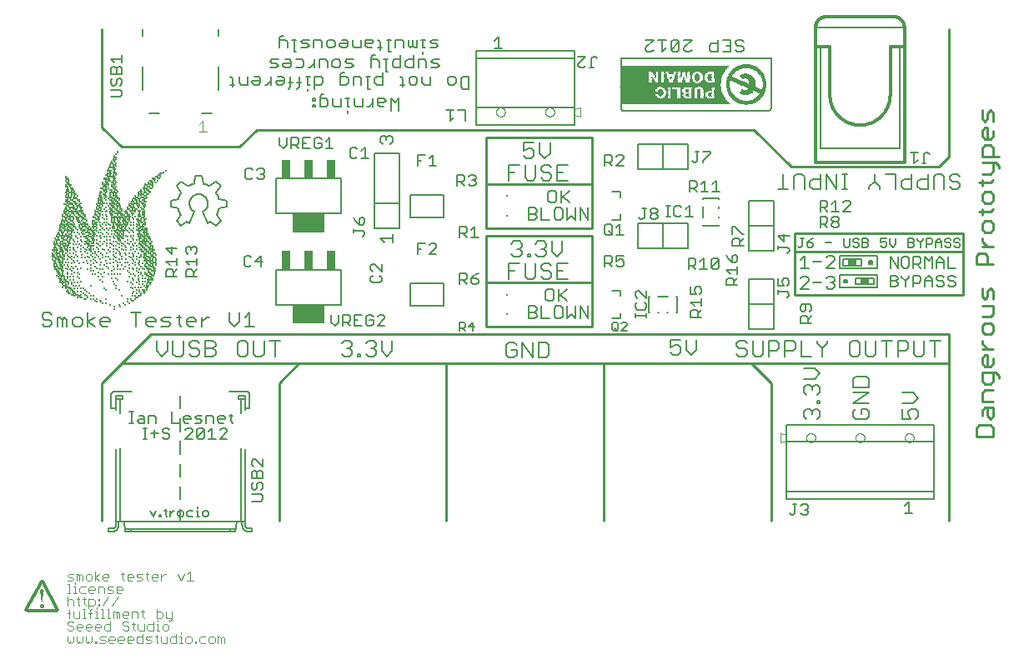
<source format=gbr>
G04 EAGLE Gerber RS-274X export*
G75*
%MOMM*%
%FSLAX34Y34*%
%LPD*%
%INSilkscreen Top*%
%IPPOS*%
%AMOC8*
5,1,8,0,0,1.08239X$1,22.5*%
G01*
%ADD10C,0.254000*%
%ADD11C,0.203200*%
%ADD12C,0.177800*%
%ADD13C,0.228600*%
%ADD14C,0.152400*%
%ADD15C,0.127000*%
%ADD16C,0.304800*%
%ADD17C,0.076200*%
%ADD18C,0.101600*%
%ADD19R,3.200400X1.854200*%
%ADD20R,0.863600X1.854200*%
%ADD21R,0.200000X0.200000*%
%ADD22R,15.354400X0.038200*%
%ADD23R,15.354400X0.038100*%
%ADD24R,0.114400X0.038100*%
%ADD25R,0.114300X0.038100*%
%ADD26R,0.419100X0.038100*%
%ADD27R,0.876300X0.038100*%
%ADD28R,1.181100X0.038100*%
%ADD29R,1.409700X0.038100*%
%ADD30R,1.600200X0.038100*%
%ADD31R,1.790700X0.038100*%
%ADD32R,11.010900X0.038100*%
%ADD33R,1.943100X0.038100*%
%ADD34R,10.972800X0.038100*%
%ADD35R,2.019300X0.038100*%
%ADD36R,10.934700X0.038100*%
%ADD37R,2.171700X0.038100*%
%ADD38R,10.896600X0.038100*%
%ADD39R,2.324100X0.038100*%
%ADD40R,10.858500X0.038100*%
%ADD41R,0.914400X0.038100*%
%ADD42R,10.820400X0.038100*%
%ADD43R,0.800100X0.038100*%
%ADD44R,10.782300X0.038100*%
%ADD45R,0.762000X0.038100*%
%ADD46R,10.744200X0.038100*%
%ADD47R,0.685800X0.038100*%
%ADD48R,0.647700X0.038100*%
%ADD49R,10.706100X0.038100*%
%ADD50R,0.609600X0.038100*%
%ADD51R,10.668000X0.038100*%
%ADD52R,0.571500X0.038100*%
%ADD53R,10.629900X0.038100*%
%ADD54R,0.533400X0.038100*%
%ADD55R,10.591800X0.038100*%
%ADD56R,10.553700X0.038100*%
%ADD57R,0.495300X0.038100*%
%ADD58R,1.028700X0.038100*%
%ADD59R,0.266700X0.038100*%
%ADD60R,0.152400X0.038100*%
%ADD61R,0.190500X0.038100*%
%ADD62R,0.457200X0.038100*%
%ADD63R,2.933700X0.038100*%
%ADD64R,0.990600X0.038100*%
%ADD65R,0.228600X0.038100*%
%ADD66R,0.381000X0.038100*%
%ADD67R,0.342900X0.038100*%
%ADD68R,0.952500X0.038100*%
%ADD69R,0.304800X0.038100*%
%ADD70R,0.838200X0.038100*%
%ADD71R,1.104900X0.038100*%
%ADD72R,0.076200X0.038100*%
%ADD73R,1.219200X0.038100*%
%ADD74R,1.257300X0.038100*%
%ADD75R,0.038100X0.038100*%
%ADD76R,0.723900X0.038100*%
%ADD77R,1.143000X0.038100*%
%ADD78R,1.333500X0.038100*%
%ADD79R,2.247900X0.038100*%
%ADD80R,7.658100X0.038100*%
%ADD81R,10.210800X0.038100*%
%ADD82R,1.524000X0.038100*%
%ADD83R,1.447800X0.038100*%
%ADD84R,2.095500X0.038100*%
%ADD85R,3.657600X0.038100*%
%ADD86R,3.924300X0.038100*%
%ADD87R,3.810000X0.038100*%
%ADD88R,3.771900X0.038100*%
%ADD89R,3.695700X0.038100*%
%ADD90R,3.619500X0.038100*%
%ADD91R,1.295400X0.038100*%
%ADD92R,1.828800X0.038100*%
%ADD93R,3.581400X0.038100*%
%ADD94R,1.905000X0.038100*%
%ADD95R,2.400300X0.038100*%
%ADD96R,1.066800X0.038100*%
%ADD97R,3.543300X0.038100*%
%ADD98R,4.343400X0.038100*%
%ADD99R,4.305300X0.038100*%
%ADD100R,3.848100X0.038100*%
%ADD101R,6.515100X0.038100*%
%ADD102R,4.000500X0.038100*%
%ADD103R,11.049000X0.038100*%
%ADD104R,11.087100X0.038100*%
%ADD105R,11.163300X0.038100*%
%ADD106R,0.152500X0.038100*%
%ADD107R,15.201900X0.038100*%
%ADD108R,15.125700X0.038100*%
%ADD109R,15.011400X0.038100*%
%ADD110R,0.150000X0.150000*%
%ADD111R,0.300000X0.150000*%
%ADD112R,0.450000X0.150000*%
%ADD113R,0.600000X0.150000*%
%ADD114R,0.750000X0.150000*%
%ADD115R,1.050000X0.150000*%
%ADD116R,0.900000X0.150000*%
%ADD117R,1.350000X0.150000*%

G36*
X9319Y-83178D02*
X9319Y-83178D01*
X9361Y-83181D01*
X9429Y-83162D01*
X9498Y-83152D01*
X9536Y-83132D01*
X9577Y-83120D01*
X9634Y-83079D01*
X9696Y-83046D01*
X9724Y-83014D01*
X9758Y-82988D01*
X9797Y-82930D01*
X9843Y-82877D01*
X9859Y-82837D01*
X9882Y-82801D01*
X9905Y-82714D01*
X9923Y-82667D01*
X9924Y-82643D01*
X9930Y-82620D01*
X11180Y-71370D01*
X11174Y-71270D01*
X11171Y-71169D01*
X11166Y-71158D01*
X11165Y-71146D01*
X11124Y-71054D01*
X11086Y-70962D01*
X11078Y-70953D01*
X11073Y-70942D01*
X11003Y-70870D01*
X10935Y-70796D01*
X10924Y-70790D01*
X10916Y-70782D01*
X10825Y-70739D01*
X10735Y-70693D01*
X10722Y-70691D01*
X10712Y-70687D01*
X10667Y-70683D01*
X10550Y-70666D01*
X8050Y-70666D01*
X7951Y-70683D01*
X7852Y-70698D01*
X7841Y-70703D01*
X7829Y-70705D01*
X7743Y-70757D01*
X7654Y-70804D01*
X7646Y-70813D01*
X7636Y-70820D01*
X7573Y-70898D01*
X7507Y-70973D01*
X7502Y-70984D01*
X7495Y-70994D01*
X7462Y-71089D01*
X7427Y-71183D01*
X7426Y-71196D01*
X7423Y-71206D01*
X7424Y-71252D01*
X7420Y-71370D01*
X8670Y-82620D01*
X8682Y-82661D01*
X8685Y-82704D01*
X8714Y-82768D01*
X8733Y-82835D01*
X8759Y-82869D01*
X8777Y-82908D01*
X8826Y-82958D01*
X8868Y-83015D01*
X8904Y-83038D01*
X8934Y-83068D01*
X8998Y-83098D01*
X9057Y-83136D01*
X9099Y-83145D01*
X9138Y-83163D01*
X9207Y-83169D01*
X9276Y-83184D01*
X9319Y-83178D01*
G37*
D10*
X460000Y390000D02*
X567500Y390000D01*
X567500Y342500D01*
X567500Y297500D01*
X460000Y297500D01*
X460000Y342500D01*
X460000Y390000D01*
X460000Y342500D02*
X567500Y342500D01*
X567500Y290000D02*
X460000Y290000D01*
X460000Y242500D02*
X567500Y242500D01*
X567500Y197500D02*
X460000Y197500D01*
X460000Y242500D01*
X460000Y290000D01*
X567500Y290000D02*
X567500Y242500D01*
X567500Y197500D01*
X930000Y160000D02*
X930000Y0D01*
X930000Y160000D02*
X730000Y160000D01*
X580000Y160000D01*
X420000Y160000D01*
X270000Y160000D01*
X90000Y160000D01*
X70000Y140000D01*
X70000Y0D01*
X750000Y0D02*
X750000Y140000D01*
X730000Y160000D01*
X250000Y140000D02*
X250000Y0D01*
X250000Y140000D02*
X270000Y160000D01*
X580000Y160000D02*
X580000Y0D01*
X420000Y0D02*
X420000Y160000D01*
X120000Y190000D02*
X90000Y160000D01*
X120000Y190000D02*
X930000Y190000D01*
X930000Y160000D01*
X930000Y370000D02*
X930000Y500000D01*
X930000Y370000D02*
X920000Y360000D01*
X770000Y360000D01*
X732500Y397500D01*
X227500Y397500D01*
X210000Y380000D01*
X90000Y380000D01*
X70000Y400000D01*
X70000Y500000D01*
X945000Y292500D02*
X945000Y273750D01*
X945000Y230000D01*
X773750Y230000D01*
X773750Y273750D01*
X773750Y292500D01*
X945000Y292500D01*
X945000Y273750D02*
X773750Y273750D01*
D11*
X508824Y384277D02*
X498316Y384277D01*
X498316Y376397D01*
X503570Y379024D01*
X506197Y379024D01*
X508824Y376397D01*
X508824Y371143D01*
X506197Y368516D01*
X500943Y368516D01*
X498316Y371143D01*
X514688Y373770D02*
X514688Y384277D01*
X514688Y373770D02*
X519941Y368516D01*
X525195Y373770D01*
X525195Y384277D01*
X488643Y284277D02*
X486016Y281651D01*
X488643Y284277D02*
X493897Y284277D01*
X496524Y281651D01*
X496524Y279024D01*
X493897Y276397D01*
X491270Y276397D01*
X493897Y276397D02*
X496524Y273770D01*
X496524Y271143D01*
X493897Y268516D01*
X488643Y268516D01*
X486016Y271143D01*
X502388Y271143D02*
X502388Y268516D01*
X502388Y271143D02*
X505014Y271143D01*
X505014Y268516D01*
X502388Y268516D01*
X510573Y281651D02*
X513200Y284277D01*
X518454Y284277D01*
X521081Y281651D01*
X521081Y279024D01*
X518454Y276397D01*
X515827Y276397D01*
X518454Y276397D02*
X521081Y273770D01*
X521081Y271143D01*
X518454Y268516D01*
X513200Y268516D01*
X510573Y271143D01*
X526945Y273770D02*
X526945Y284277D01*
X526945Y273770D02*
X532199Y268516D01*
X537453Y273770D01*
X537453Y284277D01*
D12*
X529617Y335846D02*
X525465Y335846D01*
X523389Y333770D01*
X523389Y325465D01*
X525465Y323389D01*
X529617Y323389D01*
X531693Y325465D01*
X531693Y333770D01*
X529617Y335846D01*
X536486Y335846D02*
X536486Y323389D01*
X536486Y327541D02*
X544791Y335846D01*
X538562Y329617D02*
X544791Y323389D01*
X503389Y318346D02*
X503389Y305889D01*
X503389Y318346D02*
X509617Y318346D01*
X511693Y316270D01*
X511693Y314193D01*
X509617Y312117D01*
X511693Y310041D01*
X511693Y307965D01*
X509617Y305889D01*
X503389Y305889D01*
X503389Y312117D02*
X509617Y312117D01*
X516486Y318346D02*
X516486Y305889D01*
X524791Y305889D01*
X531660Y318346D02*
X535812Y318346D01*
X531660Y318346D02*
X529584Y316270D01*
X529584Y307965D01*
X531660Y305889D01*
X535812Y305889D01*
X537888Y307965D01*
X537888Y316270D01*
X535812Y318346D01*
X542681Y318346D02*
X542681Y305889D01*
X546833Y310041D01*
X550985Y305889D01*
X550985Y318346D01*
X555778Y318346D02*
X555778Y305889D01*
X564082Y305889D02*
X555778Y318346D01*
X564082Y318346D02*
X564082Y305889D01*
X527117Y235846D02*
X522965Y235846D01*
X520889Y233770D01*
X520889Y225465D01*
X522965Y223389D01*
X527117Y223389D01*
X529193Y225465D01*
X529193Y233770D01*
X527117Y235846D01*
X533986Y235846D02*
X533986Y223389D01*
X533986Y227541D02*
X542291Y235846D01*
X536062Y229617D02*
X542291Y223389D01*
X503389Y218346D02*
X503389Y205889D01*
X503389Y218346D02*
X509617Y218346D01*
X511693Y216270D01*
X511693Y214193D01*
X509617Y212117D01*
X511693Y210041D01*
X511693Y207965D01*
X509617Y205889D01*
X503389Y205889D01*
X503389Y212117D02*
X509617Y212117D01*
X516486Y218346D02*
X516486Y205889D01*
X524791Y205889D01*
X531660Y218346D02*
X535812Y218346D01*
X531660Y218346D02*
X529584Y216270D01*
X529584Y207965D01*
X531660Y205889D01*
X535812Y205889D01*
X537888Y207965D01*
X537888Y216270D01*
X535812Y218346D01*
X542681Y218346D02*
X542681Y205889D01*
X546833Y210041D01*
X550985Y205889D01*
X550985Y218346D01*
X555778Y218346D02*
X555778Y205889D01*
X564082Y205889D02*
X555778Y218346D01*
X564082Y218346D02*
X564082Y205889D01*
D11*
X483516Y246016D02*
X483516Y261777D01*
X494024Y261777D01*
X488770Y253897D02*
X483516Y253897D01*
X499888Y248643D02*
X499888Y261777D01*
X499888Y248643D02*
X502514Y246016D01*
X507768Y246016D01*
X510395Y248643D01*
X510395Y261777D01*
X524140Y261777D02*
X526767Y259151D01*
X524140Y261777D02*
X518886Y261777D01*
X516259Y259151D01*
X516259Y256524D01*
X518886Y253897D01*
X524140Y253897D01*
X526767Y251270D01*
X526767Y248643D01*
X524140Y246016D01*
X518886Y246016D01*
X516259Y248643D01*
X532631Y261777D02*
X543138Y261777D01*
X532631Y261777D02*
X532631Y246016D01*
X543138Y246016D01*
X537885Y253897D02*
X532631Y253897D01*
X483516Y346016D02*
X483516Y361777D01*
X494024Y361777D01*
X488770Y353897D02*
X483516Y353897D01*
X499888Y348643D02*
X499888Y361777D01*
X499888Y348643D02*
X502514Y346016D01*
X507768Y346016D01*
X510395Y348643D01*
X510395Y361777D01*
X524140Y361777D02*
X526767Y359151D01*
X524140Y361777D02*
X518886Y361777D01*
X516259Y359151D01*
X516259Y356524D01*
X518886Y353897D01*
X524140Y353897D01*
X526767Y351270D01*
X526767Y348643D01*
X524140Y346016D01*
X518886Y346016D01*
X516259Y348643D01*
X532631Y361777D02*
X543138Y361777D01*
X532631Y361777D02*
X532631Y346016D01*
X543138Y346016D01*
X537885Y353897D02*
X532631Y353897D01*
X783223Y106143D02*
X785849Y103516D01*
X783223Y106143D02*
X783223Y111397D01*
X785849Y114024D01*
X788476Y114024D01*
X791103Y111397D01*
X791103Y108770D01*
X791103Y111397D02*
X793730Y114024D01*
X796357Y114024D01*
X798984Y111397D01*
X798984Y106143D01*
X796357Y103516D01*
X796357Y119888D02*
X798984Y119888D01*
X796357Y119888D02*
X796357Y122514D01*
X798984Y122514D01*
X798984Y119888D01*
X785849Y128073D02*
X783223Y130700D01*
X783223Y135954D01*
X785849Y138581D01*
X788476Y138581D01*
X791103Y135954D01*
X791103Y133327D01*
X791103Y135954D02*
X793730Y138581D01*
X796357Y138581D01*
X798984Y135954D01*
X798984Y130700D01*
X796357Y128073D01*
X793730Y144445D02*
X783223Y144445D01*
X793730Y144445D02*
X798984Y149699D01*
X793730Y154953D01*
X783223Y154953D01*
X883223Y113824D02*
X883223Y103316D01*
X891103Y103316D01*
X888476Y108570D01*
X888476Y111197D01*
X891103Y113824D01*
X896357Y113824D01*
X898984Y111197D01*
X898984Y105943D01*
X896357Y103316D01*
X893730Y119688D02*
X883223Y119688D01*
X893730Y119688D02*
X898984Y124941D01*
X893730Y130195D01*
X883223Y130195D01*
X835849Y113824D02*
X833223Y111197D01*
X833223Y105943D01*
X835849Y103316D01*
X846357Y103316D01*
X848984Y105943D01*
X848984Y111197D01*
X846357Y113824D01*
X841103Y113824D01*
X841103Y108570D01*
X848984Y119688D02*
X833223Y119688D01*
X848984Y130195D01*
X833223Y130195D01*
X833223Y136059D02*
X848984Y136059D01*
X848984Y143940D01*
X846357Y146567D01*
X835849Y146567D01*
X833223Y143940D01*
X833223Y136059D01*
X316143Y183027D02*
X313516Y180401D01*
X316143Y183027D02*
X321397Y183027D01*
X324024Y180401D01*
X324024Y177774D01*
X321397Y175147D01*
X318770Y175147D01*
X321397Y175147D02*
X324024Y172520D01*
X324024Y169893D01*
X321397Y167266D01*
X316143Y167266D01*
X313516Y169893D01*
X329888Y169893D02*
X329888Y167266D01*
X329888Y169893D02*
X332514Y169893D01*
X332514Y167266D01*
X329888Y167266D01*
X338073Y180401D02*
X340700Y183027D01*
X345954Y183027D01*
X348581Y180401D01*
X348581Y177774D01*
X345954Y175147D01*
X343327Y175147D01*
X345954Y175147D02*
X348581Y172520D01*
X348581Y169893D01*
X345954Y167266D01*
X340700Y167266D01*
X338073Y169893D01*
X354445Y172520D02*
X354445Y183027D01*
X354445Y172520D02*
X359699Y167266D01*
X364953Y172520D01*
X364953Y183027D01*
X488697Y181777D02*
X491324Y179151D01*
X488697Y181777D02*
X483443Y181777D01*
X480816Y179151D01*
X480816Y168643D01*
X483443Y166016D01*
X488697Y166016D01*
X491324Y168643D01*
X491324Y173897D01*
X486070Y173897D01*
X497188Y166016D02*
X497188Y181777D01*
X507695Y166016D01*
X507695Y181777D01*
X513559Y181777D02*
X513559Y166016D01*
X521440Y166016D01*
X524067Y168643D01*
X524067Y179151D01*
X521440Y181777D01*
X513559Y181777D01*
X647066Y184277D02*
X657574Y184277D01*
X647066Y184277D02*
X647066Y176397D01*
X652320Y179024D01*
X654947Y179024D01*
X657574Y176397D01*
X657574Y171143D01*
X654947Y168516D01*
X649693Y168516D01*
X647066Y171143D01*
X663438Y173770D02*
X663438Y184277D01*
X663438Y173770D02*
X668691Y168516D01*
X673945Y173770D01*
X673945Y184277D01*
X126016Y183027D02*
X126016Y172520D01*
X131270Y167266D01*
X136524Y172520D01*
X136524Y183027D01*
X142388Y183027D02*
X142388Y169893D01*
X145014Y167266D01*
X150268Y167266D01*
X152895Y169893D01*
X152895Y183027D01*
X166640Y183027D02*
X169267Y180401D01*
X166640Y183027D02*
X161386Y183027D01*
X158759Y180401D01*
X158759Y177774D01*
X161386Y175147D01*
X166640Y175147D01*
X169267Y172520D01*
X169267Y169893D01*
X166640Y167266D01*
X161386Y167266D01*
X158759Y169893D01*
X175131Y167266D02*
X175131Y183027D01*
X183011Y183027D01*
X185638Y180401D01*
X185638Y177774D01*
X183011Y175147D01*
X185638Y172520D01*
X185638Y169893D01*
X183011Y167266D01*
X175131Y167266D01*
X175131Y175147D02*
X183011Y175147D01*
X210501Y183027D02*
X215755Y183027D01*
X210501Y183027D02*
X207874Y180401D01*
X207874Y169893D01*
X210501Y167266D01*
X215755Y167266D01*
X218381Y169893D01*
X218381Y180401D01*
X215755Y183027D01*
X224245Y183027D02*
X224245Y169893D01*
X226872Y167266D01*
X232126Y167266D01*
X234753Y169893D01*
X234753Y183027D01*
X245871Y183027D02*
X245871Y167266D01*
X240617Y183027D02*
X251125Y183027D01*
X931176Y339599D02*
X933803Y336973D01*
X939057Y336973D01*
X941684Y339599D01*
X941684Y342226D01*
X939057Y344853D01*
X933803Y344853D01*
X931176Y347480D01*
X931176Y350107D01*
X933803Y352734D01*
X939057Y352734D01*
X941684Y350107D01*
X925312Y350107D02*
X925312Y336973D01*
X925312Y350107D02*
X922686Y352734D01*
X917432Y352734D01*
X914805Y350107D01*
X914805Y336973D01*
X908941Y336973D02*
X908941Y352734D01*
X908941Y336973D02*
X901060Y336973D01*
X898433Y339599D01*
X898433Y344853D01*
X901060Y347480D01*
X908941Y347480D01*
X892569Y352734D02*
X892569Y336973D01*
X884689Y336973D01*
X882062Y339599D01*
X882062Y344853D01*
X884689Y347480D01*
X892569Y347480D01*
X876198Y352734D02*
X876198Y336973D01*
X876198Y352734D02*
X865690Y352734D01*
X859826Y339599D02*
X859826Y336973D01*
X859826Y339599D02*
X854572Y344853D01*
X849319Y339599D01*
X849319Y336973D01*
X854572Y344853D02*
X854572Y352734D01*
X827083Y352734D02*
X821829Y352734D01*
X824456Y352734D02*
X824456Y336973D01*
X827083Y336973D02*
X821829Y336973D01*
X816169Y336973D02*
X816169Y352734D01*
X805661Y352734D02*
X816169Y336973D01*
X805661Y336973D02*
X805661Y352734D01*
X799797Y352734D02*
X799797Y336973D01*
X791916Y336973D01*
X789290Y339599D01*
X789290Y344853D01*
X791916Y347480D01*
X799797Y347480D01*
X783426Y350107D02*
X783426Y336973D01*
X783426Y350107D02*
X780799Y352734D01*
X775545Y352734D01*
X772918Y350107D01*
X772918Y336973D01*
X761800Y336973D02*
X761800Y352734D01*
X767054Y336973D02*
X756546Y336973D01*
X722447Y183027D02*
X725074Y180401D01*
X722447Y183027D02*
X717193Y183027D01*
X714566Y180401D01*
X714566Y177774D01*
X717193Y175147D01*
X722447Y175147D01*
X725074Y172520D01*
X725074Y169893D01*
X722447Y167266D01*
X717193Y167266D01*
X714566Y169893D01*
X730938Y169893D02*
X730938Y183027D01*
X730938Y169893D02*
X733564Y167266D01*
X738818Y167266D01*
X741445Y169893D01*
X741445Y183027D01*
X747309Y183027D02*
X747309Y167266D01*
X747309Y183027D02*
X755190Y183027D01*
X757817Y180401D01*
X757817Y175147D01*
X755190Y172520D01*
X747309Y172520D01*
X763681Y167266D02*
X763681Y183027D01*
X771561Y183027D01*
X774188Y180401D01*
X774188Y175147D01*
X771561Y172520D01*
X763681Y172520D01*
X780052Y167266D02*
X780052Y183027D01*
X780052Y167266D02*
X790560Y167266D01*
X796424Y180401D02*
X796424Y183027D01*
X796424Y180401D02*
X801678Y175147D01*
X806931Y180401D01*
X806931Y183027D01*
X801678Y175147D02*
X801678Y167266D01*
X831794Y183027D02*
X837048Y183027D01*
X831794Y183027D02*
X829167Y180401D01*
X829167Y169893D01*
X831794Y167266D01*
X837048Y167266D01*
X839675Y169893D01*
X839675Y180401D01*
X837048Y183027D01*
X845539Y183027D02*
X845539Y169893D01*
X848165Y167266D01*
X853419Y167266D01*
X856046Y169893D01*
X856046Y183027D01*
X867164Y183027D02*
X867164Y167266D01*
X861910Y183027D02*
X872418Y183027D01*
X878282Y183027D02*
X878282Y167266D01*
X878282Y183027D02*
X886162Y183027D01*
X888789Y180401D01*
X888789Y175147D01*
X886162Y172520D01*
X878282Y172520D01*
X894653Y169893D02*
X894653Y183027D01*
X894653Y169893D02*
X897280Y167266D01*
X902534Y167266D01*
X905161Y169893D01*
X905161Y183027D01*
X916279Y183027D02*
X916279Y167266D01*
X911025Y183027D02*
X921532Y183027D01*
D12*
X371811Y416654D02*
X371811Y429111D01*
X367659Y424959D01*
X363507Y429111D01*
X363507Y416654D01*
X356638Y420807D02*
X352485Y420807D01*
X350409Y422883D01*
X350409Y429111D01*
X356638Y429111D01*
X358714Y427035D01*
X356638Y424959D01*
X350409Y424959D01*
X345617Y429111D02*
X345617Y420807D01*
X345617Y424959D02*
X341464Y420807D01*
X339388Y420807D01*
X334702Y420807D02*
X334702Y429111D01*
X334702Y420807D02*
X328474Y420807D01*
X326398Y422883D01*
X326398Y429111D01*
X321605Y420807D02*
X319529Y420807D01*
X319529Y429111D01*
X321605Y429111D02*
X317453Y429111D01*
X319529Y416654D02*
X319529Y414578D01*
X312873Y420807D02*
X312873Y429111D01*
X312873Y420807D02*
X306645Y420807D01*
X304569Y422883D01*
X304569Y429111D01*
X295624Y433263D02*
X293548Y433263D01*
X291472Y431187D01*
X291472Y420807D01*
X297700Y420807D01*
X299776Y422883D01*
X299776Y427035D01*
X297700Y429111D01*
X291472Y429111D01*
X286679Y420807D02*
X284603Y420807D01*
X284603Y422883D01*
X286679Y422883D01*
X286679Y420807D01*
X286679Y427035D02*
X284603Y427035D01*
X284603Y429111D01*
X286679Y429111D01*
X286679Y427035D01*
X442861Y439154D02*
X442861Y451611D01*
X436633Y451611D01*
X434557Y449535D01*
X434557Y441230D01*
X436633Y439154D01*
X442861Y439154D01*
X427688Y451611D02*
X423535Y451611D01*
X421459Y449535D01*
X421459Y445383D01*
X423535Y443307D01*
X427688Y443307D01*
X429764Y445383D01*
X429764Y449535D01*
X427688Y451611D01*
X403569Y451611D02*
X403569Y443307D01*
X397341Y443307D01*
X395265Y445383D01*
X395265Y451611D01*
X388396Y451611D02*
X384244Y451611D01*
X382168Y449535D01*
X382168Y445383D01*
X384244Y443307D01*
X388396Y443307D01*
X390472Y445383D01*
X390472Y449535D01*
X388396Y451611D01*
X375299Y449535D02*
X375299Y441230D01*
X375299Y449535D02*
X373223Y451611D01*
X373223Y443307D02*
X377375Y443307D01*
X355546Y443307D02*
X355546Y455763D01*
X355546Y443307D02*
X349318Y443307D01*
X347242Y445383D01*
X347242Y449535D01*
X349318Y451611D01*
X355546Y451611D01*
X342449Y439154D02*
X340373Y439154D01*
X340373Y451611D01*
X342449Y451611D02*
X338297Y451611D01*
X333717Y449535D02*
X333717Y443307D01*
X333717Y449535D02*
X331641Y451611D01*
X325413Y451611D01*
X325413Y443307D01*
X316468Y455763D02*
X314392Y455763D01*
X312316Y453687D01*
X312316Y443307D01*
X318544Y443307D01*
X320620Y445383D01*
X320620Y449535D01*
X318544Y451611D01*
X312316Y451611D01*
X286121Y451611D02*
X286121Y439154D01*
X286121Y451611D02*
X292349Y451611D01*
X294426Y449535D01*
X294426Y445383D01*
X292349Y443307D01*
X286121Y443307D01*
X281328Y443307D02*
X279252Y443307D01*
X279252Y451611D01*
X281328Y451611D02*
X277176Y451611D01*
X279252Y439154D02*
X279252Y437078D01*
X270521Y441230D02*
X270521Y451611D01*
X270521Y441230D02*
X268445Y439154D01*
X268445Y445383D02*
X272597Y445383D01*
X261789Y441230D02*
X261789Y451611D01*
X261789Y441230D02*
X259713Y439154D01*
X259713Y445383D02*
X263865Y445383D01*
X253058Y451611D02*
X248905Y451611D01*
X253058Y451611D02*
X255134Y449535D01*
X255134Y445383D01*
X253058Y443307D01*
X248905Y443307D01*
X246829Y445383D01*
X246829Y447459D01*
X255134Y447459D01*
X242037Y451611D02*
X242037Y443307D01*
X242037Y447459D02*
X237884Y443307D01*
X235808Y443307D01*
X229046Y451611D02*
X224894Y451611D01*
X229046Y451611D02*
X231122Y449535D01*
X231122Y445383D01*
X229046Y443307D01*
X224894Y443307D01*
X222818Y445383D01*
X222818Y447459D01*
X231122Y447459D01*
X218025Y451611D02*
X218025Y443307D01*
X211797Y443307D01*
X209720Y445383D01*
X209720Y451611D01*
X202852Y449535D02*
X202852Y441230D01*
X202852Y449535D02*
X200775Y451611D01*
X200775Y443307D02*
X204928Y443307D01*
X406633Y469111D02*
X412861Y469111D01*
X406633Y469111D02*
X404557Y467035D01*
X406633Y464959D01*
X410785Y464959D01*
X412861Y462883D01*
X410785Y460807D01*
X404557Y460807D01*
X399764Y460807D02*
X399764Y467035D01*
X397688Y469111D01*
X391459Y469111D01*
X391459Y460807D01*
X386667Y460807D02*
X386667Y473263D01*
X386667Y460807D02*
X380438Y460807D01*
X378362Y462883D01*
X378362Y467035D01*
X380438Y469111D01*
X386667Y469111D01*
X373569Y473263D02*
X373569Y460807D01*
X367341Y460807D01*
X365265Y462883D01*
X365265Y467035D01*
X367341Y469111D01*
X373569Y469111D01*
X360472Y456654D02*
X358396Y456654D01*
X358396Y469111D01*
X360472Y469111D02*
X356320Y469111D01*
X351741Y467035D02*
X351741Y460807D01*
X351741Y467035D02*
X349664Y469111D01*
X343436Y469111D01*
X343436Y471187D02*
X343436Y460807D01*
X343436Y471187D02*
X345512Y473263D01*
X347588Y473263D01*
X325546Y469111D02*
X319318Y469111D01*
X317242Y467035D01*
X319318Y464959D01*
X323470Y464959D01*
X325546Y462883D01*
X323470Y460807D01*
X317242Y460807D01*
X310373Y469111D02*
X306220Y469111D01*
X304144Y467035D01*
X304144Y462883D01*
X306220Y460807D01*
X310373Y460807D01*
X312449Y462883D01*
X312449Y467035D01*
X310373Y469111D01*
X299352Y467035D02*
X299352Y460807D01*
X299352Y467035D02*
X297275Y469111D01*
X291047Y469111D01*
X291047Y460807D01*
X286254Y460807D02*
X286254Y469111D01*
X286254Y464959D02*
X282102Y460807D01*
X280026Y460807D01*
X273264Y460807D02*
X267035Y460807D01*
X273264Y460807D02*
X275340Y462883D01*
X275340Y467035D01*
X273264Y469111D01*
X267035Y469111D01*
X260167Y469111D02*
X256014Y469111D01*
X260167Y469111D02*
X262243Y467035D01*
X262243Y462883D01*
X260167Y460807D01*
X256014Y460807D01*
X253938Y462883D01*
X253938Y464959D01*
X262243Y464959D01*
X249145Y469111D02*
X242917Y469111D01*
X240841Y467035D01*
X242917Y464959D01*
X247069Y464959D01*
X249145Y462883D01*
X247069Y460807D01*
X240841Y460807D01*
X405383Y489111D02*
X411611Y489111D01*
X405383Y489111D02*
X403307Y487035D01*
X405383Y484959D01*
X409535Y484959D01*
X411611Y482883D01*
X409535Y480807D01*
X403307Y480807D01*
X398514Y480807D02*
X396438Y480807D01*
X396438Y489111D01*
X398514Y489111D02*
X394362Y489111D01*
X396438Y476654D02*
X396438Y474578D01*
X389782Y480807D02*
X389782Y489111D01*
X389782Y480807D02*
X387706Y480807D01*
X385630Y482883D01*
X385630Y489111D01*
X385630Y482883D02*
X383554Y480807D01*
X381478Y482883D01*
X381478Y489111D01*
X376685Y487035D02*
X376685Y480807D01*
X376685Y487035D02*
X374609Y489111D01*
X368381Y489111D01*
X368381Y480807D01*
X363588Y476654D02*
X361512Y476654D01*
X361512Y489111D01*
X363588Y489111D02*
X359436Y489111D01*
X352780Y487035D02*
X352780Y478730D01*
X352780Y487035D02*
X350704Y489111D01*
X350704Y480807D02*
X354856Y480807D01*
X344049Y480807D02*
X339896Y480807D01*
X337820Y482883D01*
X337820Y489111D01*
X344049Y489111D01*
X346125Y487035D01*
X344049Y484959D01*
X337820Y484959D01*
X333028Y489111D02*
X333028Y480807D01*
X326799Y480807D01*
X324723Y482883D01*
X324723Y489111D01*
X317854Y489111D02*
X313702Y489111D01*
X317854Y489111D02*
X319930Y487035D01*
X319930Y482883D01*
X317854Y480807D01*
X313702Y480807D01*
X311626Y482883D01*
X311626Y484959D01*
X319930Y484959D01*
X304757Y489111D02*
X300605Y489111D01*
X298529Y487035D01*
X298529Y482883D01*
X300605Y480807D01*
X304757Y480807D01*
X306833Y482883D01*
X306833Y487035D01*
X304757Y489111D01*
X293736Y487035D02*
X293736Y480807D01*
X293736Y487035D02*
X291660Y489111D01*
X285431Y489111D01*
X285431Y480807D01*
X280639Y489111D02*
X274410Y489111D01*
X272334Y487035D01*
X274410Y484959D01*
X278562Y484959D01*
X280639Y482883D01*
X278562Y480807D01*
X272334Y480807D01*
X267541Y476654D02*
X265465Y476654D01*
X265465Y489111D01*
X267541Y489111D02*
X263389Y489111D01*
X258810Y487035D02*
X258810Y480807D01*
X258810Y487035D02*
X256734Y489111D01*
X250505Y489111D01*
X250505Y491187D02*
X250505Y480807D01*
X250505Y491187D02*
X252581Y493263D01*
X254658Y493263D01*
D11*
X16938Y212011D02*
X19396Y209553D01*
X16938Y212011D02*
X12023Y212011D01*
X9566Y209553D01*
X9566Y207096D01*
X12023Y204638D01*
X16938Y204638D01*
X19396Y202181D01*
X19396Y199723D01*
X16938Y197266D01*
X12023Y197266D01*
X9566Y199723D01*
X25002Y197266D02*
X25002Y207096D01*
X27459Y207096D01*
X29917Y204638D01*
X29917Y197266D01*
X29917Y204638D02*
X32374Y207096D01*
X34832Y204638D01*
X34832Y197266D01*
X42896Y197266D02*
X47810Y197266D01*
X50268Y199723D01*
X50268Y204638D01*
X47810Y207096D01*
X42896Y207096D01*
X40438Y204638D01*
X40438Y199723D01*
X42896Y197266D01*
X55874Y197266D02*
X55874Y212011D01*
X55874Y202181D02*
X63246Y197266D01*
X55874Y202181D02*
X63246Y207096D01*
X71195Y197266D02*
X76110Y197266D01*
X71195Y197266D02*
X68738Y199723D01*
X68738Y204638D01*
X71195Y207096D01*
X76110Y207096D01*
X78567Y204638D01*
X78567Y202181D01*
X68738Y202181D01*
X104525Y197266D02*
X104525Y212011D01*
X109439Y212011D02*
X99610Y212011D01*
X117503Y197266D02*
X122418Y197266D01*
X117503Y197266D02*
X115046Y199723D01*
X115046Y204638D01*
X117503Y207096D01*
X122418Y207096D01*
X124875Y204638D01*
X124875Y202181D01*
X115046Y202181D01*
X130482Y197266D02*
X137854Y197266D01*
X140312Y199723D01*
X137854Y202181D01*
X132939Y202181D01*
X130482Y204638D01*
X132939Y207096D01*
X140312Y207096D01*
X148375Y209553D02*
X148375Y199723D01*
X150833Y197266D01*
X150833Y207096D02*
X145918Y207096D01*
X158666Y197266D02*
X163581Y197266D01*
X158666Y197266D02*
X156209Y199723D01*
X156209Y204638D01*
X158666Y207096D01*
X163581Y207096D01*
X166038Y204638D01*
X166038Y202181D01*
X156209Y202181D01*
X171645Y197266D02*
X171645Y207096D01*
X176559Y207096D02*
X171645Y202181D01*
X176559Y207096D02*
X179017Y207096D01*
X199944Y212011D02*
X199944Y202181D01*
X204859Y197266D01*
X209774Y202181D01*
X209774Y212011D01*
X215380Y207096D02*
X220295Y212011D01*
X220295Y197266D01*
X215380Y197266D02*
X225210Y197266D01*
D13*
X958074Y85943D02*
X975107Y85943D01*
X975107Y94459D01*
X972268Y97298D01*
X960913Y97298D01*
X958074Y94459D01*
X958074Y85943D01*
X963752Y106557D02*
X963752Y112234D01*
X966591Y115073D01*
X975107Y115073D01*
X975107Y106557D01*
X972268Y103718D01*
X969430Y106557D01*
X969430Y115073D01*
X975107Y121493D02*
X963752Y121493D01*
X963752Y130009D01*
X966591Y132848D01*
X975107Y132848D01*
X980785Y144945D02*
X980785Y147784D01*
X977946Y150623D01*
X963752Y150623D01*
X963752Y142106D01*
X966591Y139268D01*
X972268Y139268D01*
X975107Y142106D01*
X975107Y150623D01*
X975107Y159881D02*
X975107Y165559D01*
X975107Y159881D02*
X972268Y157042D01*
X966591Y157042D01*
X963752Y159881D01*
X963752Y165559D01*
X966591Y168397D01*
X969430Y168397D01*
X969430Y157042D01*
X975107Y174817D02*
X963752Y174817D01*
X969430Y174817D02*
X963752Y180495D01*
X963752Y183333D01*
X975107Y192468D02*
X975107Y198146D01*
X972268Y200985D01*
X966591Y200985D01*
X963752Y198146D01*
X963752Y192468D01*
X966591Y189630D01*
X972268Y189630D01*
X975107Y192468D01*
X972268Y207404D02*
X963752Y207404D01*
X972268Y207404D02*
X975107Y210243D01*
X975107Y218759D01*
X963752Y218759D01*
X975107Y225179D02*
X975107Y233696D01*
X972268Y236534D01*
X969430Y233696D01*
X969430Y228018D01*
X966591Y225179D01*
X963752Y228018D01*
X963752Y236534D01*
X958074Y260729D02*
X975107Y260729D01*
X958074Y260729D02*
X958074Y269245D01*
X960913Y272084D01*
X966591Y272084D01*
X969430Y269245D01*
X969430Y260729D01*
X975107Y278504D02*
X963752Y278504D01*
X963752Y284181D02*
X969430Y278504D01*
X963752Y284181D02*
X963752Y287020D01*
X975107Y296155D02*
X975107Y301832D01*
X972268Y304671D01*
X966591Y304671D01*
X963752Y301832D01*
X963752Y296155D01*
X966591Y293316D01*
X972268Y293316D01*
X975107Y296155D01*
X972268Y313930D02*
X960913Y313930D01*
X972268Y313930D02*
X975107Y316769D01*
X963752Y316769D02*
X963752Y311091D01*
X975107Y325780D02*
X975107Y331457D01*
X972268Y334296D01*
X966591Y334296D01*
X963752Y331457D01*
X963752Y325780D01*
X966591Y322941D01*
X972268Y322941D01*
X975107Y325780D01*
X972268Y343555D02*
X960913Y343555D01*
X972268Y343555D02*
X975107Y346393D01*
X963752Y346393D02*
X963752Y340716D01*
X963752Y352566D02*
X972268Y352566D01*
X975107Y355404D01*
X975107Y363921D01*
X977946Y363921D02*
X963752Y363921D01*
X977946Y363921D02*
X980785Y361082D01*
X980785Y358243D01*
X980785Y370341D02*
X963752Y370341D01*
X963752Y378857D01*
X966591Y381696D01*
X972268Y381696D01*
X975107Y378857D01*
X975107Y370341D01*
X975107Y390954D02*
X975107Y396632D01*
X975107Y390954D02*
X972268Y388115D01*
X966591Y388115D01*
X963752Y390954D01*
X963752Y396632D01*
X966591Y399470D01*
X969430Y399470D01*
X969430Y388115D01*
X975107Y405890D02*
X975107Y414406D01*
X972268Y417245D01*
X969430Y414406D01*
X969430Y408729D01*
X966591Y405890D01*
X963752Y408729D01*
X963752Y417245D01*
D12*
X715583Y476654D02*
X713507Y478730D01*
X715583Y476654D02*
X719735Y476654D01*
X721811Y478730D01*
X721811Y480807D01*
X719735Y482883D01*
X715583Y482883D01*
X713507Y484959D01*
X713507Y487035D01*
X715583Y489111D01*
X719735Y489111D01*
X721811Y487035D01*
X708714Y476654D02*
X700409Y476654D01*
X708714Y476654D02*
X708714Y489111D01*
X700409Y489111D01*
X704562Y482883D02*
X708714Y482883D01*
X695617Y489111D02*
X695617Y476654D01*
X689388Y476654D01*
X687312Y478730D01*
X687312Y482883D01*
X689388Y484959D01*
X695617Y484959D01*
X669422Y489111D02*
X661118Y489111D01*
X669422Y489111D02*
X661118Y480807D01*
X661118Y478730D01*
X663194Y476654D01*
X667346Y476654D01*
X669422Y478730D01*
X656325Y478730D02*
X656325Y487035D01*
X656325Y478730D02*
X654249Y476654D01*
X650096Y476654D01*
X648020Y478730D01*
X648020Y487035D01*
X650096Y489111D01*
X654249Y489111D01*
X656325Y487035D01*
X648020Y478730D01*
X643228Y480807D02*
X639075Y476654D01*
X639075Y489111D01*
X634923Y489111D02*
X643228Y489111D01*
X630130Y489111D02*
X621826Y489111D01*
X630130Y489111D02*
X621826Y480807D01*
X621826Y478730D01*
X623902Y476654D01*
X628054Y476654D01*
X630130Y478730D01*
D14*
X101991Y99512D02*
X98262Y99512D01*
X100126Y99512D02*
X100126Y110698D01*
X98262Y110698D02*
X101991Y110698D01*
X107922Y106969D02*
X111651Y106969D01*
X113515Y105105D01*
X113515Y99512D01*
X107922Y99512D01*
X106058Y101376D01*
X107922Y103241D01*
X113515Y103241D01*
X117752Y106969D02*
X117752Y99512D01*
X117752Y106969D02*
X123345Y106969D01*
X125209Y105105D01*
X125209Y99512D01*
X141140Y99512D02*
X141140Y110698D01*
X141140Y99512D02*
X148597Y99512D01*
X154698Y99512D02*
X158427Y99512D01*
X154698Y99512D02*
X152834Y101376D01*
X152834Y105105D01*
X154698Y106969D01*
X158427Y106969D01*
X160291Y105105D01*
X160291Y103241D01*
X152834Y103241D01*
X164528Y99512D02*
X170121Y99512D01*
X171985Y101376D01*
X170121Y103241D01*
X166392Y103241D01*
X164528Y105105D01*
X166392Y106969D01*
X171985Y106969D01*
X176222Y106969D02*
X176222Y99512D01*
X176222Y106969D02*
X181815Y106969D01*
X183679Y105105D01*
X183679Y99512D01*
X189780Y99512D02*
X193509Y99512D01*
X189780Y99512D02*
X187916Y101376D01*
X187916Y105105D01*
X189780Y106969D01*
X193509Y106969D01*
X195373Y105105D01*
X195373Y103241D01*
X187916Y103241D01*
X201474Y101376D02*
X201474Y108833D01*
X201474Y101376D02*
X203338Y99512D01*
X203338Y106969D02*
X199610Y106969D01*
X115741Y83262D02*
X112012Y83262D01*
X113876Y83262D02*
X113876Y94448D01*
X112012Y94448D02*
X115741Y94448D01*
X119808Y88855D02*
X127265Y88855D01*
X123536Y92583D02*
X123536Y85126D01*
X137095Y94448D02*
X138959Y92583D01*
X137095Y94448D02*
X133366Y94448D01*
X131502Y92583D01*
X131502Y90719D01*
X133366Y88855D01*
X137095Y88855D01*
X138959Y86991D01*
X138959Y85126D01*
X137095Y83262D01*
X133366Y83262D01*
X131502Y85126D01*
X154890Y83262D02*
X162347Y83262D01*
X154890Y83262D02*
X162347Y90719D01*
X162347Y92583D01*
X160483Y94448D01*
X156754Y94448D01*
X154890Y92583D01*
X166584Y92583D02*
X166584Y85126D01*
X166584Y92583D02*
X168448Y94448D01*
X172177Y94448D01*
X174041Y92583D01*
X174041Y85126D01*
X172177Y83262D01*
X168448Y83262D01*
X166584Y85126D01*
X174041Y92583D01*
X178278Y90719D02*
X182006Y94448D01*
X182006Y83262D01*
X178278Y83262D02*
X185735Y83262D01*
X189972Y83262D02*
X197429Y83262D01*
X189972Y83262D02*
X197429Y90719D01*
X197429Y92583D01*
X195565Y94448D01*
X191836Y94448D01*
X189972Y92583D01*
D15*
X119385Y10317D02*
X122351Y4385D01*
X125317Y10317D01*
X128740Y5868D02*
X128740Y4385D01*
X128740Y5868D02*
X130223Y5868D01*
X130223Y4385D01*
X128740Y4385D01*
X134901Y5868D02*
X134901Y11800D01*
X134901Y5868D02*
X136384Y4385D01*
X136384Y10317D02*
X133418Y10317D01*
X139655Y10317D02*
X139655Y4385D01*
X139655Y7351D02*
X142620Y10317D01*
X144103Y10317D01*
X148933Y4385D02*
X151899Y4385D01*
X153382Y5868D01*
X153382Y8834D01*
X151899Y10317D01*
X148933Y10317D01*
X147451Y8834D01*
X147451Y5868D01*
X148933Y4385D01*
X158289Y10317D02*
X162737Y10317D01*
X158289Y10317D02*
X156806Y8834D01*
X156806Y5868D01*
X158289Y4385D01*
X162737Y4385D01*
X166161Y10317D02*
X167644Y10317D01*
X167644Y4385D01*
X166161Y4385D02*
X169127Y4385D01*
X167644Y13283D02*
X167644Y14766D01*
X173881Y4385D02*
X176846Y4385D01*
X178329Y5868D01*
X178329Y8834D01*
X176846Y10317D01*
X173881Y10317D01*
X172398Y8834D01*
X172398Y5868D01*
X173881Y4385D01*
D12*
X357057Y283189D02*
X352904Y287341D01*
X365361Y287341D01*
X365361Y283189D02*
X365361Y291493D01*
X354980Y383189D02*
X352904Y385265D01*
X352904Y389417D01*
X354980Y391493D01*
X357057Y391493D01*
X359133Y389417D01*
X359133Y387341D01*
X359133Y389417D02*
X361209Y391493D01*
X363285Y391493D01*
X365361Y389417D01*
X365361Y385265D01*
X363285Y383189D01*
X779439Y265443D02*
X783591Y269596D01*
X783591Y257139D01*
X779439Y257139D02*
X787743Y257139D01*
X792536Y263367D02*
X800841Y263367D01*
X805634Y257139D02*
X813938Y257139D01*
X805634Y257139D02*
X813938Y265443D01*
X813938Y267520D01*
X811862Y269596D01*
X807710Y269596D01*
X805634Y267520D01*
X787743Y235889D02*
X779439Y235889D01*
X787743Y244193D01*
X787743Y246270D01*
X785667Y248346D01*
X781515Y248346D01*
X779439Y246270D01*
X792536Y242117D02*
X800841Y242117D01*
X805634Y246270D02*
X807710Y248346D01*
X811862Y248346D01*
X813938Y246270D01*
X813938Y244193D01*
X811862Y242117D01*
X809786Y242117D01*
X811862Y242117D02*
X813938Y240041D01*
X813938Y237965D01*
X811862Y235889D01*
X807710Y235889D01*
X805634Y237965D01*
D15*
X778168Y278135D02*
X776685Y279618D01*
X778168Y278135D02*
X779651Y278135D01*
X781134Y279618D01*
X781134Y287033D01*
X779651Y287033D02*
X782617Y287033D01*
X789006Y285550D02*
X791972Y287033D01*
X789006Y285550D02*
X786040Y282584D01*
X786040Y279618D01*
X787523Y278135D01*
X790489Y278135D01*
X791972Y279618D01*
X791972Y281101D01*
X790489Y282584D01*
X786040Y282584D01*
X804751Y282584D02*
X810682Y282584D01*
X823461Y279618D02*
X823461Y287033D01*
X823461Y279618D02*
X824944Y278135D01*
X827910Y278135D01*
X829393Y279618D01*
X829393Y287033D01*
X837265Y287033D02*
X838748Y285550D01*
X837265Y287033D02*
X834299Y287033D01*
X832816Y285550D01*
X832816Y284067D01*
X834299Y282584D01*
X837265Y282584D01*
X838748Y281101D01*
X838748Y279618D01*
X837265Y278135D01*
X834299Y278135D01*
X832816Y279618D01*
X842171Y278135D02*
X842171Y287033D01*
X846620Y287033D01*
X848103Y285550D01*
X848103Y284067D01*
X846620Y282584D01*
X848103Y281101D01*
X848103Y279618D01*
X846620Y278135D01*
X842171Y278135D01*
X842171Y282584D02*
X846620Y282584D01*
X860882Y287033D02*
X866813Y287033D01*
X860882Y287033D02*
X860882Y282584D01*
X863848Y284067D01*
X865330Y284067D01*
X866813Y282584D01*
X866813Y279618D01*
X865330Y278135D01*
X862365Y278135D01*
X860882Y279618D01*
X870237Y281101D02*
X870237Y287033D01*
X870237Y281101D02*
X873203Y278135D01*
X876169Y281101D01*
X876169Y287033D01*
X888947Y287033D02*
X888947Y278135D01*
X888947Y287033D02*
X893396Y287033D01*
X894879Y285550D01*
X894879Y284067D01*
X893396Y282584D01*
X894879Y281101D01*
X894879Y279618D01*
X893396Y278135D01*
X888947Y278135D01*
X888947Y282584D02*
X893396Y282584D01*
X898302Y285550D02*
X898302Y287033D01*
X898302Y285550D02*
X901268Y282584D01*
X904234Y285550D01*
X904234Y287033D01*
X901268Y282584D02*
X901268Y278135D01*
X907658Y278135D02*
X907658Y287033D01*
X912106Y287033D01*
X913589Y285550D01*
X913589Y282584D01*
X912106Y281101D01*
X907658Y281101D01*
X917013Y278135D02*
X917013Y284067D01*
X919979Y287033D01*
X922945Y284067D01*
X922945Y278135D01*
X922945Y282584D02*
X917013Y282584D01*
X930817Y287033D02*
X932300Y285550D01*
X930817Y287033D02*
X927851Y287033D01*
X926368Y285550D01*
X926368Y284067D01*
X927851Y282584D01*
X930817Y282584D01*
X932300Y281101D01*
X932300Y279618D01*
X930817Y278135D01*
X927851Y278135D01*
X926368Y279618D01*
X940172Y287033D02*
X941655Y285550D01*
X940172Y287033D02*
X937206Y287033D01*
X935723Y285550D01*
X935723Y284067D01*
X937206Y282584D01*
X940172Y282584D01*
X941655Y281101D01*
X941655Y279618D01*
X940172Y278135D01*
X937206Y278135D01*
X935723Y279618D01*
X10550Y-71300D02*
X10548Y-71231D01*
X10542Y-71162D01*
X10533Y-71094D01*
X10520Y-71027D01*
X10503Y-70960D01*
X10482Y-70894D01*
X10458Y-70830D01*
X10430Y-70767D01*
X10399Y-70705D01*
X10365Y-70645D01*
X10327Y-70588D01*
X10286Y-70532D01*
X10243Y-70479D01*
X10196Y-70428D01*
X10147Y-70380D01*
X10095Y-70335D01*
X10040Y-70293D01*
X9984Y-70254D01*
X9925Y-70217D01*
X9864Y-70185D01*
X9802Y-70155D01*
X9738Y-70129D01*
X9673Y-70107D01*
X9607Y-70088D01*
X9540Y-70073D01*
X9472Y-70062D01*
X9403Y-70054D01*
X9334Y-70050D01*
X9266Y-70050D01*
X9197Y-70054D01*
X9128Y-70062D01*
X9060Y-70073D01*
X8993Y-70088D01*
X8927Y-70107D01*
X8862Y-70129D01*
X8798Y-70155D01*
X8736Y-70185D01*
X8675Y-70217D01*
X8616Y-70254D01*
X8560Y-70293D01*
X8505Y-70335D01*
X8453Y-70380D01*
X8404Y-70428D01*
X8357Y-70479D01*
X8314Y-70532D01*
X8273Y-70588D01*
X8235Y-70645D01*
X8201Y-70705D01*
X8170Y-70767D01*
X8142Y-70830D01*
X8118Y-70894D01*
X8097Y-70960D01*
X8080Y-71027D01*
X8067Y-71094D01*
X8058Y-71162D01*
X8052Y-71231D01*
X8050Y-71300D01*
D16*
X-6950Y-90050D02*
X-5700Y-91300D01*
X24300Y-91300D02*
X25550Y-90050D01*
X-6950Y-90050D02*
X8675Y-61300D01*
X-5700Y-91300D02*
X24300Y-91300D01*
X25550Y-90050D02*
X9925Y-61300D01*
X8675Y-61300D01*
D15*
X8050Y-86300D02*
X8052Y-86230D01*
X8058Y-86160D01*
X8068Y-86091D01*
X8081Y-86022D01*
X8099Y-85954D01*
X8120Y-85887D01*
X8145Y-85822D01*
X8174Y-85758D01*
X8206Y-85695D01*
X8242Y-85635D01*
X8281Y-85577D01*
X8323Y-85521D01*
X8368Y-85467D01*
X8416Y-85416D01*
X8467Y-85368D01*
X8521Y-85323D01*
X8577Y-85281D01*
X8635Y-85242D01*
X8695Y-85206D01*
X8758Y-85174D01*
X8822Y-85145D01*
X8887Y-85120D01*
X8954Y-85099D01*
X9022Y-85081D01*
X9091Y-85068D01*
X9160Y-85058D01*
X9230Y-85052D01*
X9300Y-85050D01*
X9370Y-85052D01*
X9440Y-85058D01*
X9509Y-85068D01*
X9578Y-85081D01*
X9646Y-85099D01*
X9713Y-85120D01*
X9778Y-85145D01*
X9842Y-85174D01*
X9905Y-85206D01*
X9965Y-85242D01*
X10023Y-85281D01*
X10079Y-85323D01*
X10133Y-85368D01*
X10184Y-85416D01*
X10232Y-85467D01*
X10277Y-85521D01*
X10319Y-85577D01*
X10358Y-85635D01*
X10394Y-85695D01*
X10426Y-85758D01*
X10455Y-85822D01*
X10480Y-85887D01*
X10501Y-85954D01*
X10519Y-86022D01*
X10532Y-86091D01*
X10542Y-86160D01*
X10548Y-86230D01*
X10550Y-86300D01*
X10548Y-86370D01*
X10542Y-86440D01*
X10532Y-86509D01*
X10519Y-86578D01*
X10501Y-86646D01*
X10480Y-86713D01*
X10455Y-86778D01*
X10426Y-86842D01*
X10394Y-86905D01*
X10358Y-86965D01*
X10319Y-87023D01*
X10277Y-87079D01*
X10232Y-87133D01*
X10184Y-87184D01*
X10133Y-87232D01*
X10079Y-87277D01*
X10023Y-87319D01*
X9965Y-87358D01*
X9905Y-87394D01*
X9842Y-87426D01*
X9778Y-87455D01*
X9713Y-87480D01*
X9646Y-87501D01*
X9578Y-87519D01*
X9509Y-87532D01*
X9440Y-87542D01*
X9370Y-87548D01*
X9300Y-87550D01*
X9230Y-87548D01*
X9160Y-87542D01*
X9091Y-87532D01*
X9022Y-87519D01*
X8954Y-87501D01*
X8887Y-87480D01*
X8822Y-87455D01*
X8758Y-87426D01*
X8695Y-87394D01*
X8635Y-87358D01*
X8577Y-87319D01*
X8521Y-87277D01*
X8467Y-87232D01*
X8416Y-87184D01*
X8368Y-87133D01*
X8323Y-87079D01*
X8281Y-87023D01*
X8242Y-86965D01*
X8206Y-86905D01*
X8174Y-86842D01*
X8145Y-86778D01*
X8120Y-86713D01*
X8099Y-86646D01*
X8081Y-86578D01*
X8068Y-86509D01*
X8058Y-86440D01*
X8052Y-86370D01*
X8050Y-86300D01*
D17*
X36649Y-90781D02*
X36649Y-98619D01*
X36649Y-90781D02*
X38216Y-89213D01*
X38216Y-93916D02*
X35081Y-93916D01*
X41318Y-92348D02*
X41318Y-97051D01*
X42885Y-98619D01*
X47588Y-98619D01*
X47588Y-92348D01*
X50673Y-89213D02*
X52241Y-89213D01*
X52241Y-98619D01*
X53808Y-98619D02*
X50673Y-98619D01*
X58477Y-98619D02*
X58477Y-90781D01*
X60045Y-89213D01*
X60045Y-93916D02*
X56910Y-93916D01*
X63147Y-92348D02*
X64714Y-92348D01*
X64714Y-98619D01*
X63147Y-98619D02*
X66282Y-98619D01*
X64714Y-89213D02*
X64714Y-87645D01*
X69383Y-89213D02*
X70951Y-89213D01*
X70951Y-98619D01*
X69383Y-98619D02*
X72519Y-98619D01*
X75620Y-89213D02*
X77188Y-89213D01*
X77188Y-98619D01*
X78755Y-98619D02*
X75620Y-98619D01*
X81857Y-98619D02*
X81857Y-92348D01*
X83425Y-92348D01*
X84992Y-93916D01*
X84992Y-98619D01*
X84992Y-93916D02*
X86560Y-92348D01*
X88128Y-93916D01*
X88128Y-98619D01*
X92780Y-98619D02*
X95915Y-98619D01*
X92780Y-98619D02*
X91212Y-97051D01*
X91212Y-93916D01*
X92780Y-92348D01*
X95915Y-92348D01*
X97483Y-93916D01*
X97483Y-95484D01*
X91212Y-95484D01*
X100567Y-98619D02*
X100567Y-92348D01*
X105270Y-92348D01*
X106838Y-93916D01*
X106838Y-98619D01*
X111490Y-97051D02*
X111490Y-90781D01*
X111490Y-97051D02*
X113058Y-98619D01*
X113058Y-92348D02*
X109922Y-92348D01*
X125514Y-89213D02*
X125514Y-98619D01*
X130217Y-98619D01*
X131785Y-97051D01*
X131785Y-93916D01*
X130217Y-92348D01*
X125514Y-92348D01*
X134870Y-92348D02*
X134870Y-97051D01*
X136437Y-98619D01*
X141140Y-98619D01*
X141140Y-100187D02*
X141140Y-92348D01*
X141140Y-100187D02*
X139573Y-101754D01*
X138005Y-101754D01*
X41352Y-103481D02*
X39784Y-101913D01*
X36649Y-101913D01*
X35081Y-103481D01*
X35081Y-105048D01*
X36649Y-106616D01*
X39784Y-106616D01*
X41352Y-108184D01*
X41352Y-109751D01*
X39784Y-111319D01*
X36649Y-111319D01*
X35081Y-109751D01*
X46004Y-111319D02*
X49139Y-111319D01*
X46004Y-111319D02*
X44436Y-109751D01*
X44436Y-106616D01*
X46004Y-105048D01*
X49139Y-105048D01*
X50707Y-106616D01*
X50707Y-108184D01*
X44436Y-108184D01*
X55359Y-111319D02*
X58494Y-111319D01*
X55359Y-111319D02*
X53791Y-109751D01*
X53791Y-106616D01*
X55359Y-105048D01*
X58494Y-105048D01*
X60062Y-106616D01*
X60062Y-108184D01*
X53791Y-108184D01*
X64714Y-111319D02*
X67850Y-111319D01*
X64714Y-111319D02*
X63147Y-109751D01*
X63147Y-106616D01*
X64714Y-105048D01*
X67850Y-105048D01*
X69417Y-106616D01*
X69417Y-108184D01*
X63147Y-108184D01*
X78772Y-111319D02*
X78772Y-101913D01*
X78772Y-111319D02*
X74069Y-111319D01*
X72502Y-109751D01*
X72502Y-106616D01*
X74069Y-105048D01*
X78772Y-105048D01*
X95915Y-101913D02*
X97483Y-103481D01*
X95915Y-101913D02*
X92780Y-101913D01*
X91212Y-103481D01*
X91212Y-105048D01*
X92780Y-106616D01*
X95915Y-106616D01*
X97483Y-108184D01*
X97483Y-109751D01*
X95915Y-111319D01*
X92780Y-111319D01*
X91212Y-109751D01*
X102135Y-109751D02*
X102135Y-103481D01*
X102135Y-109751D02*
X103703Y-111319D01*
X103703Y-105048D02*
X100567Y-105048D01*
X106804Y-105048D02*
X106804Y-109751D01*
X108372Y-111319D01*
X113075Y-111319D01*
X113075Y-105048D01*
X122430Y-101913D02*
X122430Y-111319D01*
X117727Y-111319D01*
X116159Y-109751D01*
X116159Y-106616D01*
X117727Y-105048D01*
X122430Y-105048D01*
X125514Y-105048D02*
X127082Y-105048D01*
X127082Y-111319D01*
X125514Y-111319D02*
X128650Y-111319D01*
X127082Y-101913D02*
X127082Y-100345D01*
X133319Y-111319D02*
X136454Y-111319D01*
X138022Y-109751D01*
X138022Y-106616D01*
X136454Y-105048D01*
X133319Y-105048D01*
X131751Y-106616D01*
X131751Y-109751D01*
X133319Y-111319D01*
X35081Y-117748D02*
X35081Y-122451D01*
X36649Y-124019D01*
X38216Y-122451D01*
X39784Y-124019D01*
X41352Y-122451D01*
X41352Y-117748D01*
X44436Y-117748D02*
X44436Y-122451D01*
X46004Y-124019D01*
X47572Y-122451D01*
X49139Y-124019D01*
X50707Y-122451D01*
X50707Y-117748D01*
X53791Y-117748D02*
X53791Y-122451D01*
X55359Y-124019D01*
X56927Y-122451D01*
X58494Y-124019D01*
X60062Y-122451D01*
X60062Y-117748D01*
X63147Y-122451D02*
X63147Y-124019D01*
X63147Y-122451D02*
X64714Y-122451D01*
X64714Y-124019D01*
X63147Y-124019D01*
X67824Y-124019D02*
X72527Y-124019D01*
X74095Y-122451D01*
X72527Y-120884D01*
X69392Y-120884D01*
X67824Y-119316D01*
X69392Y-117748D01*
X74095Y-117748D01*
X78747Y-124019D02*
X81882Y-124019D01*
X78747Y-124019D02*
X77179Y-122451D01*
X77179Y-119316D01*
X78747Y-117748D01*
X81882Y-117748D01*
X83450Y-119316D01*
X83450Y-120884D01*
X77179Y-120884D01*
X88102Y-124019D02*
X91238Y-124019D01*
X88102Y-124019D02*
X86535Y-122451D01*
X86535Y-119316D01*
X88102Y-117748D01*
X91238Y-117748D01*
X92805Y-119316D01*
X92805Y-120884D01*
X86535Y-120884D01*
X97457Y-124019D02*
X100593Y-124019D01*
X97457Y-124019D02*
X95890Y-122451D01*
X95890Y-119316D01*
X97457Y-117748D01*
X100593Y-117748D01*
X102160Y-119316D01*
X102160Y-120884D01*
X95890Y-120884D01*
X111516Y-124019D02*
X111516Y-114613D01*
X111516Y-124019D02*
X106813Y-124019D01*
X105245Y-122451D01*
X105245Y-119316D01*
X106813Y-117748D01*
X111516Y-117748D01*
X114600Y-124019D02*
X119303Y-124019D01*
X120871Y-122451D01*
X119303Y-120884D01*
X116168Y-120884D01*
X114600Y-119316D01*
X116168Y-117748D01*
X120871Y-117748D01*
X125523Y-116181D02*
X125523Y-122451D01*
X127091Y-124019D01*
X127091Y-117748D02*
X123955Y-117748D01*
X130192Y-117748D02*
X130192Y-122451D01*
X131760Y-124019D01*
X136463Y-124019D01*
X136463Y-117748D01*
X145818Y-114613D02*
X145818Y-124019D01*
X141115Y-124019D01*
X139547Y-122451D01*
X139547Y-119316D01*
X141115Y-117748D01*
X145818Y-117748D01*
X148902Y-117748D02*
X150470Y-117748D01*
X150470Y-124019D01*
X148902Y-124019D02*
X152038Y-124019D01*
X150470Y-114613D02*
X150470Y-113045D01*
X156707Y-124019D02*
X159842Y-124019D01*
X161410Y-122451D01*
X161410Y-119316D01*
X159842Y-117748D01*
X156707Y-117748D01*
X155139Y-119316D01*
X155139Y-122451D01*
X156707Y-124019D01*
X164494Y-124019D02*
X164494Y-122451D01*
X166062Y-122451D01*
X166062Y-124019D01*
X164494Y-124019D01*
X170740Y-117748D02*
X175443Y-117748D01*
X170740Y-117748D02*
X169172Y-119316D01*
X169172Y-122451D01*
X170740Y-124019D01*
X175443Y-124019D01*
X180095Y-124019D02*
X183230Y-124019D01*
X184798Y-122451D01*
X184798Y-119316D01*
X183230Y-117748D01*
X180095Y-117748D01*
X178527Y-119316D01*
X178527Y-122451D01*
X180095Y-124019D01*
X187882Y-124019D02*
X187882Y-117748D01*
X189450Y-117748D01*
X191018Y-119316D01*
X191018Y-124019D01*
X191018Y-119316D02*
X192585Y-117748D01*
X194153Y-119316D01*
X194153Y-124019D01*
X36649Y-63813D02*
X35081Y-63813D01*
X36649Y-63813D02*
X36649Y-73219D01*
X38216Y-73219D02*
X35081Y-73219D01*
X41318Y-66948D02*
X42885Y-66948D01*
X42885Y-73219D01*
X41318Y-73219D02*
X44453Y-73219D01*
X42885Y-63813D02*
X42885Y-62245D01*
X49122Y-66948D02*
X53825Y-66948D01*
X49122Y-66948D02*
X47555Y-68516D01*
X47555Y-71651D01*
X49122Y-73219D01*
X53825Y-73219D01*
X58477Y-73219D02*
X61613Y-73219D01*
X58477Y-73219D02*
X56910Y-71651D01*
X56910Y-68516D01*
X58477Y-66948D01*
X61613Y-66948D01*
X63180Y-68516D01*
X63180Y-70084D01*
X56910Y-70084D01*
X66265Y-73219D02*
X66265Y-66948D01*
X70968Y-66948D01*
X72536Y-68516D01*
X72536Y-73219D01*
X75620Y-73219D02*
X80323Y-73219D01*
X81891Y-71651D01*
X80323Y-70084D01*
X77188Y-70084D01*
X75620Y-68516D01*
X77188Y-66948D01*
X81891Y-66948D01*
X86543Y-73219D02*
X89678Y-73219D01*
X86543Y-73219D02*
X84975Y-71651D01*
X84975Y-68516D01*
X86543Y-66948D01*
X89678Y-66948D01*
X91246Y-68516D01*
X91246Y-70084D01*
X84975Y-70084D01*
X39784Y-60519D02*
X35081Y-60519D01*
X39784Y-60519D02*
X41352Y-58951D01*
X39784Y-57384D01*
X36649Y-57384D01*
X35081Y-55816D01*
X36649Y-54248D01*
X41352Y-54248D01*
X44436Y-54248D02*
X44436Y-60519D01*
X44436Y-54248D02*
X46004Y-54248D01*
X47572Y-55816D01*
X47572Y-60519D01*
X47572Y-55816D02*
X49139Y-54248D01*
X50707Y-55816D01*
X50707Y-60519D01*
X55359Y-60519D02*
X58494Y-60519D01*
X60062Y-58951D01*
X60062Y-55816D01*
X58494Y-54248D01*
X55359Y-54248D01*
X53791Y-55816D01*
X53791Y-58951D01*
X55359Y-60519D01*
X63147Y-60519D02*
X63147Y-51113D01*
X63147Y-57384D02*
X67850Y-60519D01*
X63147Y-57384D02*
X67850Y-54248D01*
X72510Y-60519D02*
X75646Y-60519D01*
X72510Y-60519D02*
X70943Y-58951D01*
X70943Y-55816D01*
X72510Y-54248D01*
X75646Y-54248D01*
X77213Y-55816D01*
X77213Y-57384D01*
X70943Y-57384D01*
X91221Y-58951D02*
X91221Y-52681D01*
X91221Y-58951D02*
X92788Y-60519D01*
X92788Y-54248D02*
X89653Y-54248D01*
X97457Y-60519D02*
X100593Y-60519D01*
X97457Y-60519D02*
X95890Y-58951D01*
X95890Y-55816D01*
X97457Y-54248D01*
X100593Y-54248D01*
X102160Y-55816D01*
X102160Y-57384D01*
X95890Y-57384D01*
X105245Y-60519D02*
X109948Y-60519D01*
X111516Y-58951D01*
X109948Y-57384D01*
X106813Y-57384D01*
X105245Y-55816D01*
X106813Y-54248D01*
X111516Y-54248D01*
X116168Y-52681D02*
X116168Y-58951D01*
X117735Y-60519D01*
X117735Y-54248D02*
X114600Y-54248D01*
X122405Y-60519D02*
X125540Y-60519D01*
X122405Y-60519D02*
X120837Y-58951D01*
X120837Y-55816D01*
X122405Y-54248D01*
X125540Y-54248D01*
X127108Y-55816D01*
X127108Y-57384D01*
X120837Y-57384D01*
X130192Y-60519D02*
X130192Y-54248D01*
X133327Y-54248D02*
X130192Y-57384D01*
X133327Y-54248D02*
X134895Y-54248D01*
X147343Y-54248D02*
X150479Y-60519D01*
X153614Y-54248D01*
X156698Y-54248D02*
X159834Y-51113D01*
X159834Y-60519D01*
X162969Y-60519D02*
X156698Y-60519D01*
X35081Y-76513D02*
X35081Y-85919D01*
X35081Y-81216D02*
X36649Y-79648D01*
X39784Y-79648D01*
X41352Y-81216D01*
X41352Y-85919D01*
X46004Y-84351D02*
X46004Y-78081D01*
X46004Y-84351D02*
X47572Y-85919D01*
X47572Y-79648D02*
X44436Y-79648D01*
X52241Y-78081D02*
X52241Y-84351D01*
X53808Y-85919D01*
X53808Y-79648D02*
X50673Y-79648D01*
X56910Y-79648D02*
X56910Y-89054D01*
X56910Y-79648D02*
X61613Y-79648D01*
X63180Y-81216D01*
X63180Y-84351D01*
X61613Y-85919D01*
X56910Y-85919D01*
X66265Y-79648D02*
X67833Y-79648D01*
X67833Y-81216D01*
X66265Y-81216D01*
X66265Y-79648D01*
X66265Y-84351D02*
X67833Y-84351D01*
X67833Y-85919D01*
X66265Y-85919D01*
X66265Y-84351D01*
X70943Y-85919D02*
X77213Y-76513D01*
X86568Y-76513D02*
X80298Y-85919D01*
D16*
X885000Y481650D02*
X885000Y501750D01*
X885000Y481650D02*
X885000Y364250D01*
X795000Y364250D01*
X795000Y481650D01*
X795000Y501750D01*
D11*
X880000Y481650D02*
X880000Y378250D01*
X800000Y378250D01*
X800000Y481650D01*
D16*
X870600Y481650D02*
X885000Y481650D01*
X809400Y481650D02*
X795000Y481650D01*
X870600Y481650D02*
X870600Y432850D01*
X809400Y432850D02*
X809400Y481650D01*
X809400Y432850D02*
X809409Y432105D01*
X809436Y431360D01*
X809482Y430616D01*
X809545Y429874D01*
X809627Y429133D01*
X809726Y428395D01*
X809844Y427659D01*
X809979Y426926D01*
X810132Y426197D01*
X810303Y425471D01*
X810491Y424750D01*
X810697Y424034D01*
X810921Y423323D01*
X811161Y422618D01*
X811419Y421919D01*
X811694Y421226D01*
X811985Y420540D01*
X812293Y419862D01*
X812618Y419191D01*
X812959Y418528D01*
X813315Y417874D01*
X813688Y417228D01*
X814076Y416592D01*
X814480Y415966D01*
X814898Y415349D01*
X815332Y414743D01*
X815780Y414148D01*
X816243Y413564D01*
X816719Y412991D01*
X817210Y412430D01*
X817714Y411881D01*
X818231Y411345D01*
X818761Y410821D01*
X819304Y410310D01*
X819859Y409813D01*
X820426Y409329D01*
X821005Y408860D01*
X821594Y408404D01*
X822195Y407963D01*
X822806Y407537D01*
X823428Y407126D01*
X824059Y406730D01*
X824700Y406350D01*
X825350Y405985D01*
X826008Y405636D01*
X826675Y405303D01*
X827350Y404987D01*
X828032Y404687D01*
X828722Y404404D01*
X829418Y404138D01*
X830120Y403889D01*
X830828Y403657D01*
X831542Y403442D01*
X832260Y403245D01*
X832983Y403065D01*
X833711Y402903D01*
X834442Y402759D01*
X835176Y402633D01*
X835914Y402524D01*
X836653Y402434D01*
X837395Y402361D01*
X838138Y402307D01*
X838882Y402270D01*
X839627Y402252D01*
X840373Y402252D01*
X841118Y402270D01*
X841862Y402307D01*
X842605Y402361D01*
X843347Y402434D01*
X844086Y402524D01*
X844824Y402633D01*
X845558Y402759D01*
X846289Y402903D01*
X847017Y403065D01*
X847740Y403245D01*
X848458Y403442D01*
X849172Y403657D01*
X849880Y403889D01*
X850582Y404138D01*
X851278Y404404D01*
X851968Y404687D01*
X852650Y404987D01*
X853325Y405303D01*
X853992Y405636D01*
X854650Y405985D01*
X855300Y406350D01*
X855941Y406730D01*
X856572Y407126D01*
X857194Y407537D01*
X857805Y407963D01*
X858406Y408404D01*
X858995Y408860D01*
X859574Y409329D01*
X860141Y409813D01*
X860696Y410310D01*
X861239Y410821D01*
X861769Y411345D01*
X862286Y411881D01*
X862790Y412430D01*
X863281Y412991D01*
X863757Y413564D01*
X864220Y414148D01*
X864668Y414743D01*
X865102Y415349D01*
X865520Y415966D01*
X865924Y416592D01*
X866312Y417228D01*
X866685Y417874D01*
X867041Y418528D01*
X867382Y419191D01*
X867707Y419862D01*
X868015Y420540D01*
X868306Y421226D01*
X868581Y421919D01*
X868839Y422618D01*
X869079Y423323D01*
X869303Y424034D01*
X869509Y424750D01*
X869697Y425471D01*
X869868Y426197D01*
X870021Y426926D01*
X870156Y427659D01*
X870274Y428395D01*
X870373Y429133D01*
X870455Y429874D01*
X870518Y430616D01*
X870564Y431360D01*
X870591Y432105D01*
X870600Y432850D01*
X874500Y512250D02*
X805500Y512250D01*
X874500Y512250D02*
X874754Y512247D01*
X875007Y512238D01*
X875261Y512222D01*
X875513Y512201D01*
X875766Y512173D01*
X876017Y512140D01*
X876268Y512100D01*
X876517Y512054D01*
X876766Y512003D01*
X877013Y511945D01*
X877258Y511881D01*
X877502Y511812D01*
X877745Y511736D01*
X877985Y511655D01*
X878223Y511568D01*
X878459Y511475D01*
X878693Y511376D01*
X878925Y511272D01*
X879154Y511162D01*
X879380Y511047D01*
X879603Y510927D01*
X879823Y510801D01*
X880040Y510669D01*
X880254Y510533D01*
X880465Y510391D01*
X880672Y510245D01*
X880875Y510093D01*
X881075Y509937D01*
X881271Y509775D01*
X881463Y509609D01*
X881651Y509439D01*
X881834Y509264D01*
X882014Y509084D01*
X882189Y508901D01*
X882359Y508713D01*
X882525Y508521D01*
X882687Y508325D01*
X882843Y508125D01*
X882995Y507922D01*
X883141Y507715D01*
X883283Y507504D01*
X883419Y507290D01*
X883551Y507073D01*
X883677Y506853D01*
X883797Y506630D01*
X883912Y506404D01*
X884022Y506175D01*
X884126Y505943D01*
X884225Y505709D01*
X884318Y505473D01*
X884405Y505235D01*
X884486Y504995D01*
X884562Y504752D01*
X884631Y504508D01*
X884695Y504263D01*
X884753Y504016D01*
X884804Y503767D01*
X884850Y503518D01*
X884890Y503267D01*
X884923Y503016D01*
X884951Y502763D01*
X884972Y502511D01*
X884988Y502257D01*
X884997Y502004D01*
X885000Y501750D01*
X805500Y512250D02*
X805246Y512247D01*
X804993Y512238D01*
X804739Y512222D01*
X804487Y512201D01*
X804234Y512173D01*
X803983Y512140D01*
X803732Y512100D01*
X803483Y512054D01*
X803234Y512003D01*
X802987Y511945D01*
X802742Y511881D01*
X802498Y511812D01*
X802255Y511736D01*
X802015Y511655D01*
X801777Y511568D01*
X801541Y511475D01*
X801307Y511376D01*
X801075Y511272D01*
X800846Y511162D01*
X800620Y511047D01*
X800397Y510927D01*
X800177Y510801D01*
X799960Y510669D01*
X799746Y510533D01*
X799535Y510391D01*
X799328Y510245D01*
X799125Y510093D01*
X798925Y509937D01*
X798729Y509775D01*
X798537Y509609D01*
X798349Y509439D01*
X798166Y509264D01*
X797986Y509084D01*
X797811Y508901D01*
X797641Y508713D01*
X797475Y508521D01*
X797313Y508325D01*
X797157Y508125D01*
X797005Y507922D01*
X796859Y507715D01*
X796717Y507504D01*
X796581Y507290D01*
X796449Y507073D01*
X796323Y506853D01*
X796203Y506630D01*
X796088Y506404D01*
X795978Y506175D01*
X795874Y505943D01*
X795775Y505709D01*
X795682Y505473D01*
X795595Y505235D01*
X795514Y504995D01*
X795438Y504752D01*
X795369Y504508D01*
X795305Y504263D01*
X795247Y504016D01*
X795196Y503767D01*
X795150Y503518D01*
X795110Y503267D01*
X795077Y503016D01*
X795049Y502763D01*
X795028Y502511D01*
X795012Y502257D01*
X795003Y502004D01*
X795000Y501750D01*
D11*
X885000Y501750D01*
D14*
X908624Y374238D02*
X910488Y372374D01*
X908624Y374238D02*
X906760Y374238D01*
X904895Y372374D01*
X904895Y363052D01*
X903031Y363052D02*
X906760Y363052D01*
X898794Y366781D02*
X895066Y363052D01*
X895066Y374238D01*
X898794Y374238D02*
X891337Y374238D01*
D15*
X181500Y414500D02*
X171500Y414500D01*
X128500Y414500D02*
X118500Y414500D01*
X188500Y438000D02*
X188500Y462000D01*
X111500Y462000D02*
X111500Y438000D01*
X188500Y493000D02*
X188500Y500000D01*
X111500Y500000D02*
X111500Y493000D01*
D18*
X172712Y407002D02*
X168814Y403104D01*
X172712Y407002D02*
X172712Y395308D01*
X168814Y395308D02*
X176610Y395308D01*
D14*
X88624Y430762D02*
X79302Y430762D01*
X88624Y430762D02*
X90488Y432626D01*
X90488Y436355D01*
X88624Y438219D01*
X79302Y438219D01*
X79302Y448049D02*
X81167Y449913D01*
X79302Y448049D02*
X79302Y444320D01*
X81167Y442456D01*
X83031Y442456D01*
X84895Y444320D01*
X84895Y448049D01*
X86760Y449913D01*
X88624Y449913D01*
X90488Y448049D01*
X90488Y444320D01*
X88624Y442456D01*
X90488Y454150D02*
X79302Y454150D01*
X79302Y459743D01*
X81167Y461607D01*
X83031Y461607D01*
X84895Y459743D01*
X86760Y461607D01*
X88624Y461607D01*
X90488Y459743D01*
X90488Y454150D01*
X84895Y454150D02*
X84895Y459743D01*
X83031Y465844D02*
X79302Y469572D01*
X90488Y469572D01*
X90488Y465844D02*
X90488Y473301D01*
X450000Y402500D02*
X550000Y402500D01*
X450000Y402500D02*
X450000Y419800D01*
X450000Y470100D01*
X450000Y477500D01*
X550000Y477500D01*
X550000Y470100D01*
X550000Y419800D01*
X550000Y418450D01*
X550000Y412550D01*
X550000Y402500D01*
D17*
X550000Y412550D02*
X555800Y411000D01*
X555800Y420000D01*
X550000Y418450D01*
D14*
X550000Y419800D02*
X450000Y419800D01*
X450000Y470100D02*
X550000Y470100D01*
D17*
X520500Y415500D02*
X520502Y415634D01*
X520508Y415768D01*
X520518Y415901D01*
X520532Y416035D01*
X520550Y416168D01*
X520572Y416300D01*
X520597Y416431D01*
X520627Y416562D01*
X520661Y416692D01*
X520698Y416820D01*
X520739Y416948D01*
X520784Y417074D01*
X520833Y417199D01*
X520885Y417322D01*
X520941Y417444D01*
X521001Y417564D01*
X521064Y417682D01*
X521131Y417798D01*
X521201Y417912D01*
X521275Y418024D01*
X521352Y418134D01*
X521432Y418242D01*
X521515Y418347D01*
X521601Y418449D01*
X521690Y418549D01*
X521783Y418646D01*
X521878Y418741D01*
X521976Y418832D01*
X522076Y418921D01*
X522179Y419006D01*
X522285Y419089D01*
X522393Y419168D01*
X522503Y419244D01*
X522616Y419317D01*
X522731Y419386D01*
X522847Y419452D01*
X522966Y419514D01*
X523086Y419573D01*
X523209Y419628D01*
X523332Y419680D01*
X523457Y419727D01*
X523584Y419771D01*
X523712Y419812D01*
X523841Y419848D01*
X523971Y419881D01*
X524102Y419909D01*
X524233Y419934D01*
X524366Y419955D01*
X524499Y419972D01*
X524632Y419985D01*
X524766Y419994D01*
X524900Y419999D01*
X525034Y420000D01*
X525167Y419997D01*
X525301Y419990D01*
X525435Y419979D01*
X525568Y419964D01*
X525701Y419945D01*
X525833Y419922D01*
X525964Y419896D01*
X526094Y419865D01*
X526224Y419830D01*
X526352Y419792D01*
X526479Y419750D01*
X526605Y419704D01*
X526730Y419654D01*
X526853Y419601D01*
X526974Y419544D01*
X527094Y419483D01*
X527211Y419419D01*
X527327Y419352D01*
X527441Y419281D01*
X527552Y419206D01*
X527661Y419129D01*
X527768Y419048D01*
X527873Y418964D01*
X527974Y418877D01*
X528074Y418787D01*
X528170Y418694D01*
X528264Y418598D01*
X528355Y418499D01*
X528442Y418398D01*
X528527Y418294D01*
X528609Y418188D01*
X528687Y418080D01*
X528762Y417969D01*
X528834Y417856D01*
X528903Y417740D01*
X528968Y417623D01*
X529029Y417504D01*
X529087Y417383D01*
X529141Y417261D01*
X529192Y417137D01*
X529239Y417011D01*
X529282Y416884D01*
X529321Y416756D01*
X529357Y416627D01*
X529388Y416497D01*
X529416Y416366D01*
X529440Y416234D01*
X529460Y416101D01*
X529476Y415968D01*
X529488Y415835D01*
X529496Y415701D01*
X529500Y415567D01*
X529500Y415433D01*
X529496Y415299D01*
X529488Y415165D01*
X529476Y415032D01*
X529460Y414899D01*
X529440Y414766D01*
X529416Y414634D01*
X529388Y414503D01*
X529357Y414373D01*
X529321Y414244D01*
X529282Y414116D01*
X529239Y413989D01*
X529192Y413863D01*
X529141Y413739D01*
X529087Y413617D01*
X529029Y413496D01*
X528968Y413377D01*
X528903Y413260D01*
X528834Y413144D01*
X528762Y413031D01*
X528687Y412920D01*
X528609Y412812D01*
X528527Y412706D01*
X528442Y412602D01*
X528355Y412501D01*
X528264Y412402D01*
X528170Y412306D01*
X528074Y412213D01*
X527974Y412123D01*
X527873Y412036D01*
X527768Y411952D01*
X527661Y411871D01*
X527552Y411794D01*
X527441Y411719D01*
X527327Y411648D01*
X527211Y411581D01*
X527094Y411517D01*
X526974Y411456D01*
X526853Y411399D01*
X526730Y411346D01*
X526605Y411296D01*
X526479Y411250D01*
X526352Y411208D01*
X526224Y411170D01*
X526094Y411135D01*
X525964Y411104D01*
X525833Y411078D01*
X525701Y411055D01*
X525568Y411036D01*
X525435Y411021D01*
X525301Y411010D01*
X525167Y411003D01*
X525034Y411000D01*
X524900Y411001D01*
X524766Y411006D01*
X524632Y411015D01*
X524499Y411028D01*
X524366Y411045D01*
X524233Y411066D01*
X524102Y411091D01*
X523971Y411119D01*
X523841Y411152D01*
X523712Y411188D01*
X523584Y411229D01*
X523457Y411273D01*
X523332Y411320D01*
X523209Y411372D01*
X523086Y411427D01*
X522966Y411486D01*
X522847Y411548D01*
X522731Y411614D01*
X522616Y411683D01*
X522503Y411756D01*
X522393Y411832D01*
X522285Y411911D01*
X522179Y411994D01*
X522076Y412079D01*
X521976Y412168D01*
X521878Y412259D01*
X521783Y412354D01*
X521690Y412451D01*
X521601Y412551D01*
X521515Y412653D01*
X521432Y412758D01*
X521352Y412866D01*
X521275Y412976D01*
X521201Y413088D01*
X521131Y413202D01*
X521064Y413318D01*
X521001Y413436D01*
X520941Y413556D01*
X520885Y413678D01*
X520833Y413801D01*
X520784Y413926D01*
X520739Y414052D01*
X520698Y414180D01*
X520661Y414308D01*
X520627Y414438D01*
X520597Y414569D01*
X520572Y414700D01*
X520550Y414832D01*
X520532Y414965D01*
X520518Y415099D01*
X520508Y415232D01*
X520502Y415366D01*
X520500Y415500D01*
X470500Y415500D02*
X470502Y415634D01*
X470508Y415768D01*
X470518Y415901D01*
X470532Y416035D01*
X470550Y416168D01*
X470572Y416300D01*
X470597Y416431D01*
X470627Y416562D01*
X470661Y416692D01*
X470698Y416820D01*
X470739Y416948D01*
X470784Y417074D01*
X470833Y417199D01*
X470885Y417322D01*
X470941Y417444D01*
X471001Y417564D01*
X471064Y417682D01*
X471131Y417798D01*
X471201Y417912D01*
X471275Y418024D01*
X471352Y418134D01*
X471432Y418242D01*
X471515Y418347D01*
X471601Y418449D01*
X471690Y418549D01*
X471783Y418646D01*
X471878Y418741D01*
X471976Y418832D01*
X472076Y418921D01*
X472179Y419006D01*
X472285Y419089D01*
X472393Y419168D01*
X472503Y419244D01*
X472616Y419317D01*
X472731Y419386D01*
X472847Y419452D01*
X472966Y419514D01*
X473086Y419573D01*
X473209Y419628D01*
X473332Y419680D01*
X473457Y419727D01*
X473584Y419771D01*
X473712Y419812D01*
X473841Y419848D01*
X473971Y419881D01*
X474102Y419909D01*
X474233Y419934D01*
X474366Y419955D01*
X474499Y419972D01*
X474632Y419985D01*
X474766Y419994D01*
X474900Y419999D01*
X475034Y420000D01*
X475167Y419997D01*
X475301Y419990D01*
X475435Y419979D01*
X475568Y419964D01*
X475701Y419945D01*
X475833Y419922D01*
X475964Y419896D01*
X476094Y419865D01*
X476224Y419830D01*
X476352Y419792D01*
X476479Y419750D01*
X476605Y419704D01*
X476730Y419654D01*
X476853Y419601D01*
X476974Y419544D01*
X477094Y419483D01*
X477211Y419419D01*
X477327Y419352D01*
X477441Y419281D01*
X477552Y419206D01*
X477661Y419129D01*
X477768Y419048D01*
X477873Y418964D01*
X477974Y418877D01*
X478074Y418787D01*
X478170Y418694D01*
X478264Y418598D01*
X478355Y418499D01*
X478442Y418398D01*
X478527Y418294D01*
X478609Y418188D01*
X478687Y418080D01*
X478762Y417969D01*
X478834Y417856D01*
X478903Y417740D01*
X478968Y417623D01*
X479029Y417504D01*
X479087Y417383D01*
X479141Y417261D01*
X479192Y417137D01*
X479239Y417011D01*
X479282Y416884D01*
X479321Y416756D01*
X479357Y416627D01*
X479388Y416497D01*
X479416Y416366D01*
X479440Y416234D01*
X479460Y416101D01*
X479476Y415968D01*
X479488Y415835D01*
X479496Y415701D01*
X479500Y415567D01*
X479500Y415433D01*
X479496Y415299D01*
X479488Y415165D01*
X479476Y415032D01*
X479460Y414899D01*
X479440Y414766D01*
X479416Y414634D01*
X479388Y414503D01*
X479357Y414373D01*
X479321Y414244D01*
X479282Y414116D01*
X479239Y413989D01*
X479192Y413863D01*
X479141Y413739D01*
X479087Y413617D01*
X479029Y413496D01*
X478968Y413377D01*
X478903Y413260D01*
X478834Y413144D01*
X478762Y413031D01*
X478687Y412920D01*
X478609Y412812D01*
X478527Y412706D01*
X478442Y412602D01*
X478355Y412501D01*
X478264Y412402D01*
X478170Y412306D01*
X478074Y412213D01*
X477974Y412123D01*
X477873Y412036D01*
X477768Y411952D01*
X477661Y411871D01*
X477552Y411794D01*
X477441Y411719D01*
X477327Y411648D01*
X477211Y411581D01*
X477094Y411517D01*
X476974Y411456D01*
X476853Y411399D01*
X476730Y411346D01*
X476605Y411296D01*
X476479Y411250D01*
X476352Y411208D01*
X476224Y411170D01*
X476094Y411135D01*
X475964Y411104D01*
X475833Y411078D01*
X475701Y411055D01*
X475568Y411036D01*
X475435Y411021D01*
X475301Y411010D01*
X475167Y411003D01*
X475034Y411000D01*
X474900Y411001D01*
X474766Y411006D01*
X474632Y411015D01*
X474499Y411028D01*
X474366Y411045D01*
X474233Y411066D01*
X474102Y411091D01*
X473971Y411119D01*
X473841Y411152D01*
X473712Y411188D01*
X473584Y411229D01*
X473457Y411273D01*
X473332Y411320D01*
X473209Y411372D01*
X473086Y411427D01*
X472966Y411486D01*
X472847Y411548D01*
X472731Y411614D01*
X472616Y411683D01*
X472503Y411756D01*
X472393Y411832D01*
X472285Y411911D01*
X472179Y411994D01*
X472076Y412079D01*
X471976Y412168D01*
X471878Y412259D01*
X471783Y412354D01*
X471690Y412451D01*
X471601Y412551D01*
X471515Y412653D01*
X471432Y412758D01*
X471352Y412866D01*
X471275Y412976D01*
X471201Y413088D01*
X471131Y413202D01*
X471064Y413318D01*
X471001Y413436D01*
X470941Y413556D01*
X470885Y413678D01*
X470833Y413801D01*
X470784Y413926D01*
X470739Y414052D01*
X470698Y414180D01*
X470661Y414308D01*
X470627Y414438D01*
X470597Y414569D01*
X470572Y414700D01*
X470550Y414832D01*
X470532Y414965D01*
X470518Y415099D01*
X470508Y415232D01*
X470502Y415366D01*
X470500Y415500D01*
D15*
X468941Y488062D02*
X472754Y491875D01*
X472754Y480435D01*
X468941Y480435D02*
X476568Y480435D01*
D14*
X571124Y471738D02*
X572988Y469874D01*
X571124Y471738D02*
X569260Y471738D01*
X567395Y469874D01*
X567395Y460552D01*
X565531Y460552D02*
X569260Y460552D01*
X561294Y471738D02*
X553837Y471738D01*
X561294Y471738D02*
X553837Y464281D01*
X553837Y462417D01*
X555701Y460552D01*
X559430Y460552D01*
X561294Y462417D01*
X247230Y347780D02*
X247230Y312220D01*
X247230Y347780D02*
X312770Y347780D01*
X312770Y312220D01*
X247230Y312220D01*
D19*
X280000Y302695D03*
D20*
X280000Y357305D03*
X303114Y357305D03*
X256886Y357305D03*
D14*
X250762Y381991D02*
X250762Y389448D01*
X250762Y381991D02*
X254491Y378262D01*
X258219Y381991D01*
X258219Y389448D01*
X262456Y389448D02*
X262456Y378262D01*
X262456Y389448D02*
X268049Y389448D01*
X269913Y387583D01*
X269913Y383855D01*
X268049Y381991D01*
X262456Y381991D01*
X266184Y381991D02*
X269913Y378262D01*
X274150Y389448D02*
X281607Y389448D01*
X274150Y389448D02*
X274150Y378262D01*
X281607Y378262D01*
X277878Y383855D02*
X274150Y383855D01*
X291437Y389448D02*
X293301Y387583D01*
X291437Y389448D02*
X287708Y389448D01*
X285844Y387583D01*
X285844Y380126D01*
X287708Y378262D01*
X291437Y378262D01*
X293301Y380126D01*
X293301Y383855D01*
X289572Y383855D01*
X297538Y385719D02*
X301266Y389448D01*
X301266Y378262D01*
X297538Y378262D02*
X304995Y378262D01*
X247230Y255280D02*
X247230Y219720D01*
X247230Y255280D02*
X312770Y255280D01*
X312770Y219720D01*
X247230Y219720D01*
D19*
X280000Y210195D03*
D20*
X280000Y264805D03*
X303114Y264805D03*
X256886Y264805D03*
D14*
X303262Y209448D02*
X303262Y201991D01*
X306991Y198262D01*
X310719Y201991D01*
X310719Y209448D01*
X314956Y209448D02*
X314956Y198262D01*
X314956Y209448D02*
X320549Y209448D01*
X322413Y207583D01*
X322413Y203855D01*
X320549Y201991D01*
X314956Y201991D01*
X318684Y201991D02*
X322413Y198262D01*
X326650Y209448D02*
X334107Y209448D01*
X326650Y209448D02*
X326650Y198262D01*
X334107Y198262D01*
X330378Y203855D02*
X326650Y203855D01*
X343937Y209448D02*
X345801Y207583D01*
X343937Y209448D02*
X340208Y209448D01*
X338344Y207583D01*
X338344Y200126D01*
X340208Y198262D01*
X343937Y198262D01*
X345801Y200126D01*
X345801Y203855D01*
X342072Y203855D01*
X350038Y198262D02*
X357495Y198262D01*
X350038Y198262D02*
X357495Y205719D01*
X357495Y207583D01*
X355631Y209448D01*
X351902Y209448D01*
X350038Y207583D01*
X329469Y377583D02*
X327605Y379448D01*
X323876Y379448D01*
X322012Y377583D01*
X322012Y370126D01*
X323876Y368262D01*
X327605Y368262D01*
X329469Y370126D01*
X333706Y375719D02*
X337434Y379448D01*
X337434Y368262D01*
X333706Y368262D02*
X341163Y368262D01*
X344917Y249469D02*
X343052Y247605D01*
X343052Y243876D01*
X344917Y242012D01*
X352374Y242012D01*
X354238Y243876D01*
X354238Y247605D01*
X352374Y249469D01*
X354238Y253706D02*
X354238Y261163D01*
X354238Y253706D02*
X346781Y261163D01*
X344917Y261163D01*
X343052Y259299D01*
X343052Y255570D01*
X344917Y253706D01*
X223219Y356333D02*
X221355Y358198D01*
X217626Y358198D01*
X215762Y356333D01*
X215762Y348876D01*
X217626Y347012D01*
X221355Y347012D01*
X223219Y348876D01*
X227456Y356333D02*
X229320Y358198D01*
X233049Y358198D01*
X234913Y356333D01*
X234913Y354469D01*
X233049Y352605D01*
X231184Y352605D01*
X233049Y352605D02*
X234913Y350741D01*
X234913Y348876D01*
X233049Y347012D01*
X229320Y347012D01*
X227456Y348876D01*
X220105Y269448D02*
X221969Y267583D01*
X220105Y269448D02*
X216376Y269448D01*
X214512Y267583D01*
X214512Y260126D01*
X216376Y258262D01*
X220105Y258262D01*
X221969Y260126D01*
X231799Y258262D02*
X231799Y269448D01*
X226206Y263855D01*
X233663Y263855D01*
X438963Y406602D02*
X438963Y417788D01*
X431506Y417788D01*
X427269Y410331D02*
X423541Y406602D01*
X423541Y417788D01*
X427269Y417788D02*
X419812Y417788D01*
X382950Y331650D02*
X382950Y308350D01*
X417050Y308350D02*
X417050Y331650D01*
X417050Y308350D02*
X382950Y308350D01*
X382950Y331650D02*
X417050Y331650D01*
X390762Y360762D02*
X390762Y371948D01*
X398219Y371948D01*
X394491Y366355D02*
X390762Y366355D01*
X402456Y368219D02*
X406184Y371948D01*
X406184Y360762D01*
X402456Y360762D02*
X409913Y360762D01*
X382950Y241650D02*
X382950Y218350D01*
X417050Y218350D02*
X417050Y241650D01*
X417050Y218350D02*
X382950Y218350D01*
X382950Y241650D02*
X417050Y241650D01*
X390762Y270762D02*
X390762Y281948D01*
X398219Y281948D01*
X394491Y276355D02*
X390762Y276355D01*
X402456Y270762D02*
X409913Y270762D01*
X402456Y270762D02*
X409913Y278219D01*
X409913Y280083D01*
X408049Y281948D01*
X404320Y281948D01*
X402456Y280083D01*
X765000Y97500D02*
X915000Y97500D01*
X915000Y80200D01*
X915000Y29900D01*
X915000Y22500D01*
X765000Y22500D01*
X765000Y29900D01*
X765000Y80200D01*
X765000Y81550D01*
X765000Y87450D01*
X765000Y97500D01*
D17*
X765000Y87450D02*
X759200Y89000D01*
X759200Y80000D01*
X765000Y81550D01*
D14*
X765000Y80200D02*
X915000Y80200D01*
X915000Y29900D02*
X765000Y29900D01*
D17*
X785500Y84500D02*
X785502Y84634D01*
X785508Y84768D01*
X785518Y84901D01*
X785532Y85035D01*
X785550Y85168D01*
X785572Y85300D01*
X785597Y85431D01*
X785627Y85562D01*
X785661Y85692D01*
X785698Y85820D01*
X785739Y85948D01*
X785784Y86074D01*
X785833Y86199D01*
X785885Y86322D01*
X785941Y86444D01*
X786001Y86564D01*
X786064Y86682D01*
X786131Y86798D01*
X786201Y86912D01*
X786275Y87024D01*
X786352Y87134D01*
X786432Y87242D01*
X786515Y87347D01*
X786601Y87449D01*
X786690Y87549D01*
X786783Y87646D01*
X786878Y87741D01*
X786976Y87832D01*
X787076Y87921D01*
X787179Y88006D01*
X787285Y88089D01*
X787393Y88168D01*
X787503Y88244D01*
X787616Y88317D01*
X787731Y88386D01*
X787847Y88452D01*
X787966Y88514D01*
X788086Y88573D01*
X788209Y88628D01*
X788332Y88680D01*
X788457Y88727D01*
X788584Y88771D01*
X788712Y88812D01*
X788841Y88848D01*
X788971Y88881D01*
X789102Y88909D01*
X789233Y88934D01*
X789366Y88955D01*
X789499Y88972D01*
X789632Y88985D01*
X789766Y88994D01*
X789900Y88999D01*
X790034Y89000D01*
X790167Y88997D01*
X790301Y88990D01*
X790435Y88979D01*
X790568Y88964D01*
X790701Y88945D01*
X790833Y88922D01*
X790964Y88896D01*
X791094Y88865D01*
X791224Y88830D01*
X791352Y88792D01*
X791479Y88750D01*
X791605Y88704D01*
X791730Y88654D01*
X791853Y88601D01*
X791974Y88544D01*
X792094Y88483D01*
X792211Y88419D01*
X792327Y88352D01*
X792441Y88281D01*
X792552Y88206D01*
X792661Y88129D01*
X792768Y88048D01*
X792873Y87964D01*
X792974Y87877D01*
X793074Y87787D01*
X793170Y87694D01*
X793264Y87598D01*
X793355Y87499D01*
X793442Y87398D01*
X793527Y87294D01*
X793609Y87188D01*
X793687Y87080D01*
X793762Y86969D01*
X793834Y86856D01*
X793903Y86740D01*
X793968Y86623D01*
X794029Y86504D01*
X794087Y86383D01*
X794141Y86261D01*
X794192Y86137D01*
X794239Y86011D01*
X794282Y85884D01*
X794321Y85756D01*
X794357Y85627D01*
X794388Y85497D01*
X794416Y85366D01*
X794440Y85234D01*
X794460Y85101D01*
X794476Y84968D01*
X794488Y84835D01*
X794496Y84701D01*
X794500Y84567D01*
X794500Y84433D01*
X794496Y84299D01*
X794488Y84165D01*
X794476Y84032D01*
X794460Y83899D01*
X794440Y83766D01*
X794416Y83634D01*
X794388Y83503D01*
X794357Y83373D01*
X794321Y83244D01*
X794282Y83116D01*
X794239Y82989D01*
X794192Y82863D01*
X794141Y82739D01*
X794087Y82617D01*
X794029Y82496D01*
X793968Y82377D01*
X793903Y82260D01*
X793834Y82144D01*
X793762Y82031D01*
X793687Y81920D01*
X793609Y81812D01*
X793527Y81706D01*
X793442Y81602D01*
X793355Y81501D01*
X793264Y81402D01*
X793170Y81306D01*
X793074Y81213D01*
X792974Y81123D01*
X792873Y81036D01*
X792768Y80952D01*
X792661Y80871D01*
X792552Y80794D01*
X792441Y80719D01*
X792327Y80648D01*
X792211Y80581D01*
X792094Y80517D01*
X791974Y80456D01*
X791853Y80399D01*
X791730Y80346D01*
X791605Y80296D01*
X791479Y80250D01*
X791352Y80208D01*
X791224Y80170D01*
X791094Y80135D01*
X790964Y80104D01*
X790833Y80078D01*
X790701Y80055D01*
X790568Y80036D01*
X790435Y80021D01*
X790301Y80010D01*
X790167Y80003D01*
X790034Y80000D01*
X789900Y80001D01*
X789766Y80006D01*
X789632Y80015D01*
X789499Y80028D01*
X789366Y80045D01*
X789233Y80066D01*
X789102Y80091D01*
X788971Y80119D01*
X788841Y80152D01*
X788712Y80188D01*
X788584Y80229D01*
X788457Y80273D01*
X788332Y80320D01*
X788209Y80372D01*
X788086Y80427D01*
X787966Y80486D01*
X787847Y80548D01*
X787731Y80614D01*
X787616Y80683D01*
X787503Y80756D01*
X787393Y80832D01*
X787285Y80911D01*
X787179Y80994D01*
X787076Y81079D01*
X786976Y81168D01*
X786878Y81259D01*
X786783Y81354D01*
X786690Y81451D01*
X786601Y81551D01*
X786515Y81653D01*
X786432Y81758D01*
X786352Y81866D01*
X786275Y81976D01*
X786201Y82088D01*
X786131Y82202D01*
X786064Y82318D01*
X786001Y82436D01*
X785941Y82556D01*
X785885Y82678D01*
X785833Y82801D01*
X785784Y82926D01*
X785739Y83052D01*
X785698Y83180D01*
X785661Y83308D01*
X785627Y83438D01*
X785597Y83569D01*
X785572Y83700D01*
X785550Y83832D01*
X785532Y83965D01*
X785518Y84099D01*
X785508Y84232D01*
X785502Y84366D01*
X785500Y84500D01*
X835500Y84500D02*
X835502Y84634D01*
X835508Y84768D01*
X835518Y84901D01*
X835532Y85035D01*
X835550Y85168D01*
X835572Y85300D01*
X835597Y85431D01*
X835627Y85562D01*
X835661Y85692D01*
X835698Y85820D01*
X835739Y85948D01*
X835784Y86074D01*
X835833Y86199D01*
X835885Y86322D01*
X835941Y86444D01*
X836001Y86564D01*
X836064Y86682D01*
X836131Y86798D01*
X836201Y86912D01*
X836275Y87024D01*
X836352Y87134D01*
X836432Y87242D01*
X836515Y87347D01*
X836601Y87449D01*
X836690Y87549D01*
X836783Y87646D01*
X836878Y87741D01*
X836976Y87832D01*
X837076Y87921D01*
X837179Y88006D01*
X837285Y88089D01*
X837393Y88168D01*
X837503Y88244D01*
X837616Y88317D01*
X837731Y88386D01*
X837847Y88452D01*
X837966Y88514D01*
X838086Y88573D01*
X838209Y88628D01*
X838332Y88680D01*
X838457Y88727D01*
X838584Y88771D01*
X838712Y88812D01*
X838841Y88848D01*
X838971Y88881D01*
X839102Y88909D01*
X839233Y88934D01*
X839366Y88955D01*
X839499Y88972D01*
X839632Y88985D01*
X839766Y88994D01*
X839900Y88999D01*
X840034Y89000D01*
X840167Y88997D01*
X840301Y88990D01*
X840435Y88979D01*
X840568Y88964D01*
X840701Y88945D01*
X840833Y88922D01*
X840964Y88896D01*
X841094Y88865D01*
X841224Y88830D01*
X841352Y88792D01*
X841479Y88750D01*
X841605Y88704D01*
X841730Y88654D01*
X841853Y88601D01*
X841974Y88544D01*
X842094Y88483D01*
X842211Y88419D01*
X842327Y88352D01*
X842441Y88281D01*
X842552Y88206D01*
X842661Y88129D01*
X842768Y88048D01*
X842873Y87964D01*
X842974Y87877D01*
X843074Y87787D01*
X843170Y87694D01*
X843264Y87598D01*
X843355Y87499D01*
X843442Y87398D01*
X843527Y87294D01*
X843609Y87188D01*
X843687Y87080D01*
X843762Y86969D01*
X843834Y86856D01*
X843903Y86740D01*
X843968Y86623D01*
X844029Y86504D01*
X844087Y86383D01*
X844141Y86261D01*
X844192Y86137D01*
X844239Y86011D01*
X844282Y85884D01*
X844321Y85756D01*
X844357Y85627D01*
X844388Y85497D01*
X844416Y85366D01*
X844440Y85234D01*
X844460Y85101D01*
X844476Y84968D01*
X844488Y84835D01*
X844496Y84701D01*
X844500Y84567D01*
X844500Y84433D01*
X844496Y84299D01*
X844488Y84165D01*
X844476Y84032D01*
X844460Y83899D01*
X844440Y83766D01*
X844416Y83634D01*
X844388Y83503D01*
X844357Y83373D01*
X844321Y83244D01*
X844282Y83116D01*
X844239Y82989D01*
X844192Y82863D01*
X844141Y82739D01*
X844087Y82617D01*
X844029Y82496D01*
X843968Y82377D01*
X843903Y82260D01*
X843834Y82144D01*
X843762Y82031D01*
X843687Y81920D01*
X843609Y81812D01*
X843527Y81706D01*
X843442Y81602D01*
X843355Y81501D01*
X843264Y81402D01*
X843170Y81306D01*
X843074Y81213D01*
X842974Y81123D01*
X842873Y81036D01*
X842768Y80952D01*
X842661Y80871D01*
X842552Y80794D01*
X842441Y80719D01*
X842327Y80648D01*
X842211Y80581D01*
X842094Y80517D01*
X841974Y80456D01*
X841853Y80399D01*
X841730Y80346D01*
X841605Y80296D01*
X841479Y80250D01*
X841352Y80208D01*
X841224Y80170D01*
X841094Y80135D01*
X840964Y80104D01*
X840833Y80078D01*
X840701Y80055D01*
X840568Y80036D01*
X840435Y80021D01*
X840301Y80010D01*
X840167Y80003D01*
X840034Y80000D01*
X839900Y80001D01*
X839766Y80006D01*
X839632Y80015D01*
X839499Y80028D01*
X839366Y80045D01*
X839233Y80066D01*
X839102Y80091D01*
X838971Y80119D01*
X838841Y80152D01*
X838712Y80188D01*
X838584Y80229D01*
X838457Y80273D01*
X838332Y80320D01*
X838209Y80372D01*
X838086Y80427D01*
X837966Y80486D01*
X837847Y80548D01*
X837731Y80614D01*
X837616Y80683D01*
X837503Y80756D01*
X837393Y80832D01*
X837285Y80911D01*
X837179Y80994D01*
X837076Y81079D01*
X836976Y81168D01*
X836878Y81259D01*
X836783Y81354D01*
X836690Y81451D01*
X836601Y81551D01*
X836515Y81653D01*
X836432Y81758D01*
X836352Y81866D01*
X836275Y81976D01*
X836201Y82088D01*
X836131Y82202D01*
X836064Y82318D01*
X836001Y82436D01*
X835941Y82556D01*
X835885Y82678D01*
X835833Y82801D01*
X835784Y82926D01*
X835739Y83052D01*
X835698Y83180D01*
X835661Y83308D01*
X835627Y83438D01*
X835597Y83569D01*
X835572Y83700D01*
X835550Y83832D01*
X835532Y83965D01*
X835518Y84099D01*
X835508Y84232D01*
X835502Y84366D01*
X835500Y84500D01*
X885500Y84500D02*
X885502Y84634D01*
X885508Y84768D01*
X885518Y84901D01*
X885532Y85035D01*
X885550Y85168D01*
X885572Y85300D01*
X885597Y85431D01*
X885627Y85562D01*
X885661Y85692D01*
X885698Y85820D01*
X885739Y85948D01*
X885784Y86074D01*
X885833Y86199D01*
X885885Y86322D01*
X885941Y86444D01*
X886001Y86564D01*
X886064Y86682D01*
X886131Y86798D01*
X886201Y86912D01*
X886275Y87024D01*
X886352Y87134D01*
X886432Y87242D01*
X886515Y87347D01*
X886601Y87449D01*
X886690Y87549D01*
X886783Y87646D01*
X886878Y87741D01*
X886976Y87832D01*
X887076Y87921D01*
X887179Y88006D01*
X887285Y88089D01*
X887393Y88168D01*
X887503Y88244D01*
X887616Y88317D01*
X887731Y88386D01*
X887847Y88452D01*
X887966Y88514D01*
X888086Y88573D01*
X888209Y88628D01*
X888332Y88680D01*
X888457Y88727D01*
X888584Y88771D01*
X888712Y88812D01*
X888841Y88848D01*
X888971Y88881D01*
X889102Y88909D01*
X889233Y88934D01*
X889366Y88955D01*
X889499Y88972D01*
X889632Y88985D01*
X889766Y88994D01*
X889900Y88999D01*
X890034Y89000D01*
X890167Y88997D01*
X890301Y88990D01*
X890435Y88979D01*
X890568Y88964D01*
X890701Y88945D01*
X890833Y88922D01*
X890964Y88896D01*
X891094Y88865D01*
X891224Y88830D01*
X891352Y88792D01*
X891479Y88750D01*
X891605Y88704D01*
X891730Y88654D01*
X891853Y88601D01*
X891974Y88544D01*
X892094Y88483D01*
X892211Y88419D01*
X892327Y88352D01*
X892441Y88281D01*
X892552Y88206D01*
X892661Y88129D01*
X892768Y88048D01*
X892873Y87964D01*
X892974Y87877D01*
X893074Y87787D01*
X893170Y87694D01*
X893264Y87598D01*
X893355Y87499D01*
X893442Y87398D01*
X893527Y87294D01*
X893609Y87188D01*
X893687Y87080D01*
X893762Y86969D01*
X893834Y86856D01*
X893903Y86740D01*
X893968Y86623D01*
X894029Y86504D01*
X894087Y86383D01*
X894141Y86261D01*
X894192Y86137D01*
X894239Y86011D01*
X894282Y85884D01*
X894321Y85756D01*
X894357Y85627D01*
X894388Y85497D01*
X894416Y85366D01*
X894440Y85234D01*
X894460Y85101D01*
X894476Y84968D01*
X894488Y84835D01*
X894496Y84701D01*
X894500Y84567D01*
X894500Y84433D01*
X894496Y84299D01*
X894488Y84165D01*
X894476Y84032D01*
X894460Y83899D01*
X894440Y83766D01*
X894416Y83634D01*
X894388Y83503D01*
X894357Y83373D01*
X894321Y83244D01*
X894282Y83116D01*
X894239Y82989D01*
X894192Y82863D01*
X894141Y82739D01*
X894087Y82617D01*
X894029Y82496D01*
X893968Y82377D01*
X893903Y82260D01*
X893834Y82144D01*
X893762Y82031D01*
X893687Y81920D01*
X893609Y81812D01*
X893527Y81706D01*
X893442Y81602D01*
X893355Y81501D01*
X893264Y81402D01*
X893170Y81306D01*
X893074Y81213D01*
X892974Y81123D01*
X892873Y81036D01*
X892768Y80952D01*
X892661Y80871D01*
X892552Y80794D01*
X892441Y80719D01*
X892327Y80648D01*
X892211Y80581D01*
X892094Y80517D01*
X891974Y80456D01*
X891853Y80399D01*
X891730Y80346D01*
X891605Y80296D01*
X891479Y80250D01*
X891352Y80208D01*
X891224Y80170D01*
X891094Y80135D01*
X890964Y80104D01*
X890833Y80078D01*
X890701Y80055D01*
X890568Y80036D01*
X890435Y80021D01*
X890301Y80010D01*
X890167Y80003D01*
X890034Y80000D01*
X889900Y80001D01*
X889766Y80006D01*
X889632Y80015D01*
X889499Y80028D01*
X889366Y80045D01*
X889233Y80066D01*
X889102Y80091D01*
X888971Y80119D01*
X888841Y80152D01*
X888712Y80188D01*
X888584Y80229D01*
X888457Y80273D01*
X888332Y80320D01*
X888209Y80372D01*
X888086Y80427D01*
X887966Y80486D01*
X887847Y80548D01*
X887731Y80614D01*
X887616Y80683D01*
X887503Y80756D01*
X887393Y80832D01*
X887285Y80911D01*
X887179Y80994D01*
X887076Y81079D01*
X886976Y81168D01*
X886878Y81259D01*
X886783Y81354D01*
X886690Y81451D01*
X886601Y81551D01*
X886515Y81653D01*
X886432Y81758D01*
X886352Y81866D01*
X886275Y81976D01*
X886201Y82088D01*
X886131Y82202D01*
X886064Y82318D01*
X886001Y82436D01*
X885941Y82556D01*
X885885Y82678D01*
X885833Y82801D01*
X885784Y82926D01*
X885739Y83052D01*
X885698Y83180D01*
X885661Y83308D01*
X885627Y83438D01*
X885597Y83569D01*
X885572Y83700D01*
X885550Y83832D01*
X885532Y83965D01*
X885518Y84099D01*
X885508Y84232D01*
X885502Y84366D01*
X885500Y84500D01*
D15*
X889448Y19575D02*
X885635Y15762D01*
X889448Y19575D02*
X889448Y8135D01*
X885635Y8135D02*
X893262Y8135D01*
D14*
X770126Y5762D02*
X768262Y7626D01*
X770126Y5762D02*
X771991Y5762D01*
X773855Y7626D01*
X773855Y16948D01*
X771991Y16948D02*
X775719Y16948D01*
X779956Y15083D02*
X781820Y16948D01*
X785549Y16948D01*
X787413Y15083D01*
X787413Y13219D01*
X785549Y11355D01*
X783684Y11355D01*
X785549Y11355D02*
X787413Y9491D01*
X787413Y7626D01*
X785549Y5762D01*
X781820Y5762D01*
X779956Y7626D01*
X100650Y131000D02*
X81350Y131000D01*
X79750Y129400D02*
X79750Y114600D01*
X84150Y114600D01*
X79750Y129400D02*
X79752Y129479D01*
X79758Y129557D01*
X79767Y129635D01*
X79781Y129712D01*
X79798Y129789D01*
X79819Y129864D01*
X79844Y129939D01*
X79872Y130012D01*
X79904Y130084D01*
X79939Y130154D01*
X79978Y130223D01*
X80020Y130289D01*
X80065Y130353D01*
X80113Y130415D01*
X80164Y130474D01*
X80219Y130531D01*
X80276Y130586D01*
X80335Y130637D01*
X80397Y130685D01*
X80461Y130730D01*
X80527Y130772D01*
X80596Y130811D01*
X80666Y130846D01*
X80738Y130878D01*
X80811Y130906D01*
X80886Y130931D01*
X80961Y130952D01*
X81038Y130969D01*
X81115Y130983D01*
X81193Y130992D01*
X81271Y130998D01*
X81350Y131000D01*
X218650Y131000D02*
X218729Y130998D01*
X218807Y130992D01*
X218885Y130983D01*
X218962Y130969D01*
X219039Y130952D01*
X219114Y130931D01*
X219189Y130906D01*
X219262Y130878D01*
X219334Y130846D01*
X219404Y130811D01*
X219473Y130772D01*
X219539Y130730D01*
X219603Y130685D01*
X219665Y130637D01*
X219724Y130586D01*
X219781Y130531D01*
X219836Y130474D01*
X219887Y130415D01*
X219935Y130353D01*
X219980Y130289D01*
X220022Y130223D01*
X220061Y130154D01*
X220096Y130084D01*
X220128Y130012D01*
X220156Y129939D01*
X220181Y129864D01*
X220202Y129789D01*
X220219Y129712D01*
X220233Y129635D01*
X220242Y129557D01*
X220248Y129479D01*
X220250Y129400D01*
X91150Y127200D02*
X84150Y127200D01*
X91150Y127200D02*
X91150Y124000D01*
X88550Y124000D01*
X84150Y124000D01*
X88550Y124000D02*
X88550Y109000D01*
X88550Y-1000D02*
X92950Y-1000D01*
X88550Y-1000D02*
X87350Y-1000D01*
X84150Y-1000D01*
X93840Y-7900D02*
X99950Y-7900D01*
X99950Y-10500D02*
X94170Y-10500D01*
X92950Y-1000D01*
X99950Y-7900D02*
X99950Y-10500D01*
X84150Y-4500D02*
X84150Y-1000D01*
X84150Y-4500D02*
X84148Y-4605D01*
X84142Y-4709D01*
X84132Y-4814D01*
X84119Y-4917D01*
X84101Y-5021D01*
X84080Y-5123D01*
X84055Y-5225D01*
X84026Y-5325D01*
X83993Y-5425D01*
X83956Y-5523D01*
X83916Y-5620D01*
X83873Y-5715D01*
X83826Y-5808D01*
X83775Y-5900D01*
X83721Y-5990D01*
X83663Y-6077D01*
X83603Y-6163D01*
X83539Y-6246D01*
X83472Y-6326D01*
X83403Y-6404D01*
X83330Y-6480D01*
X83254Y-6553D01*
X83176Y-6622D01*
X83096Y-6689D01*
X83013Y-6753D01*
X82927Y-6813D01*
X82840Y-6871D01*
X82750Y-6925D01*
X82658Y-6976D01*
X82565Y-7023D01*
X82470Y-7066D01*
X82373Y-7106D01*
X82275Y-7143D01*
X82175Y-7176D01*
X82075Y-7205D01*
X81973Y-7230D01*
X81871Y-7251D01*
X81767Y-7269D01*
X81664Y-7282D01*
X81559Y-7292D01*
X81455Y-7298D01*
X81350Y-7300D01*
X77150Y-7300D01*
X77150Y-10500D01*
X82710Y-10500D01*
X82880Y-10426D01*
X83048Y-10347D01*
X83214Y-10265D01*
X83377Y-10178D01*
X83539Y-10088D01*
X83699Y-9993D01*
X83856Y-9895D01*
X84010Y-9793D01*
X84163Y-9687D01*
X84312Y-9577D01*
X84459Y-9464D01*
X84603Y-9348D01*
X84744Y-9227D01*
X84882Y-9104D01*
X85017Y-8977D01*
X85149Y-8847D01*
X85278Y-8714D01*
X85404Y-8577D01*
X85526Y-8438D01*
X85644Y-8295D01*
X85760Y-8150D01*
X85871Y-8002D01*
X85979Y-7852D01*
X86083Y-7698D01*
X86184Y-7543D01*
X86281Y-7385D01*
X86373Y-7224D01*
X86462Y-7062D01*
X86547Y-6897D01*
X86628Y-6730D01*
X86705Y-6561D01*
X86777Y-6391D01*
X86846Y-6219D01*
X86910Y-6045D01*
X86970Y-5869D01*
X87026Y-5693D01*
X87077Y-5514D01*
X87124Y-5335D01*
X87167Y-5155D01*
X87205Y-4973D01*
X87239Y-4791D01*
X87268Y-4608D01*
X87293Y-4425D01*
X87313Y-4240D01*
X87329Y-4056D01*
X87341Y-3871D01*
X87348Y-3686D01*
X87350Y-3500D01*
X87350Y-1000D01*
X199350Y131000D02*
X218650Y131000D01*
X220250Y129400D02*
X220250Y114600D01*
X215850Y114600D01*
X220250Y129400D02*
X220248Y129479D01*
X220242Y129557D01*
X220233Y129635D01*
X220219Y129712D01*
X220202Y129789D01*
X220181Y129864D01*
X220156Y129939D01*
X220128Y130012D01*
X220096Y130084D01*
X220061Y130154D01*
X220022Y130223D01*
X219980Y130289D01*
X219935Y130353D01*
X219887Y130415D01*
X219836Y130474D01*
X219781Y130531D01*
X219724Y130586D01*
X219665Y130637D01*
X219603Y130685D01*
X219539Y130730D01*
X219473Y130772D01*
X219404Y130811D01*
X219334Y130846D01*
X219262Y130878D01*
X219189Y130906D01*
X219114Y130931D01*
X219039Y130952D01*
X218962Y130969D01*
X218885Y130983D01*
X218807Y130992D01*
X218729Y130998D01*
X218650Y131000D01*
X215850Y127200D02*
X208850Y127200D01*
X208850Y124000D01*
X215850Y124000D01*
X150000Y-1000D02*
X92950Y-1000D01*
X150000Y-1000D02*
X207050Y-1000D01*
X212650Y-1000D01*
X215850Y-1000D01*
X200050Y-7900D02*
X99950Y-7900D01*
X200050Y-7900D02*
X206160Y-7900D01*
X200050Y-10500D02*
X99950Y-10500D01*
X200050Y-10500D02*
X205830Y-10500D01*
X207050Y-1000D01*
X200050Y-7900D02*
X200050Y-10500D01*
X215850Y-4500D02*
X215850Y-1000D01*
X215850Y-4500D02*
X215852Y-4605D01*
X215858Y-4709D01*
X215868Y-4814D01*
X215881Y-4917D01*
X215899Y-5021D01*
X215920Y-5123D01*
X215945Y-5225D01*
X215974Y-5325D01*
X216007Y-5425D01*
X216044Y-5523D01*
X216084Y-5620D01*
X216127Y-5715D01*
X216174Y-5808D01*
X216225Y-5900D01*
X216279Y-5990D01*
X216337Y-6077D01*
X216397Y-6163D01*
X216461Y-6246D01*
X216528Y-6326D01*
X216597Y-6404D01*
X216670Y-6480D01*
X216746Y-6553D01*
X216824Y-6622D01*
X216904Y-6689D01*
X216987Y-6753D01*
X217073Y-6813D01*
X217160Y-6871D01*
X217250Y-6925D01*
X217342Y-6976D01*
X217435Y-7023D01*
X217530Y-7066D01*
X217627Y-7106D01*
X217725Y-7143D01*
X217825Y-7176D01*
X217925Y-7205D01*
X218027Y-7230D01*
X218129Y-7251D01*
X218233Y-7269D01*
X218336Y-7282D01*
X218441Y-7292D01*
X218545Y-7298D01*
X218650Y-7300D01*
X222850Y-7300D01*
X222850Y-10500D01*
X217290Y-10500D01*
X217120Y-10426D01*
X216952Y-10347D01*
X216786Y-10265D01*
X216623Y-10178D01*
X216461Y-10088D01*
X216301Y-9993D01*
X216144Y-9895D01*
X215990Y-9793D01*
X215837Y-9687D01*
X215688Y-9577D01*
X215541Y-9464D01*
X215397Y-9348D01*
X215256Y-9227D01*
X215118Y-9104D01*
X214983Y-8977D01*
X214851Y-8847D01*
X214722Y-8714D01*
X214596Y-8577D01*
X214474Y-8438D01*
X214356Y-8295D01*
X214240Y-8150D01*
X214129Y-8002D01*
X214021Y-7852D01*
X213917Y-7698D01*
X213816Y-7543D01*
X213719Y-7385D01*
X213627Y-7224D01*
X213538Y-7062D01*
X213453Y-6897D01*
X213372Y-6730D01*
X213295Y-6561D01*
X213223Y-6391D01*
X213154Y-6219D01*
X213090Y-6045D01*
X213030Y-5869D01*
X212974Y-5693D01*
X212923Y-5514D01*
X212876Y-5335D01*
X212833Y-5155D01*
X212795Y-4973D01*
X212761Y-4791D01*
X212732Y-4608D01*
X212707Y-4425D01*
X212687Y-4240D01*
X212671Y-4056D01*
X212659Y-3871D01*
X212652Y-3686D01*
X212650Y-3500D01*
X212650Y-1000D01*
X150000Y114167D02*
X150000Y127200D01*
X150000Y104167D02*
X150000Y91133D01*
X150000Y81133D02*
X150000Y68100D01*
X150000Y58100D02*
X150000Y45067D01*
X150000Y35067D02*
X150000Y22033D01*
X150000Y12033D02*
X150000Y-1000D01*
X84150Y-1000D02*
X84150Y72600D01*
X84150Y112400D02*
X84150Y127200D01*
X88550Y74000D02*
X88550Y-1000D01*
X211450Y109000D02*
X211450Y124000D01*
X215850Y72600D02*
X215850Y-1000D01*
X215850Y112400D02*
X215850Y127200D01*
X211450Y74000D02*
X211450Y-1000D01*
X222152Y19986D02*
X231474Y19986D01*
X233338Y21850D01*
X233338Y25579D01*
X231474Y27443D01*
X222152Y27443D01*
X222152Y37273D02*
X224017Y39137D01*
X222152Y37273D02*
X222152Y33544D01*
X224017Y31680D01*
X225881Y31680D01*
X227745Y33544D01*
X227745Y37273D01*
X229610Y39137D01*
X231474Y39137D01*
X233338Y37273D01*
X233338Y33544D01*
X231474Y31680D01*
X233338Y43374D02*
X222152Y43374D01*
X222152Y48967D01*
X224017Y50831D01*
X225881Y50831D01*
X227745Y48967D01*
X229610Y50831D01*
X231474Y50831D01*
X233338Y48967D01*
X233338Y43374D01*
X227745Y43374D02*
X227745Y48967D01*
X233338Y55068D02*
X233338Y62525D01*
X233338Y55068D02*
X225881Y62525D01*
X224017Y62525D01*
X222152Y60661D01*
X222152Y56932D01*
X224017Y55068D01*
X588476Y334224D02*
X596604Y334224D01*
X596604Y328636D01*
X596604Y305776D02*
X588476Y305776D01*
X596604Y305776D02*
X596604Y311364D01*
X580762Y300083D02*
X580762Y292626D01*
X580762Y300083D02*
X582626Y301948D01*
X586355Y301948D01*
X588219Y300083D01*
X588219Y292626D01*
X586355Y290762D01*
X582626Y290762D01*
X580762Y292626D01*
X584491Y294491D02*
X588219Y290762D01*
X592456Y298219D02*
X596184Y301948D01*
X596184Y290762D01*
X592456Y290762D02*
X599913Y290762D01*
D21*
X481500Y310000D03*
D14*
X433262Y299448D02*
X433262Y288262D01*
X433262Y299448D02*
X438855Y299448D01*
X440719Y297583D01*
X440719Y293855D01*
X438855Y291991D01*
X433262Y291991D01*
X436991Y291991D02*
X440719Y288262D01*
X444956Y295719D02*
X448684Y299448D01*
X448684Y288262D01*
X444956Y288262D02*
X452413Y288262D01*
X580762Y360762D02*
X580762Y371948D01*
X586355Y371948D01*
X588219Y370083D01*
X588219Y366355D01*
X586355Y364491D01*
X580762Y364491D01*
X584491Y364491D02*
X588219Y360762D01*
X592456Y360762D02*
X599913Y360762D01*
X592456Y360762D02*
X599913Y368219D01*
X599913Y370083D01*
X598049Y371948D01*
X594320Y371948D01*
X592456Y370083D01*
D21*
X481500Y330000D03*
D14*
X430762Y340762D02*
X430762Y351948D01*
X436355Y351948D01*
X438219Y350083D01*
X438219Y346355D01*
X436355Y344491D01*
X430762Y344491D01*
X434491Y344491D02*
X438219Y340762D01*
X442456Y350083D02*
X444320Y351948D01*
X448049Y351948D01*
X449913Y350083D01*
X449913Y348219D01*
X448049Y346355D01*
X446184Y346355D01*
X448049Y346355D02*
X449913Y344491D01*
X449913Y342626D01*
X448049Y340762D01*
X444320Y340762D01*
X442456Y342626D01*
X588476Y234224D02*
X596604Y234224D01*
X596604Y228636D01*
X596604Y205776D02*
X588476Y205776D01*
X596604Y205776D02*
X596604Y211364D01*
D15*
X588135Y200550D02*
X588135Y194618D01*
X588135Y200550D02*
X589618Y202033D01*
X592584Y202033D01*
X594067Y200550D01*
X594067Y194618D01*
X592584Y193135D01*
X589618Y193135D01*
X588135Y194618D01*
X591101Y196101D02*
X594067Y193135D01*
X597490Y193135D02*
X603422Y193135D01*
X597490Y193135D02*
X603422Y199067D01*
X603422Y200550D01*
X601939Y202033D01*
X598973Y202033D01*
X597490Y200550D01*
D21*
X481500Y210000D03*
D15*
X433135Y202033D02*
X433135Y193135D01*
X433135Y202033D02*
X437584Y202033D01*
X439067Y200550D01*
X439067Y197584D01*
X437584Y196101D01*
X433135Y196101D01*
X436101Y196101D02*
X439067Y193135D01*
X446939Y193135D02*
X446939Y202033D01*
X442490Y197584D01*
X448422Y197584D01*
D14*
X580762Y258262D02*
X580762Y269448D01*
X586355Y269448D01*
X588219Y267583D01*
X588219Y263855D01*
X586355Y261991D01*
X580762Y261991D01*
X584491Y261991D02*
X588219Y258262D01*
X592456Y269448D02*
X599913Y269448D01*
X592456Y269448D02*
X592456Y263855D01*
X596184Y265719D01*
X598049Y265719D01*
X599913Y263855D01*
X599913Y260126D01*
X598049Y258262D01*
X594320Y258262D01*
X592456Y260126D01*
D21*
X481500Y230000D03*
D14*
X433262Y240762D02*
X433262Y251948D01*
X438855Y251948D01*
X440719Y250083D01*
X440719Y246355D01*
X438855Y244491D01*
X433262Y244491D01*
X436991Y244491D02*
X440719Y240762D01*
X448684Y250083D02*
X452413Y251948D01*
X448684Y250083D02*
X444956Y246355D01*
X444956Y242626D01*
X446820Y240762D01*
X450549Y240762D01*
X452413Y242626D01*
X452413Y244491D01*
X450549Y246355D01*
X444956Y246355D01*
D22*
X673419Y470000D03*
D23*
X673419Y469619D03*
X673419Y469238D03*
D24*
X749619Y468857D03*
D25*
X597219Y468857D03*
D24*
X749619Y468476D03*
D25*
X597219Y468476D03*
D24*
X749619Y468095D03*
D25*
X597219Y468095D03*
D24*
X749619Y467714D03*
D25*
X597219Y467714D03*
D24*
X749619Y467333D03*
D25*
X597219Y467333D03*
D24*
X749619Y466952D03*
D25*
X597219Y466952D03*
D24*
X749619Y466571D03*
D25*
X597219Y466571D03*
D24*
X749619Y466190D03*
D25*
X597219Y466190D03*
D24*
X749619Y465809D03*
D25*
X597219Y465809D03*
D24*
X749619Y465428D03*
D25*
X597219Y465428D03*
D24*
X749619Y465047D03*
D25*
X597219Y465047D03*
D24*
X749619Y464666D03*
D25*
X597219Y464666D03*
D24*
X749619Y464285D03*
D25*
X597219Y464285D03*
D24*
X749619Y463904D03*
D25*
X597219Y463904D03*
D24*
X749619Y463523D03*
D26*
X724473Y463523D03*
D25*
X597219Y463523D03*
D24*
X749619Y463142D03*
D27*
X724473Y463142D03*
D25*
X597219Y463142D03*
D24*
X749619Y462761D03*
D28*
X724473Y462761D03*
D25*
X597219Y462761D03*
D24*
X749619Y462380D03*
D29*
X724473Y462380D03*
D25*
X597219Y462380D03*
D24*
X749619Y461999D03*
D30*
X724282Y461999D03*
D25*
X597219Y461999D03*
D24*
X749619Y461618D03*
D31*
X724473Y461618D03*
D32*
X651702Y461618D03*
D24*
X749619Y461237D03*
D33*
X724473Y461237D03*
D34*
X651511Y461237D03*
D24*
X749619Y460856D03*
D35*
X724473Y460856D03*
D36*
X651321Y460856D03*
D24*
X749619Y460475D03*
D37*
X724473Y460475D03*
D38*
X651130Y460475D03*
D24*
X749619Y460094D03*
D39*
X724473Y460094D03*
D40*
X650940Y460094D03*
D24*
X749619Y459713D03*
D41*
X731902Y459713D03*
X717043Y459713D03*
D42*
X650749Y459713D03*
D24*
X749619Y459332D03*
D43*
X732855Y459332D03*
X716091Y459332D03*
D44*
X650559Y459332D03*
D24*
X749619Y458951D03*
D45*
X733807Y458951D03*
X715138Y458951D03*
D46*
X650368Y458951D03*
D24*
X749619Y458570D03*
D47*
X734569Y458570D03*
X714376Y458570D03*
D46*
X650368Y458570D03*
D24*
X749619Y458189D03*
D48*
X735141Y458189D03*
X713805Y458189D03*
D49*
X650178Y458189D03*
D24*
X749619Y457808D03*
D50*
X735712Y457808D03*
X713233Y457808D03*
D51*
X649987Y457808D03*
D24*
X749619Y457427D03*
D52*
X736284Y457427D03*
X712662Y457427D03*
D53*
X649797Y457427D03*
D24*
X749619Y457046D03*
D52*
X736665Y457046D03*
X712281Y457046D03*
D53*
X649797Y457046D03*
D24*
X749619Y456665D03*
D52*
X737046Y456665D03*
D54*
X711709Y456665D03*
D55*
X649606Y456665D03*
D24*
X749619Y456284D03*
D54*
X737617Y456284D03*
X711328Y456284D03*
D56*
X649416Y456284D03*
D24*
X749619Y455903D03*
D57*
X737808Y455903D03*
X711138Y455903D03*
D58*
X697041Y455903D03*
D41*
X681610Y455903D03*
D52*
X669990Y455903D03*
D59*
X663513Y455903D03*
X658941Y455903D03*
D60*
X654178Y455903D03*
D54*
X648082Y455903D03*
D61*
X641796Y455903D03*
D59*
X636843Y455903D03*
D62*
X630937Y455903D03*
D63*
X611316Y455903D03*
D24*
X749619Y455522D03*
D57*
X738189Y455522D03*
X710757Y455522D03*
D64*
X696850Y455522D03*
D47*
X681229Y455522D03*
D57*
X669609Y455522D03*
D65*
X663322Y455522D03*
X658750Y455522D03*
D60*
X654178Y455522D03*
D54*
X648082Y455522D03*
D60*
X641605Y455522D03*
D59*
X636843Y455522D03*
D66*
X630937Y455522D03*
D63*
X611316Y455522D03*
D24*
X749619Y455141D03*
D57*
X738570Y455141D03*
X710376Y455141D03*
D64*
X696850Y455141D03*
D50*
X681229Y455141D03*
D26*
X669228Y455141D03*
D61*
X663513Y455141D03*
D65*
X658750Y455141D03*
D60*
X654178Y455141D03*
D57*
X647892Y455141D03*
D61*
X641796Y455141D03*
D59*
X636843Y455141D03*
D67*
X631128Y455141D03*
D63*
X611316Y455141D03*
D24*
X749619Y454760D03*
D57*
X738951Y454760D03*
X709995Y454760D03*
D68*
X696660Y454760D03*
D57*
X681039Y454760D03*
D66*
X669037Y454760D03*
D61*
X663513Y454760D03*
X658560Y454760D03*
D60*
X654178Y454760D03*
D62*
X648082Y454760D03*
D61*
X641796Y454760D03*
D59*
X636843Y454760D03*
D67*
X631128Y454760D03*
D63*
X611316Y454760D03*
D24*
X749619Y454379D03*
D62*
X739141Y454379D03*
X709804Y454379D03*
D68*
X696660Y454379D03*
D26*
X681039Y454379D03*
D67*
X668847Y454379D03*
D60*
X663703Y454379D03*
D61*
X658560Y454379D03*
X653988Y454379D03*
D62*
X648082Y454379D03*
D65*
X641986Y454379D03*
D59*
X636843Y454379D03*
D69*
X631318Y454379D03*
D63*
X611316Y454379D03*
D24*
X749619Y453998D03*
D62*
X739522Y453998D03*
X709423Y453998D03*
D41*
X696469Y453998D03*
D66*
X681229Y453998D03*
D69*
X668656Y453998D03*
D60*
X663703Y453998D03*
D61*
X658560Y453998D03*
X653988Y453998D03*
D26*
X647892Y453998D03*
D65*
X641986Y453998D03*
D59*
X636843Y453998D03*
D69*
X631318Y453998D03*
D63*
X611316Y453998D03*
D24*
X749619Y453617D03*
D26*
X739713Y453617D03*
D59*
X724092Y453617D03*
D62*
X709042Y453617D03*
D41*
X696469Y453617D03*
D69*
X681229Y453617D03*
D61*
X674943Y453617D03*
D69*
X668656Y453617D03*
D60*
X663703Y453617D03*
X658369Y453617D03*
D65*
X653797Y453617D03*
D66*
X648082Y453617D03*
D65*
X641986Y453617D03*
D59*
X636843Y453617D03*
X631509Y453617D03*
D63*
X611316Y453617D03*
D24*
X749619Y453236D03*
D62*
X739903Y453236D03*
D50*
X723901Y453236D03*
D26*
X708852Y453236D03*
D27*
X696279Y453236D03*
D69*
X687706Y453236D03*
X681229Y453236D03*
D67*
X674943Y453236D03*
D59*
X668466Y453236D03*
D25*
X663894Y453236D03*
D60*
X658369Y453236D03*
D65*
X653797Y453236D03*
D59*
X642177Y453236D03*
X636843Y453236D03*
D65*
X631699Y453236D03*
D63*
X611316Y453236D03*
D24*
X749619Y452855D03*
D62*
X740284Y452855D03*
D43*
X724092Y452855D03*
D62*
X708661Y452855D03*
D27*
X696279Y452855D03*
D66*
X687325Y452855D03*
D65*
X681229Y452855D03*
D26*
X674943Y452855D03*
D59*
X668466Y452855D03*
D25*
X663894Y452855D03*
D60*
X658369Y452855D03*
D65*
X653797Y452855D03*
D59*
X642177Y452855D03*
X636843Y452855D03*
D65*
X631699Y452855D03*
D63*
X611316Y452855D03*
D24*
X749619Y452474D03*
D26*
X740475Y452474D03*
D68*
X724092Y452474D03*
D26*
X708471Y452474D03*
D70*
X696088Y452474D03*
D66*
X687325Y452474D03*
D65*
X681229Y452474D03*
D62*
X674752Y452474D03*
D65*
X668275Y452474D03*
D25*
X663894Y452474D03*
X658179Y452474D03*
D59*
X653607Y452474D03*
X642177Y452474D03*
X636843Y452474D03*
D61*
X631890Y452474D03*
D63*
X611316Y452474D03*
D24*
X749619Y452093D03*
D26*
X740856Y452093D03*
D71*
X724092Y452093D03*
D26*
X708090Y452093D03*
D70*
X696088Y452093D03*
D26*
X687135Y452093D03*
D65*
X681229Y452093D03*
D57*
X674943Y452093D03*
D65*
X668275Y452093D03*
D72*
X664084Y452093D03*
D25*
X658179Y452093D03*
D59*
X653607Y452093D03*
D69*
X642367Y452093D03*
D59*
X636843Y452093D03*
D60*
X632080Y452093D03*
D63*
X611316Y452093D03*
D24*
X749619Y451712D03*
D26*
X740856Y451712D03*
D73*
X723901Y451712D03*
D26*
X708090Y451712D03*
D43*
X695898Y451712D03*
D26*
X687135Y451712D03*
D60*
X681229Y451712D03*
D54*
X674752Y451712D03*
D65*
X668275Y451712D03*
D72*
X664084Y451712D03*
D25*
X658179Y451712D03*
D69*
X653416Y451712D03*
X642367Y451712D03*
D59*
X636843Y451712D03*
D60*
X632080Y451712D03*
D63*
X611316Y451712D03*
D24*
X749619Y451331D03*
D66*
X741046Y451331D03*
D74*
X724473Y451331D03*
D26*
X707709Y451331D03*
D43*
X695898Y451331D03*
D26*
X687135Y451331D03*
D60*
X681229Y451331D03*
D54*
X674752Y451331D03*
D65*
X668275Y451331D03*
D72*
X664084Y451331D03*
X657988Y451331D03*
D69*
X653416Y451331D03*
D67*
X642558Y451331D03*
D59*
X636843Y451331D03*
D25*
X632271Y451331D03*
D63*
X611316Y451331D03*
D24*
X749619Y450950D03*
D26*
X741237Y450950D03*
D74*
X724854Y450950D03*
D62*
X707899Y450950D03*
D43*
X695898Y450950D03*
D62*
X686944Y450950D03*
D60*
X681229Y450950D03*
D54*
X674752Y450950D03*
D65*
X668275Y450950D03*
D75*
X664275Y450950D03*
D72*
X661036Y450950D03*
X657988Y450950D03*
D69*
X653416Y450950D03*
D65*
X648082Y450950D03*
D67*
X642558Y450950D03*
D59*
X636843Y450950D03*
D25*
X632271Y450950D03*
D75*
X628842Y450950D03*
D63*
X611316Y450950D03*
D24*
X749619Y450569D03*
D66*
X741427Y450569D03*
D74*
X725235Y450569D03*
D54*
X708280Y450569D03*
D45*
X695707Y450569D03*
D62*
X686944Y450569D03*
D60*
X681229Y450569D03*
D52*
X674943Y450569D03*
D65*
X668275Y450569D03*
D75*
X664275Y450569D03*
D72*
X661036Y450569D03*
X657988Y450569D03*
D67*
X653226Y450569D03*
D60*
X648082Y450569D03*
D67*
X642558Y450569D03*
D59*
X636843Y450569D03*
D72*
X632461Y450569D03*
X629032Y450569D03*
D63*
X611316Y450569D03*
D24*
X749619Y450188D03*
D26*
X741618Y450188D03*
D74*
X725616Y450188D03*
D47*
X708661Y450188D03*
D45*
X695707Y450188D03*
D62*
X686944Y450188D03*
D60*
X681229Y450188D03*
D52*
X674943Y450188D03*
D65*
X668275Y450188D03*
D75*
X664275Y450188D03*
D72*
X661036Y450188D03*
D75*
X657798Y450188D03*
D67*
X653226Y450188D03*
D60*
X648082Y450188D03*
D66*
X642748Y450188D03*
D59*
X636843Y450188D03*
D75*
X632652Y450188D03*
D72*
X629032Y450188D03*
D63*
X611316Y450188D03*
D24*
X749619Y449807D03*
D66*
X741808Y449807D03*
D73*
X725806Y449807D03*
D45*
X709042Y449807D03*
X695707Y449807D03*
D62*
X686944Y449807D03*
D60*
X681229Y449807D03*
D54*
X674752Y449807D03*
D65*
X668275Y449807D03*
D60*
X661036Y449807D03*
D75*
X657798Y449807D03*
D67*
X653226Y449807D03*
D25*
X647892Y449807D03*
D66*
X642748Y449807D03*
D59*
X636843Y449807D03*
D75*
X632652Y449807D03*
D25*
X629223Y449807D03*
D63*
X611316Y449807D03*
D24*
X749619Y449426D03*
D66*
X741808Y449426D03*
D73*
X726187Y449426D03*
D70*
X709423Y449426D03*
D45*
X695707Y449426D03*
D26*
X687135Y449426D03*
D60*
X681229Y449426D03*
D54*
X674752Y449426D03*
D65*
X668275Y449426D03*
D60*
X661036Y449426D03*
D66*
X653035Y449426D03*
D72*
X648082Y449426D03*
D66*
X642748Y449426D03*
D59*
X636843Y449426D03*
D25*
X629223Y449426D03*
D63*
X611316Y449426D03*
D24*
X749619Y449045D03*
D66*
X742189Y449045D03*
D43*
X728664Y449045D03*
D25*
X721044Y449045D03*
D68*
X709614Y449045D03*
D76*
X695517Y449045D03*
D26*
X687135Y449045D03*
D60*
X681229Y449045D03*
D54*
X674752Y449045D03*
D65*
X668275Y449045D03*
D60*
X661036Y449045D03*
D66*
X653035Y449045D03*
D72*
X648082Y449045D03*
D26*
X642939Y449045D03*
D59*
X636843Y449045D03*
D60*
X629413Y449045D03*
D63*
X611316Y449045D03*
D24*
X749619Y448664D03*
D66*
X742189Y448664D03*
D76*
X729045Y448664D03*
D58*
X709995Y448664D03*
D76*
X695517Y448664D03*
D26*
X687135Y448664D03*
D61*
X681039Y448664D03*
D57*
X674943Y448664D03*
D65*
X668275Y448664D03*
D61*
X661227Y448664D03*
D26*
X652845Y448664D03*
D75*
X647892Y448664D03*
D26*
X642939Y448664D03*
D59*
X636843Y448664D03*
D61*
X629604Y448664D03*
D63*
X611316Y448664D03*
D24*
X749619Y448283D03*
D66*
X742189Y448283D03*
D76*
X729426Y448283D03*
D77*
X710566Y448283D03*
D76*
X695517Y448283D03*
D26*
X687135Y448283D03*
D65*
X681229Y448283D03*
D62*
X674752Y448283D03*
D65*
X668275Y448283D03*
X661036Y448283D03*
D26*
X652845Y448283D03*
X642939Y448283D03*
D59*
X636843Y448283D03*
D61*
X629604Y448283D03*
D63*
X611316Y448283D03*
D24*
X749619Y447902D03*
D67*
X742380Y447902D03*
D47*
X729616Y447902D03*
D74*
X710757Y447902D03*
D76*
X695517Y447902D03*
D66*
X687325Y447902D03*
D65*
X681229Y447902D03*
D62*
X674752Y447902D03*
D59*
X668466Y447902D03*
D65*
X661036Y447902D03*
D26*
X652845Y447902D03*
D62*
X643129Y447902D03*
D59*
X636843Y447902D03*
D65*
X629794Y447902D03*
D63*
X611316Y447902D03*
D24*
X749619Y447521D03*
D66*
X742570Y447521D03*
D48*
X729807Y447521D03*
D78*
X711138Y447521D03*
D76*
X695517Y447521D03*
D67*
X687516Y447521D03*
D65*
X681229Y447521D03*
D66*
X674752Y447521D03*
D59*
X668466Y447521D03*
X661227Y447521D03*
D62*
X652654Y447521D03*
X643129Y447521D03*
D59*
X636843Y447521D03*
D65*
X629794Y447521D03*
D63*
X611316Y447521D03*
D24*
X749619Y447140D03*
D66*
X742570Y447140D03*
D48*
X730188Y447140D03*
D41*
X713995Y447140D03*
D66*
X706375Y447140D03*
D47*
X695326Y447140D03*
D59*
X687897Y447140D03*
D69*
X681229Y447140D03*
X674752Y447140D03*
D59*
X668466Y447140D03*
D69*
X661036Y447140D03*
D62*
X652654Y447140D03*
D57*
X643320Y447140D03*
D59*
X636843Y447140D03*
X629985Y447140D03*
D63*
X611316Y447140D03*
D24*
X749619Y446759D03*
D66*
X742570Y446759D03*
D48*
X730188Y446759D03*
D68*
X714948Y446759D03*
D66*
X706375Y446759D03*
D47*
X695326Y446759D03*
D67*
X681039Y446759D03*
D25*
X674943Y446759D03*
D69*
X668656Y446759D03*
X661036Y446759D03*
D62*
X652654Y446759D03*
D57*
X643320Y446759D03*
D59*
X636843Y446759D03*
D69*
X630175Y446759D03*
D63*
X611316Y446759D03*
D24*
X749619Y446378D03*
D67*
X742761Y446378D03*
D50*
X730378Y446378D03*
D68*
X715710Y446378D03*
D67*
X706185Y446378D03*
D47*
X695326Y446378D03*
D66*
X681229Y446378D03*
D67*
X668847Y446378D03*
X661227Y446378D03*
D57*
X652464Y446378D03*
X643320Y446378D03*
D59*
X636843Y446378D03*
D69*
X630175Y446378D03*
D63*
X611316Y446378D03*
D24*
X749619Y445997D03*
D67*
X742761Y445997D03*
D50*
X730378Y445997D03*
D68*
X716472Y445997D03*
D67*
X706185Y445997D03*
D47*
X695326Y445997D03*
D62*
X681229Y445997D03*
D67*
X668847Y445997D03*
D66*
X661036Y445997D03*
D57*
X652464Y445997D03*
D54*
X643510Y445997D03*
D59*
X636843Y445997D03*
D67*
X630366Y445997D03*
D63*
X611316Y445997D03*
D24*
X749619Y445616D03*
D66*
X742951Y445616D03*
D50*
X730759Y445616D03*
D68*
X717234Y445616D03*
D66*
X705994Y445616D03*
D47*
X695326Y445616D03*
D54*
X681229Y445616D03*
D66*
X669037Y445616D03*
X661036Y445616D03*
D54*
X652273Y445616D03*
X643510Y445616D03*
D59*
X636843Y445616D03*
D66*
X630556Y445616D03*
D63*
X611316Y445616D03*
D24*
X749619Y445235D03*
D66*
X742951Y445235D03*
D50*
X730759Y445235D03*
D68*
X718377Y445235D03*
D66*
X705994Y445235D03*
D47*
X695326Y445235D03*
D50*
X681229Y445235D03*
D62*
X669418Y445235D03*
D26*
X661227Y445235D03*
D54*
X652273Y445235D03*
X643510Y445235D03*
D59*
X636843Y445235D03*
D66*
X630556Y445235D03*
D63*
X611316Y445235D03*
D24*
X749619Y444854D03*
D66*
X742951Y444854D03*
D50*
X730759Y444854D03*
D68*
X719139Y444854D03*
D66*
X705994Y444854D03*
D47*
X695326Y444854D03*
D45*
X681229Y444854D03*
D57*
X669609Y444854D03*
D62*
X661036Y444854D03*
D54*
X652273Y444854D03*
D52*
X643701Y444854D03*
D59*
X636843Y444854D03*
D26*
X630747Y444854D03*
D63*
X611316Y444854D03*
D24*
X749619Y444473D03*
D66*
X742951Y444473D03*
D50*
X730759Y444473D03*
D68*
X719901Y444473D03*
D66*
X705994Y444473D03*
D79*
X687516Y444473D03*
D80*
X634938Y444473D03*
D24*
X749619Y444092D03*
D66*
X742951Y444092D03*
D50*
X730759Y444092D03*
D68*
X720663Y444092D03*
D66*
X705994Y444092D03*
D81*
X647701Y444092D03*
D24*
X749619Y443711D03*
D66*
X742951Y443711D03*
D52*
X730950Y443711D03*
D41*
X721615Y443711D03*
D66*
X705994Y443711D03*
D81*
X647701Y443711D03*
D24*
X749619Y443330D03*
D66*
X742951Y443330D03*
D52*
X730950Y443330D03*
D68*
X722568Y443330D03*
D66*
X705994Y443330D03*
D81*
X647701Y443330D03*
D24*
X749619Y442949D03*
D66*
X742951Y442949D03*
D82*
X726187Y442949D03*
D66*
X705994Y442949D03*
D81*
X647701Y442949D03*
D24*
X749619Y442568D03*
D66*
X742951Y442568D03*
D83*
X726568Y442568D03*
D66*
X705994Y442568D03*
D81*
X647701Y442568D03*
D24*
X749619Y442187D03*
D66*
X742951Y442187D03*
D78*
X727140Y442187D03*
D66*
X705994Y442187D03*
D81*
X647701Y442187D03*
D24*
X749619Y441806D03*
D66*
X742951Y441806D03*
D74*
X727521Y441806D03*
D66*
X705994Y441806D03*
D81*
X647701Y441806D03*
D24*
X749619Y441425D03*
D66*
X742951Y441425D03*
D28*
X727902Y441425D03*
D66*
X705994Y441425D03*
D81*
X647701Y441425D03*
D24*
X749619Y441044D03*
D66*
X742951Y441044D03*
D71*
X728283Y441044D03*
D66*
X705994Y441044D03*
D81*
X647701Y441044D03*
D24*
X749619Y440663D03*
D66*
X742951Y440663D03*
D64*
X728473Y440663D03*
D66*
X705994Y440663D03*
D84*
X688278Y440663D03*
D85*
X656845Y440663D03*
D86*
X616269Y440663D03*
D24*
X749619Y440282D03*
D67*
X742761Y440282D03*
D68*
X729426Y440282D03*
D67*
X706185Y440282D03*
D47*
X695326Y440282D03*
D58*
X684087Y440282D03*
D57*
X671514Y440282D03*
D26*
X659703Y440282D03*
D60*
X648463Y440282D03*
D54*
X642367Y440282D03*
D87*
X615697Y440282D03*
D24*
X749619Y439901D03*
D67*
X742761Y439901D03*
D68*
X730188Y439901D03*
D67*
X706185Y439901D03*
D47*
X695326Y439901D03*
D68*
X684468Y439901D03*
D26*
X671133Y439901D03*
D67*
X659322Y439901D03*
D60*
X648463Y439901D03*
D62*
X642748Y439901D03*
D88*
X615507Y439901D03*
D24*
X749619Y439520D03*
D66*
X742570Y439520D03*
D68*
X730950Y439520D03*
D66*
X706375Y439520D03*
D47*
X695326Y439520D03*
D41*
X684658Y439520D03*
D66*
X670942Y439520D03*
D69*
X659131Y439520D03*
D60*
X648463Y439520D03*
D26*
X642939Y439520D03*
D89*
X615126Y439520D03*
D24*
X749619Y439139D03*
D66*
X742570Y439139D03*
D68*
X731712Y439139D03*
D66*
X706375Y439139D03*
D47*
X695326Y439139D03*
D27*
X684849Y439139D03*
D67*
X670752Y439139D03*
D59*
X658941Y439139D03*
D60*
X648463Y439139D03*
D66*
X643129Y439139D03*
D85*
X614935Y439139D03*
D24*
X749619Y438758D03*
D66*
X742570Y438758D03*
D58*
X732093Y438758D03*
D66*
X706375Y438758D03*
D76*
X695517Y438758D03*
D70*
X685039Y438758D03*
D69*
X670561Y438758D03*
D65*
X658750Y438758D03*
D60*
X648463Y438758D03*
D67*
X643320Y438758D03*
D85*
X614935Y438758D03*
D24*
X749619Y438377D03*
D67*
X742380Y438377D03*
D28*
X732474Y438377D03*
D66*
X706375Y438377D03*
D76*
X695517Y438377D03*
D70*
X685039Y438377D03*
D69*
X670561Y438377D03*
D61*
X658560Y438377D03*
D60*
X648463Y438377D03*
D69*
X643510Y438377D03*
D90*
X614745Y438377D03*
D24*
X749619Y437996D03*
D66*
X742189Y437996D03*
D91*
X732664Y437996D03*
D75*
X720663Y437996D03*
D66*
X706756Y437996D03*
D76*
X695517Y437996D03*
D70*
X685039Y437996D03*
D59*
X676467Y437996D03*
X670371Y437996D03*
D67*
X664656Y437996D03*
D61*
X658560Y437996D03*
D47*
X651130Y437996D03*
D69*
X643510Y437996D03*
D59*
X637224Y437996D03*
D90*
X614745Y437996D03*
D24*
X749619Y437615D03*
D92*
X734950Y437615D03*
D72*
X720853Y437615D03*
D66*
X706756Y437615D03*
D76*
X695517Y437615D03*
D43*
X685230Y437615D03*
D67*
X676467Y437615D03*
D59*
X670371Y437615D03*
D66*
X664465Y437615D03*
D61*
X658560Y437615D03*
D47*
X651130Y437615D03*
D59*
X643701Y437615D03*
D67*
X637224Y437615D03*
D93*
X614554Y437615D03*
D24*
X749619Y437234D03*
D94*
X734569Y437234D03*
D61*
X721044Y437234D03*
D66*
X706756Y437234D03*
D76*
X695517Y437234D03*
D43*
X685230Y437234D03*
D66*
X676276Y437234D03*
D59*
X670371Y437234D03*
D26*
X664275Y437234D03*
D61*
X658560Y437234D03*
D47*
X651130Y437234D03*
D59*
X643701Y437234D03*
D26*
X637224Y437234D03*
D93*
X614554Y437234D03*
D24*
X749619Y436853D03*
D95*
X731712Y436853D03*
D66*
X707137Y436853D03*
D45*
X695707Y436853D03*
D43*
X685230Y436853D03*
D26*
X676467Y436853D03*
D59*
X670371Y436853D03*
D26*
X664275Y436853D03*
D61*
X658560Y436853D03*
D47*
X651130Y436853D03*
D59*
X643701Y436853D03*
D62*
X637414Y436853D03*
D93*
X614554Y436853D03*
D24*
X749619Y436472D03*
D96*
X738379Y436472D03*
D74*
X725616Y436472D03*
D66*
X707137Y436472D03*
D45*
X695707Y436472D03*
D62*
X683515Y436472D03*
D26*
X676467Y436472D03*
D59*
X670371Y436472D03*
D26*
X664275Y436472D03*
D61*
X658560Y436472D03*
D47*
X651130Y436472D03*
D65*
X643891Y436472D03*
D62*
X637414Y436472D03*
D97*
X614364Y436472D03*
D24*
X749619Y436091D03*
D64*
X738760Y436091D03*
D74*
X725235Y436091D03*
D26*
X707328Y436091D03*
D45*
X695707Y436091D03*
D67*
X682944Y436091D03*
D26*
X676467Y436091D03*
D59*
X670371Y436091D03*
D66*
X664465Y436091D03*
D61*
X658560Y436091D03*
D47*
X651130Y436091D03*
D65*
X643891Y436091D03*
D57*
X637224Y436091D03*
D97*
X614364Y436091D03*
D24*
X749619Y435710D03*
D27*
X738951Y435710D03*
D74*
X724854Y435710D03*
D66*
X707518Y435710D03*
D45*
X695707Y435710D03*
D69*
X682753Y435710D03*
D26*
X676467Y435710D03*
D59*
X670371Y435710D03*
D67*
X664656Y435710D03*
D65*
X658750Y435710D03*
D47*
X651130Y435710D03*
D65*
X643891Y435710D03*
D98*
X618364Y435710D03*
D24*
X749619Y435329D03*
D45*
X739522Y435329D03*
D91*
X724663Y435329D03*
D26*
X707709Y435329D03*
D43*
X695898Y435329D03*
D59*
X682563Y435329D03*
D26*
X676467Y435329D03*
D59*
X670371Y435329D03*
D65*
X658750Y435329D03*
D47*
X651130Y435329D03*
D65*
X643891Y435329D03*
D98*
X618364Y435329D03*
D24*
X749619Y434948D03*
D48*
X739713Y434948D03*
D91*
X724282Y434948D03*
D26*
X707709Y434948D03*
D43*
X695898Y434948D03*
D65*
X682372Y434948D03*
D26*
X676467Y434948D03*
D59*
X670371Y434948D03*
X658941Y434948D03*
D47*
X651130Y434948D03*
D65*
X643891Y434948D03*
D98*
X618364Y434948D03*
D24*
X749619Y434567D03*
D52*
X740094Y434567D03*
D73*
X723901Y434567D03*
D26*
X708090Y434567D03*
D43*
X695898Y434567D03*
D61*
X682182Y434567D03*
D26*
X676467Y434567D03*
D59*
X670371Y434567D03*
D69*
X659131Y434567D03*
D47*
X651130Y434567D03*
D65*
X643891Y434567D03*
D98*
X618364Y434567D03*
D24*
X749619Y434186D03*
D57*
X740475Y434186D03*
D77*
X723901Y434186D03*
D26*
X708090Y434186D03*
D70*
X696088Y434186D03*
D59*
X687897Y434186D03*
D61*
X682182Y434186D03*
D26*
X676467Y434186D03*
D59*
X670371Y434186D03*
D67*
X659322Y434186D03*
D47*
X651130Y434186D03*
D65*
X643891Y434186D03*
D98*
X618364Y434186D03*
D24*
X749619Y433805D03*
D26*
X740475Y433805D03*
D64*
X723901Y433805D03*
D26*
X708471Y433805D03*
D70*
X696088Y433805D03*
D69*
X687706Y433805D03*
D61*
X682182Y433805D03*
D26*
X676467Y433805D03*
D59*
X670371Y433805D03*
D69*
X659131Y433805D03*
D47*
X651130Y433805D03*
D65*
X643891Y433805D03*
D98*
X618364Y433805D03*
D24*
X749619Y433424D03*
D62*
X740284Y433424D03*
D70*
X723901Y433424D03*
D62*
X708661Y433424D03*
D27*
X696279Y433424D03*
D67*
X687516Y433424D03*
D61*
X682182Y433424D03*
D26*
X676467Y433424D03*
D59*
X670371Y433424D03*
D69*
X664846Y433424D03*
D59*
X658941Y433424D03*
D47*
X651130Y433424D03*
D65*
X643891Y433424D03*
D99*
X618174Y433424D03*
D24*
X749619Y433043D03*
D62*
X739903Y433043D03*
D47*
X723901Y433043D03*
D26*
X708852Y433043D03*
D27*
X696279Y433043D03*
D67*
X687516Y433043D03*
D61*
X682182Y433043D03*
D26*
X676467Y433043D03*
D59*
X670371Y433043D03*
D67*
X664656Y433043D03*
D59*
X658941Y433043D03*
D47*
X651130Y433043D03*
D65*
X643891Y433043D03*
D62*
X637414Y433043D03*
D93*
X614554Y433043D03*
D24*
X749619Y432662D03*
D26*
X739713Y432662D03*
D69*
X723901Y432662D03*
D62*
X709042Y432662D03*
D41*
X696469Y432662D03*
D67*
X687516Y432662D03*
D61*
X682182Y432662D03*
D26*
X676467Y432662D03*
D59*
X670371Y432662D03*
D66*
X664465Y432662D03*
D65*
X658750Y432662D03*
D47*
X651130Y432662D03*
D59*
X643701Y432662D03*
D62*
X637414Y432662D03*
D93*
X614554Y432662D03*
D24*
X749619Y432281D03*
D62*
X739522Y432281D03*
X709423Y432281D03*
D41*
X696469Y432281D03*
D67*
X687516Y432281D03*
D61*
X682182Y432281D03*
D26*
X676467Y432281D03*
D59*
X670371Y432281D03*
D66*
X664465Y432281D03*
D65*
X658750Y432281D03*
D47*
X651130Y432281D03*
D59*
X643701Y432281D03*
D26*
X637224Y432281D03*
D93*
X614554Y432281D03*
D24*
X749619Y431900D03*
D62*
X739141Y431900D03*
X709804Y431900D03*
D68*
X696660Y431900D03*
D67*
X687516Y431900D03*
D61*
X682182Y431900D03*
D26*
X676467Y431900D03*
D59*
X670371Y431900D03*
D67*
X664656Y431900D03*
D65*
X658750Y431900D03*
D47*
X651130Y431900D03*
D59*
X643701Y431900D03*
D67*
X637224Y431900D03*
D93*
X614554Y431900D03*
D24*
X749619Y431519D03*
D57*
X738951Y431519D03*
X709995Y431519D03*
D68*
X696660Y431519D03*
D59*
X687897Y431519D03*
D61*
X682182Y431519D03*
D26*
X676467Y431519D03*
D59*
X670371Y431519D03*
D69*
X664846Y431519D03*
D65*
X658750Y431519D03*
D47*
X651130Y431519D03*
D69*
X643510Y431519D03*
D65*
X637414Y431519D03*
D93*
X614554Y431519D03*
D24*
X749619Y431138D03*
D57*
X738570Y431138D03*
X710376Y431138D03*
D64*
X696850Y431138D03*
D61*
X682182Y431138D03*
D26*
X676467Y431138D03*
D59*
X670371Y431138D03*
D65*
X658750Y431138D03*
D47*
X651130Y431138D03*
D67*
X643320Y431138D03*
D90*
X614745Y431138D03*
D24*
X749619Y430757D03*
D57*
X738189Y430757D03*
X710757Y430757D03*
D64*
X696850Y430757D03*
D65*
X682372Y430757D03*
D26*
X676467Y430757D03*
D59*
X670371Y430757D03*
X658941Y430757D03*
D47*
X651130Y430757D03*
D67*
X643320Y430757D03*
D85*
X614935Y430757D03*
D24*
X749619Y430376D03*
D57*
X737808Y430376D03*
X711138Y430376D03*
D58*
X697041Y430376D03*
D59*
X682563Y430376D03*
D26*
X676467Y430376D03*
D59*
X670371Y430376D03*
X658941Y430376D03*
D47*
X651130Y430376D03*
D66*
X643129Y430376D03*
D85*
X614935Y430376D03*
D24*
X749619Y429995D03*
D54*
X737617Y429995D03*
X711328Y429995D03*
D58*
X697041Y429995D03*
D69*
X682753Y429995D03*
D26*
X676467Y429995D03*
D59*
X670371Y429995D03*
D69*
X659131Y429995D03*
D47*
X651130Y429995D03*
D26*
X642939Y429995D03*
D89*
X615126Y429995D03*
D24*
X749619Y429614D03*
D52*
X737046Y429614D03*
D54*
X711709Y429614D03*
D96*
X697231Y429614D03*
D67*
X682944Y429614D03*
D26*
X676467Y429614D03*
D59*
X670371Y429614D03*
D67*
X659322Y429614D03*
D47*
X651130Y429614D03*
D57*
X642558Y429614D03*
D88*
X615507Y429614D03*
D24*
X749619Y429233D03*
D52*
X736665Y429233D03*
X712281Y429233D03*
D71*
X697422Y429233D03*
D26*
X683325Y429233D03*
X676467Y429233D03*
D59*
X670371Y429233D03*
D62*
X659893Y429233D03*
D47*
X651130Y429233D03*
D52*
X642177Y429233D03*
D100*
X615888Y429233D03*
D24*
X749619Y428852D03*
D52*
X736284Y428852D03*
X712662Y428852D03*
D101*
X670371Y428852D03*
D102*
X616650Y428852D03*
D24*
X749619Y428471D03*
D50*
X735712Y428471D03*
X713233Y428471D03*
D51*
X649987Y428471D03*
D24*
X749619Y428090D03*
D48*
X735141Y428090D03*
X713805Y428090D03*
D49*
X650178Y428090D03*
D24*
X749619Y427709D03*
D47*
X734569Y427709D03*
X714376Y427709D03*
D46*
X650368Y427709D03*
D24*
X749619Y427328D03*
D45*
X733807Y427328D03*
D76*
X714948Y427328D03*
D46*
X650368Y427328D03*
D24*
X749619Y426947D03*
D43*
X732855Y426947D03*
X716091Y426947D03*
D44*
X650559Y426947D03*
D24*
X749619Y426566D03*
D41*
X731902Y426566D03*
X717043Y426566D03*
D42*
X650749Y426566D03*
D24*
X749619Y426185D03*
D39*
X724473Y426185D03*
D40*
X650940Y426185D03*
D24*
X749619Y425804D03*
D37*
X724473Y425804D03*
D38*
X651130Y425804D03*
D24*
X749619Y425423D03*
D35*
X724473Y425423D03*
D36*
X651321Y425423D03*
D24*
X749619Y425042D03*
D33*
X724473Y425042D03*
D34*
X651511Y425042D03*
D24*
X749619Y424661D03*
D31*
X724473Y424661D03*
D32*
X651702Y424661D03*
D24*
X749619Y424280D03*
D30*
X724282Y424280D03*
D103*
X651892Y424280D03*
D24*
X749619Y423899D03*
D29*
X724473Y423899D03*
D104*
X652083Y423899D03*
D24*
X749619Y423518D03*
D28*
X724473Y423518D03*
D105*
X652464Y423518D03*
D24*
X749619Y423137D03*
D27*
X724473Y423137D03*
D25*
X597219Y423137D03*
D24*
X749619Y422756D03*
D26*
X724473Y422756D03*
D25*
X597219Y422756D03*
D24*
X749619Y422375D03*
D25*
X597219Y422375D03*
D24*
X749619Y421994D03*
D25*
X597219Y421994D03*
D24*
X749619Y421613D03*
D25*
X597219Y421613D03*
D24*
X749619Y421232D03*
D25*
X597219Y421232D03*
D24*
X749619Y420851D03*
D25*
X597219Y420851D03*
D24*
X749619Y420470D03*
D25*
X597219Y420470D03*
D24*
X749619Y420089D03*
D25*
X597219Y420089D03*
D24*
X749619Y419708D03*
D25*
X597219Y419708D03*
D24*
X749619Y419327D03*
D25*
X597219Y419327D03*
D24*
X749619Y418946D03*
D25*
X597219Y418946D03*
D24*
X749619Y418565D03*
D25*
X597219Y418565D03*
D106*
X749429Y418184D03*
D60*
X597409Y418184D03*
X749047Y417803D03*
X597409Y417803D03*
D61*
X748857Y417422D03*
X597981Y417422D03*
D107*
X673419Y417041D03*
D108*
X673419Y416660D03*
D109*
X673228Y416279D03*
D11*
X164384Y314224D02*
X159304Y302794D01*
X156764Y304318D01*
X150668Y300000D01*
X146096Y304826D01*
X150160Y310922D01*
X147620Y317780D02*
X140000Y319050D01*
X140000Y325654D01*
X147620Y327178D01*
X150414Y333528D02*
X145842Y340132D01*
X150668Y344704D01*
X157272Y340132D01*
X163622Y342672D02*
X164892Y350800D01*
X171750Y350800D01*
X173020Y342672D01*
X179370Y340132D02*
X185974Y344704D01*
X190800Y340132D01*
X186228Y333528D01*
X189022Y327178D02*
X196642Y325654D01*
X196642Y319050D01*
X189022Y317780D01*
X186482Y310922D02*
X190800Y304826D01*
X185974Y300000D01*
X179878Y304318D01*
X177338Y302794D01*
X172512Y314224D01*
X172512Y314478D02*
X172716Y314580D01*
X172917Y314687D01*
X173115Y314799D01*
X173311Y314915D01*
X173504Y315037D01*
X173694Y315162D01*
X173880Y315293D01*
X174064Y315428D01*
X174244Y315568D01*
X174420Y315712D01*
X174593Y315860D01*
X174763Y316012D01*
X174928Y316169D01*
X175090Y316329D01*
X175248Y316493D01*
X175401Y316662D01*
X175551Y316834D01*
X175696Y317009D01*
X175837Y317188D01*
X175974Y317370D01*
X176106Y317556D01*
X176233Y317745D01*
X176356Y317937D01*
X176474Y318132D01*
X176587Y318329D01*
X176695Y318530D01*
X176799Y318733D01*
X176897Y318938D01*
X176991Y319146D01*
X177079Y319356D01*
X177162Y319568D01*
X177240Y319782D01*
X177312Y319998D01*
X177380Y320216D01*
X177442Y320435D01*
X177498Y320655D01*
X177550Y320877D01*
X177595Y321101D01*
X177636Y321325D01*
X177670Y321550D01*
X177700Y321776D01*
X177723Y322002D01*
X177742Y322229D01*
X177754Y322457D01*
X177761Y322685D01*
X177763Y322912D01*
X177759Y323140D01*
X177749Y323368D01*
X177734Y323595D01*
X177713Y323822D01*
X177687Y324048D01*
X177655Y324274D01*
X177618Y324498D01*
X177575Y324722D01*
X177527Y324945D01*
X177473Y325166D01*
X177414Y325386D01*
X177349Y325605D01*
X177280Y325822D01*
X177205Y326037D01*
X177124Y326250D01*
X177039Y326461D01*
X176948Y326670D01*
X176852Y326877D01*
X176752Y327081D01*
X176646Y327283D01*
X176535Y327482D01*
X176420Y327678D01*
X176300Y327872D01*
X176175Y328062D01*
X176045Y328250D01*
X175911Y328434D01*
X175773Y328615D01*
X175630Y328792D01*
X175483Y328966D01*
X175331Y329136D01*
X175176Y329303D01*
X175016Y329465D01*
X174853Y329624D01*
X174685Y329778D01*
X174514Y329929D01*
X174340Y330075D01*
X174161Y330217D01*
X173980Y330355D01*
X173795Y330488D01*
X173607Y330616D01*
X173416Y330740D01*
X173221Y330859D01*
X173024Y330973D01*
X172825Y331083D01*
X172622Y331187D01*
X172417Y331287D01*
X172210Y331381D01*
X172001Y331471D01*
X171789Y331555D01*
X171575Y331634D01*
X171360Y331708D01*
X171143Y331777D01*
X170924Y331840D01*
X170703Y331898D01*
X170482Y331950D01*
X170259Y331997D01*
X170035Y332039D01*
X169810Y332075D01*
X169584Y332105D01*
X169358Y332130D01*
X169131Y332150D01*
X168903Y332164D01*
X168676Y332172D01*
X168448Y332175D01*
X168220Y332172D01*
X167993Y332164D01*
X167765Y332150D01*
X167538Y332130D01*
X167312Y332105D01*
X167086Y332075D01*
X166861Y332039D01*
X166637Y331997D01*
X166414Y331950D01*
X166193Y331898D01*
X165972Y331840D01*
X165753Y331777D01*
X165536Y331708D01*
X165321Y331634D01*
X165107Y331555D01*
X164895Y331471D01*
X164686Y331381D01*
X164479Y331287D01*
X164274Y331187D01*
X164071Y331083D01*
X163872Y330973D01*
X163675Y330859D01*
X163480Y330740D01*
X163289Y330616D01*
X163101Y330488D01*
X162916Y330355D01*
X162735Y330217D01*
X162556Y330075D01*
X162382Y329929D01*
X162211Y329778D01*
X162043Y329624D01*
X161880Y329465D01*
X161720Y329303D01*
X161565Y329136D01*
X161413Y328966D01*
X161266Y328792D01*
X161123Y328615D01*
X160985Y328434D01*
X160851Y328250D01*
X160721Y328062D01*
X160596Y327872D01*
X160476Y327678D01*
X160361Y327482D01*
X160250Y327283D01*
X160144Y327081D01*
X160044Y326877D01*
X159948Y326670D01*
X159857Y326461D01*
X159772Y326250D01*
X159691Y326037D01*
X159616Y325822D01*
X159547Y325605D01*
X159482Y325386D01*
X159423Y325166D01*
X159369Y324945D01*
X159321Y324722D01*
X159278Y324498D01*
X159241Y324274D01*
X159209Y324048D01*
X159183Y323822D01*
X159162Y323595D01*
X159147Y323368D01*
X159137Y323140D01*
X159133Y322912D01*
X159135Y322685D01*
X159142Y322457D01*
X159154Y322229D01*
X159173Y322002D01*
X159196Y321776D01*
X159226Y321550D01*
X159260Y321325D01*
X159301Y321101D01*
X159346Y320877D01*
X159398Y320655D01*
X159454Y320435D01*
X159516Y320216D01*
X159584Y319998D01*
X159656Y319782D01*
X159734Y319568D01*
X159817Y319356D01*
X159905Y319146D01*
X159999Y318938D01*
X160097Y318733D01*
X160201Y318530D01*
X160309Y318329D01*
X160422Y318132D01*
X160540Y317937D01*
X160663Y317745D01*
X160790Y317556D01*
X160922Y317370D01*
X161059Y317188D01*
X161200Y317009D01*
X161345Y316834D01*
X161495Y316662D01*
X161648Y316493D01*
X161806Y316329D01*
X161968Y316169D01*
X162133Y316012D01*
X162303Y315860D01*
X162476Y315712D01*
X162652Y315568D01*
X162832Y315428D01*
X163016Y315293D01*
X163202Y315162D01*
X163392Y315037D01*
X163585Y314915D01*
X163781Y314799D01*
X163979Y314687D01*
X164180Y314580D01*
X164384Y314478D01*
X150245Y311003D02*
X149983Y311451D01*
X149733Y311905D01*
X149493Y312365D01*
X149265Y312831D01*
X149049Y313302D01*
X148844Y313778D01*
X148651Y314259D01*
X148470Y314745D01*
X148300Y315235D01*
X148143Y315729D01*
X147998Y316227D01*
X147865Y316728D01*
X147745Y317232D01*
X147637Y317740D01*
X147779Y327179D02*
X147901Y327648D01*
X148034Y328114D01*
X148178Y328577D01*
X148332Y329036D01*
X148497Y329492D01*
X148672Y329944D01*
X148858Y330392D01*
X149053Y330835D01*
X149259Y331274D01*
X149475Y331708D01*
X149700Y332137D01*
X149936Y332561D01*
X150181Y332979D01*
X150435Y333392D01*
X157359Y340223D02*
X157796Y340479D01*
X158239Y340724D01*
X158688Y340959D01*
X159142Y341182D01*
X159601Y341395D01*
X160065Y341596D01*
X160534Y341787D01*
X161008Y341966D01*
X161485Y342134D01*
X161967Y342290D01*
X162452Y342435D01*
X162940Y342568D01*
X163432Y342689D01*
X173155Y342736D02*
X173630Y342621D01*
X174102Y342496D01*
X174571Y342360D01*
X175037Y342213D01*
X175499Y342056D01*
X175958Y341888D01*
X176413Y341710D01*
X176863Y341521D01*
X177309Y341321D01*
X177750Y341112D01*
X178187Y340893D01*
X178618Y340663D01*
X179044Y340424D01*
X179464Y340175D01*
X186199Y333487D02*
X186468Y333072D01*
X186727Y332649D01*
X186975Y332221D01*
X187213Y331787D01*
X187441Y331347D01*
X187658Y330902D01*
X187864Y330451D01*
X188060Y329996D01*
X188244Y329537D01*
X188417Y329073D01*
X188579Y328605D01*
X188730Y328133D01*
X188869Y327658D01*
X188997Y327179D01*
X189045Y317692D02*
X188951Y317215D01*
X188846Y316741D01*
X188729Y316269D01*
X188601Y315801D01*
X188462Y315335D01*
X188312Y314873D01*
X188151Y314414D01*
X187980Y313960D01*
X187797Y313509D01*
X187604Y313063D01*
X187401Y312622D01*
X187187Y312186D01*
X186963Y311755D01*
X186729Y311329D01*
X186484Y310909D01*
D110*
X83000Y215000D03*
X83000Y218000D03*
X89000Y218000D03*
X78500Y219500D03*
X87500Y219500D03*
X93500Y219500D03*
X71000Y221000D03*
X74000Y221000D03*
X92000Y221000D03*
X98000Y221000D03*
X65000Y222500D03*
X69500Y222500D03*
X96500Y222500D03*
X63500Y224000D03*
X68000Y224000D03*
D111*
X101750Y224000D03*
D112*
X53000Y225500D03*
D110*
X59000Y225500D03*
X62000Y225500D03*
X65000Y225500D03*
X74000Y225500D03*
X96500Y225500D03*
X99500Y225500D03*
X104000Y225500D03*
X45500Y227000D03*
D111*
X49250Y227000D03*
D110*
X56000Y227000D03*
D112*
X105500Y227000D03*
D110*
X42500Y228500D03*
D112*
X47000Y228500D03*
D110*
X54500Y228500D03*
X59000Y228500D03*
X62000Y228500D03*
X90500Y228500D03*
X101000Y228500D03*
X104000Y228500D03*
D111*
X107750Y228500D03*
X40250Y230000D03*
X44750Y230000D03*
D110*
X48500Y230000D03*
X53000Y230000D03*
X110000Y230000D03*
D111*
X37250Y231500D03*
D112*
X42500Y231500D03*
D110*
X51500Y231500D03*
X57500Y231500D03*
X101000Y231500D03*
X105500Y231500D03*
X110000Y231500D03*
X113000Y231500D03*
D112*
X35000Y233000D03*
X41000Y233000D03*
D110*
X45500Y233000D03*
X48500Y233000D03*
X54500Y233000D03*
X102500Y233000D03*
X108500Y233000D03*
D112*
X113000Y233000D03*
D110*
X35000Y234500D03*
D112*
X39500Y234500D03*
D110*
X53000Y234500D03*
X74000Y234500D03*
X87500Y234500D03*
X105500Y234500D03*
X108500Y234500D03*
D111*
X112250Y234500D03*
D110*
X116000Y234500D03*
X33500Y236000D03*
D112*
X38000Y236000D03*
D110*
X42500Y236000D03*
X45500Y236000D03*
X48500Y236000D03*
X51500Y236000D03*
X72500Y236000D03*
X84500Y236000D03*
X101000Y236000D03*
X116000Y236000D03*
X30500Y237500D03*
D113*
X35750Y237500D03*
D110*
X99500Y237500D03*
X104000Y237500D03*
X107000Y237500D03*
X110000Y237500D03*
D112*
X116000Y237500D03*
D113*
X32750Y239000D03*
D110*
X41000Y239000D03*
X44000Y239000D03*
X47000Y239000D03*
X59000Y239000D03*
X84500Y239000D03*
X113000Y239000D03*
D111*
X116750Y239000D03*
D110*
X30500Y240500D03*
X33500Y240500D03*
X36500Y240500D03*
X39500Y240500D03*
X83000Y240500D03*
X101000Y240500D03*
X108500Y240500D03*
X111500Y240500D03*
X116000Y240500D03*
X119000Y240500D03*
D114*
X30500Y242000D03*
D110*
X36500Y242000D03*
X39500Y242000D03*
X42500Y242000D03*
X45500Y242000D03*
X99500Y242000D03*
X105500Y242000D03*
D113*
X118250Y242000D03*
D110*
X27500Y243500D03*
X30500Y243500D03*
D111*
X34250Y243500D03*
D110*
X48500Y243500D03*
X71000Y243500D03*
X81500Y243500D03*
X96500Y243500D03*
X108500Y243500D03*
X111500Y243500D03*
X114500Y243500D03*
X117500Y243500D03*
D111*
X28250Y245000D03*
X32750Y245000D03*
D110*
X38000Y245000D03*
X41000Y245000D03*
X68000Y245000D03*
X86000Y245000D03*
X102500Y245000D03*
X107000Y245000D03*
D114*
X119000Y245000D03*
D112*
X27500Y246500D03*
D110*
X32000Y246500D03*
X35000Y246500D03*
X47000Y246500D03*
X80000Y246500D03*
X84500Y246500D03*
X101000Y246500D03*
X107000Y246500D03*
X111500Y246500D03*
X114500Y246500D03*
X117500Y246500D03*
D111*
X121250Y246500D03*
D110*
X26000Y248000D03*
X29000Y248000D03*
X32000Y248000D03*
X35000Y248000D03*
X38000Y248000D03*
X41000Y248000D03*
X45500Y248000D03*
X66500Y248000D03*
X71000Y248000D03*
X98000Y248000D03*
D112*
X119000Y248000D03*
D110*
X24500Y249500D03*
D113*
X29750Y249500D03*
D110*
X104000Y249500D03*
X107000Y249500D03*
X111500Y249500D03*
D111*
X116750Y249500D03*
D112*
X122000Y249500D03*
D111*
X26750Y251000D03*
D110*
X30500Y251000D03*
X35000Y251000D03*
X39500Y251000D03*
X47000Y251000D03*
X60500Y251000D03*
X63500Y251000D03*
X69500Y251000D03*
X77000Y251000D03*
X80000Y251000D03*
X83000Y251000D03*
X86000Y251000D03*
X89000Y251000D03*
X99500Y251000D03*
X102500Y251000D03*
X110000Y251000D03*
D111*
X115250Y251000D03*
X119750Y251000D03*
D110*
X123500Y251000D03*
D112*
X26000Y252500D03*
D110*
X30500Y252500D03*
X35000Y252500D03*
X42500Y252500D03*
X45500Y252500D03*
X66500Y252500D03*
X72500Y252500D03*
X98000Y252500D03*
X107000Y252500D03*
X110000Y252500D03*
X114500Y252500D03*
D111*
X118250Y252500D03*
D110*
X123500Y252500D03*
D111*
X25250Y254000D03*
D112*
X30500Y254000D03*
D110*
X39500Y254000D03*
X59000Y254000D03*
X62000Y254000D03*
X80000Y254000D03*
X96500Y254000D03*
X105500Y254000D03*
X117500Y254000D03*
D113*
X122750Y254000D03*
D111*
X23750Y255500D03*
X28250Y255500D03*
D110*
X35000Y255500D03*
X38000Y255500D03*
X45500Y255500D03*
X56000Y255500D03*
X68000Y255500D03*
X71000Y255500D03*
X83000Y255500D03*
X86000Y255500D03*
X89000Y255500D03*
X92000Y255500D03*
X102500Y255500D03*
X108500Y255500D03*
X113000Y255500D03*
D113*
X118250Y255500D03*
D110*
X123500Y255500D03*
X23000Y257000D03*
D111*
X26750Y257000D03*
D110*
X30500Y257000D03*
X33500Y257000D03*
X41000Y257000D03*
X48500Y257000D03*
X59000Y257000D03*
X65000Y257000D03*
X77000Y257000D03*
X98000Y257000D03*
X101000Y257000D03*
X105500Y257000D03*
X111500Y257000D03*
D111*
X116750Y257000D03*
D112*
X123500Y257000D03*
D113*
X23750Y258500D03*
D111*
X29750Y258500D03*
D110*
X36500Y258500D03*
X39500Y258500D03*
X44000Y258500D03*
X63500Y258500D03*
X75500Y258500D03*
X81500Y258500D03*
X86000Y258500D03*
X93500Y258500D03*
X110000Y258500D03*
D111*
X115250Y258500D03*
D113*
X121250Y258500D03*
D110*
X21500Y260000D03*
X24500Y260000D03*
D111*
X28250Y260000D03*
D110*
X32000Y260000D03*
X35000Y260000D03*
X59000Y260000D03*
X68000Y260000D03*
X72500Y260000D03*
X86000Y260000D03*
X90500Y260000D03*
X98000Y260000D03*
X104000Y260000D03*
X108500Y260000D03*
X114500Y260000D03*
D111*
X118250Y260000D03*
D110*
X122000Y260000D03*
X125000Y260000D03*
D112*
X23000Y261500D03*
D110*
X27500Y261500D03*
X30500Y261500D03*
X39500Y261500D03*
X47000Y261500D03*
X56000Y261500D03*
X62000Y261500D03*
X75500Y261500D03*
X78500Y261500D03*
X101000Y261500D03*
X107000Y261500D03*
X111500Y261500D03*
D112*
X116000Y261500D03*
D111*
X121250Y261500D03*
D110*
X125000Y261500D03*
X23000Y263000D03*
D113*
X28250Y263000D03*
D110*
X33500Y263000D03*
X36500Y263000D03*
X42500Y263000D03*
X51500Y263000D03*
X65000Y263000D03*
X69500Y263000D03*
X81500Y263000D03*
X86000Y263000D03*
X89000Y263000D03*
X93500Y263000D03*
X96500Y263000D03*
X104000Y263000D03*
X108500Y263000D03*
X116000Y263000D03*
X119000Y263000D03*
D112*
X123500Y263000D03*
X21500Y264500D03*
D111*
X26750Y264500D03*
D110*
X30500Y264500D03*
X41000Y264500D03*
X45500Y264500D03*
X54500Y264500D03*
X59000Y264500D03*
X63500Y264500D03*
X74000Y264500D03*
X84500Y264500D03*
X102500Y264500D03*
X108500Y264500D03*
D115*
X117500Y264500D03*
D110*
X125000Y264500D03*
X20000Y266000D03*
D113*
X25250Y266000D03*
D111*
X31250Y266000D03*
D110*
X35000Y266000D03*
X39500Y266000D03*
X62000Y266000D03*
X68000Y266000D03*
X78500Y266000D03*
X81500Y266000D03*
X87500Y266000D03*
X90500Y266000D03*
X95000Y266000D03*
X101000Y266000D03*
X105500Y266000D03*
D111*
X115250Y266000D03*
D110*
X119000Y266000D03*
X122000Y266000D03*
X125000Y266000D03*
D111*
X22250Y267500D03*
D110*
X26000Y267500D03*
D111*
X29750Y267500D03*
D110*
X38000Y267500D03*
X42500Y267500D03*
X50000Y267500D03*
X53000Y267500D03*
X57500Y267500D03*
X63500Y267500D03*
X71000Y267500D03*
X84500Y267500D03*
X99500Y267500D03*
X108500Y267500D03*
D112*
X113000Y267500D03*
D111*
X118250Y267500D03*
D112*
X123500Y267500D03*
D111*
X20750Y269000D03*
D113*
X26750Y269000D03*
D110*
X32000Y269000D03*
X36500Y269000D03*
X39500Y269000D03*
X45500Y269000D03*
X56000Y269000D03*
X60500Y269000D03*
X66500Y269000D03*
X74000Y269000D03*
X77000Y269000D03*
X83000Y269000D03*
X90500Y269000D03*
X98000Y269000D03*
X102500Y269000D03*
X105500Y269000D03*
X110000Y269000D03*
X113000Y269000D03*
D111*
X116750Y269000D03*
D112*
X122000Y269000D03*
D111*
X20750Y270500D03*
D110*
X24500Y270500D03*
X27500Y270500D03*
D111*
X31250Y270500D03*
D110*
X35000Y270500D03*
X44000Y270500D03*
X50000Y270500D03*
X59000Y270500D03*
X65000Y270500D03*
X71000Y270500D03*
X81500Y270500D03*
X89000Y270500D03*
X95000Y270500D03*
X102500Y270500D03*
X110000Y270500D03*
D112*
X114500Y270500D03*
X120500Y270500D03*
D110*
X125000Y270500D03*
X20000Y272000D03*
D113*
X25250Y272000D03*
D110*
X30500Y272000D03*
X33500Y272000D03*
X38000Y272000D03*
X41000Y272000D03*
X56000Y272000D03*
X60500Y272000D03*
X63500Y272000D03*
X69500Y272000D03*
X75500Y272000D03*
X84500Y272000D03*
X89000Y272000D03*
X93500Y272000D03*
X98000Y272000D03*
X101000Y272000D03*
X107000Y272000D03*
D111*
X113750Y272000D03*
X118250Y272000D03*
D112*
X123500Y272000D03*
D110*
X21500Y273500D03*
X24500Y273500D03*
D113*
X29750Y273500D03*
D110*
X35000Y273500D03*
X44000Y273500D03*
X48500Y273500D03*
X53000Y273500D03*
X59000Y273500D03*
X63500Y273500D03*
X66500Y273500D03*
X78500Y273500D03*
X81500Y273500D03*
X87500Y273500D03*
X104000Y273500D03*
D112*
X111500Y273500D03*
D111*
X116750Y273500D03*
X121250Y273500D03*
D114*
X23000Y275000D03*
D111*
X29750Y275000D03*
X34250Y275000D03*
D110*
X38000Y275000D03*
X42500Y275000D03*
X54500Y275000D03*
D111*
X58250Y275000D03*
D110*
X72500Y275000D03*
X77000Y275000D03*
X86000Y275000D03*
X92000Y275000D03*
X95000Y275000D03*
X99500Y275000D03*
D112*
X110000Y275000D03*
D111*
X115250Y275000D03*
D110*
X119000Y275000D03*
D111*
X122750Y275000D03*
D110*
X21500Y276500D03*
X24500Y276500D03*
D111*
X28250Y276500D03*
D112*
X33500Y276500D03*
D110*
X41000Y276500D03*
X48500Y276500D03*
X53000Y276500D03*
D111*
X58250Y276500D03*
D110*
X62000Y276500D03*
X66500Y276500D03*
X71000Y276500D03*
X81500Y276500D03*
X84500Y276500D03*
X90500Y276500D03*
X102500Y276500D03*
X105500Y276500D03*
X110000Y276500D03*
D111*
X113750Y276500D03*
D113*
X119750Y276500D03*
D112*
X23000Y278000D03*
D111*
X28250Y278000D03*
D110*
X32000Y278000D03*
X35000Y278000D03*
X38000Y278000D03*
X41000Y278000D03*
X45500Y278000D03*
X51500Y278000D03*
X56000Y278000D03*
X59000Y278000D03*
X65000Y278000D03*
X78500Y278000D03*
X87500Y278000D03*
X95000Y278000D03*
X99500Y278000D03*
X108500Y278000D03*
D111*
X112250Y278000D03*
X118250Y278000D03*
D110*
X122000Y278000D03*
X23000Y279500D03*
D111*
X26750Y279500D03*
D114*
X33500Y279500D03*
D110*
X48500Y279500D03*
D114*
X59000Y279500D03*
D110*
X68000Y279500D03*
X75500Y279500D03*
X81500Y279500D03*
X84500Y279500D03*
X90500Y279500D03*
X93500Y279500D03*
X102500Y279500D03*
X105500Y279500D03*
D111*
X110750Y279500D03*
D112*
X116000Y279500D03*
D111*
X121250Y279500D03*
D113*
X23750Y281000D03*
D111*
X29750Y281000D03*
D110*
X33500Y281000D03*
X36500Y281000D03*
X41000Y281000D03*
X44000Y281000D03*
X47000Y281000D03*
X53000Y281000D03*
D111*
X56750Y281000D03*
D110*
X66500Y281000D03*
X71000Y281000D03*
X80000Y281000D03*
X87500Y281000D03*
X92000Y281000D03*
X98000Y281000D03*
X101000Y281000D03*
D111*
X109250Y281000D03*
D112*
X114500Y281000D03*
D110*
X119000Y281000D03*
X21500Y282500D03*
X24500Y282500D03*
X27500Y282500D03*
D112*
X32000Y282500D03*
D111*
X37250Y282500D03*
X55250Y282500D03*
D112*
X60500Y282500D03*
D110*
X65000Y282500D03*
X75500Y282500D03*
X78500Y282500D03*
X86000Y282500D03*
X90500Y282500D03*
X96500Y282500D03*
X104000Y282500D03*
X108500Y282500D03*
X111500Y282500D03*
X114500Y282500D03*
D112*
X119000Y282500D03*
D110*
X21500Y284000D03*
X24500Y284000D03*
D112*
X29000Y284000D03*
X36500Y284000D03*
D110*
X42500Y284000D03*
X45500Y284000D03*
X50000Y284000D03*
D111*
X53750Y284000D03*
X58250Y284000D03*
D110*
X62000Y284000D03*
X68000Y284000D03*
X72500Y284000D03*
X81500Y284000D03*
X84500Y284000D03*
X89000Y284000D03*
X93500Y284000D03*
X99500Y284000D03*
D115*
X113000Y284000D03*
D110*
X120500Y284000D03*
D113*
X25250Y285500D03*
X32750Y285500D03*
D110*
X38000Y285500D03*
X41000Y285500D03*
X48500Y285500D03*
D111*
X56750Y285500D03*
X61250Y285500D03*
D110*
X65000Y285500D03*
X75500Y285500D03*
X78500Y285500D03*
D111*
X88250Y285500D03*
D110*
X96500Y285500D03*
X102500Y285500D03*
X105500Y285500D03*
X108500Y285500D03*
D111*
X112250Y285500D03*
D110*
X116000Y285500D03*
X119000Y285500D03*
X23000Y287000D03*
X26000Y287000D03*
D112*
X30500Y287000D03*
D110*
X35000Y287000D03*
D111*
X38750Y287000D03*
D110*
X45500Y287000D03*
D112*
X54500Y287000D03*
X60500Y287000D03*
D110*
X69500Y287000D03*
X83000Y287000D03*
D111*
X86750Y287000D03*
X91250Y287000D03*
D110*
X101000Y287000D03*
D111*
X109250Y287000D03*
X113750Y287000D03*
X118250Y287000D03*
X25250Y288500D03*
D110*
X29000Y288500D03*
X32000Y288500D03*
D113*
X37250Y288500D03*
D110*
X44000Y288500D03*
X48500Y288500D03*
D112*
X53000Y288500D03*
D111*
X58250Y288500D03*
D110*
X62000Y288500D03*
X68000Y288500D03*
X72500Y288500D03*
X75500Y288500D03*
X78500Y288500D03*
X81500Y288500D03*
X86000Y288500D03*
D111*
X89750Y288500D03*
D110*
X96500Y288500D03*
X99500Y288500D03*
D111*
X107750Y288500D03*
X112250Y288500D03*
D112*
X117500Y288500D03*
D110*
X24500Y290000D03*
D115*
X32000Y290000D03*
D110*
X39500Y290000D03*
X44000Y290000D03*
D112*
X56000Y290000D03*
D111*
X61250Y290000D03*
D110*
X65000Y290000D03*
X68000Y290000D03*
X84500Y290000D03*
D111*
X88250Y290000D03*
D110*
X92000Y290000D03*
X95000Y290000D03*
X99500Y290000D03*
X102500Y290000D03*
X107000Y290000D03*
D111*
X110750Y290000D03*
X115250Y290000D03*
D112*
X26000Y291500D03*
D110*
X30500Y291500D03*
X33500Y291500D03*
D112*
X38000Y291500D03*
D110*
X47000Y291500D03*
D112*
X51500Y291500D03*
D111*
X58250Y291500D03*
X62750Y291500D03*
D110*
X71000Y291500D03*
X77000Y291500D03*
X80000Y291500D03*
X83000Y291500D03*
D111*
X86750Y291500D03*
X91250Y291500D03*
D113*
X107750Y291500D03*
D110*
X113000Y291500D03*
D111*
X116750Y291500D03*
D110*
X26000Y293000D03*
D112*
X30500Y293000D03*
D110*
X35000Y293000D03*
X39500Y293000D03*
X42500Y293000D03*
X45500Y293000D03*
X50000Y293000D03*
D113*
X55250Y293000D03*
D111*
X61250Y293000D03*
D110*
X66500Y293000D03*
X69500Y293000D03*
X75500Y293000D03*
D111*
X85250Y293000D03*
D110*
X89000Y293000D03*
X92000Y293000D03*
X98000Y293000D03*
X102500Y293000D03*
X108500Y293000D03*
D113*
X113750Y293000D03*
D111*
X28250Y294500D03*
D110*
X32000Y294500D03*
D114*
X38000Y294500D03*
D112*
X51500Y294500D03*
D110*
X56000Y294500D03*
D112*
X60500Y294500D03*
D110*
X65000Y294500D03*
X80000Y294500D03*
D111*
X83750Y294500D03*
D114*
X90500Y294500D03*
D110*
X96500Y294500D03*
X101000Y294500D03*
D112*
X108500Y294500D03*
D110*
X113000Y294500D03*
X116000Y294500D03*
D112*
X27500Y296000D03*
D113*
X34250Y296000D03*
D111*
X40250Y296000D03*
D110*
X45500Y296000D03*
X48500Y296000D03*
D111*
X52250Y296000D03*
D113*
X58250Y296000D03*
D110*
X63500Y296000D03*
X68000Y296000D03*
X72500Y296000D03*
X77000Y296000D03*
D112*
X86000Y296000D03*
D111*
X91250Y296000D03*
D110*
X95000Y296000D03*
X99500Y296000D03*
D111*
X106250Y296000D03*
D114*
X113000Y296000D03*
D110*
X27500Y297500D03*
D111*
X31250Y297500D03*
D110*
X35000Y297500D03*
D111*
X38750Y297500D03*
D110*
X44000Y297500D03*
D111*
X49250Y297500D03*
X55250Y297500D03*
D110*
X59000Y297500D03*
X62000Y297500D03*
X65000Y297500D03*
X71000Y297500D03*
X75500Y297500D03*
X78500Y297500D03*
D111*
X82250Y297500D03*
D110*
X86000Y297500D03*
D111*
X89750Y297500D03*
D110*
X93500Y297500D03*
X98000Y297500D03*
X102500Y297500D03*
D111*
X107750Y297500D03*
D110*
X111500Y297500D03*
D111*
X115250Y297500D03*
X28250Y299000D03*
X32750Y299000D03*
X37250Y299000D03*
X41750Y299000D03*
D110*
X47000Y299000D03*
D113*
X52250Y299000D03*
D110*
X57500Y299000D03*
D113*
X62750Y299000D03*
D110*
X69500Y299000D03*
D111*
X82250Y299000D03*
X86750Y299000D03*
X91250Y299000D03*
D110*
X95000Y299000D03*
X105500Y299000D03*
D113*
X110750Y299000D03*
D110*
X27500Y300500D03*
D111*
X31250Y300500D03*
X35750Y300500D03*
X40250Y300500D03*
D110*
X47000Y300500D03*
X50000Y300500D03*
X53000Y300500D03*
X56000Y300500D03*
X62000Y300500D03*
X65000Y300500D03*
X68000Y300500D03*
X74000Y300500D03*
X78500Y300500D03*
X81500Y300500D03*
D114*
X87500Y300500D03*
D112*
X95000Y300500D03*
D110*
X99500Y300500D03*
X102500Y300500D03*
D112*
X107000Y300500D03*
D110*
X111500Y300500D03*
X114500Y300500D03*
D112*
X29000Y302000D03*
D111*
X34250Y302000D03*
X38750Y302000D03*
D110*
X42500Y302000D03*
D116*
X52250Y302000D03*
D113*
X62750Y302000D03*
D110*
X71000Y302000D03*
X77000Y302000D03*
X81500Y302000D03*
D111*
X85250Y302000D03*
D110*
X89000Y302000D03*
D111*
X92750Y302000D03*
D110*
X96500Y302000D03*
X105500Y302000D03*
X108500Y302000D03*
D112*
X113000Y302000D03*
D110*
X29000Y303500D03*
X32000Y303500D03*
D112*
X36500Y303500D03*
D110*
X41000Y303500D03*
D112*
X47000Y303500D03*
D111*
X52250Y303500D03*
D110*
X60500Y303500D03*
D111*
X64250Y303500D03*
D110*
X68000Y303500D03*
X72500Y303500D03*
X75500Y303500D03*
D113*
X82250Y303500D03*
D111*
X88250Y303500D03*
D110*
X92000Y303500D03*
D111*
X95750Y303500D03*
D110*
X99500Y303500D03*
X102500Y303500D03*
X107000Y303500D03*
D111*
X110750Y303500D03*
D110*
X114500Y303500D03*
D114*
X32000Y305000D03*
D112*
X39500Y305000D03*
D111*
X46250Y305000D03*
D110*
X50000Y305000D03*
X54500Y305000D03*
D111*
X61250Y305000D03*
D110*
X66500Y305000D03*
X80000Y305000D03*
X83000Y305000D03*
D111*
X86750Y305000D03*
D113*
X92750Y305000D03*
D110*
X98000Y305000D03*
D113*
X107750Y305000D03*
D110*
X113000Y305000D03*
X30500Y306500D03*
X33500Y306500D03*
D111*
X37250Y306500D03*
D110*
X41000Y306500D03*
D112*
X45500Y306500D03*
D113*
X52250Y306500D03*
X65750Y306500D03*
D110*
X72500Y306500D03*
X75500Y306500D03*
X80000Y306500D03*
X83000Y306500D03*
X86000Y306500D03*
X89000Y306500D03*
D111*
X92750Y306500D03*
X97250Y306500D03*
D110*
X102500Y306500D03*
D111*
X106250Y306500D03*
D110*
X110000Y306500D03*
D111*
X113750Y306500D03*
D112*
X33500Y308000D03*
D110*
X38000Y308000D03*
X41000Y308000D03*
D112*
X45500Y308000D03*
D111*
X50750Y308000D03*
X62750Y308000D03*
D110*
X66500Y308000D03*
X71000Y308000D03*
D117*
X86000Y308000D03*
D110*
X95000Y308000D03*
X98000Y308000D03*
X101000Y308000D03*
D112*
X111500Y308000D03*
D111*
X31250Y309500D03*
D114*
X38000Y309500D03*
D110*
X44000Y309500D03*
D111*
X49250Y309500D03*
D110*
X53000Y309500D03*
X62000Y309500D03*
D112*
X66500Y309500D03*
D110*
X75500Y309500D03*
X80000Y309500D03*
D111*
X83750Y309500D03*
D110*
X87500Y309500D03*
X90500Y309500D03*
D114*
X96500Y309500D03*
D110*
X104000Y309500D03*
D112*
X108500Y309500D03*
D110*
X113000Y309500D03*
X30500Y311000D03*
D111*
X34250Y311000D03*
D110*
X38000Y311000D03*
X42500Y311000D03*
D112*
X47000Y311000D03*
D111*
X52250Y311000D03*
X64250Y311000D03*
D110*
X68000Y311000D03*
X71000Y311000D03*
X74000Y311000D03*
D112*
X80000Y311000D03*
D110*
X86000Y311000D03*
D113*
X91250Y311000D03*
D111*
X97250Y311000D03*
D110*
X101000Y311000D03*
D111*
X107750Y311000D03*
X112250Y311000D03*
X32750Y312500D03*
D110*
X36500Y312500D03*
D111*
X40250Y312500D03*
D112*
X45500Y312500D03*
D111*
X50750Y312500D03*
D110*
X63500Y312500D03*
D111*
X67250Y312500D03*
X79250Y312500D03*
D116*
X86750Y312500D03*
D111*
X95750Y312500D03*
D112*
X101000Y312500D03*
D110*
X108500Y312500D03*
D111*
X112250Y312500D03*
X32750Y314000D03*
D115*
X41000Y314000D03*
D111*
X49250Y314000D03*
D112*
X65000Y314000D03*
D110*
X71000Y314000D03*
X74000Y314000D03*
X78500Y314000D03*
D111*
X82250Y314000D03*
X88250Y314000D03*
D112*
X95000Y314000D03*
D110*
X99500Y314000D03*
X104000Y314000D03*
X108500Y314000D03*
D111*
X112250Y314000D03*
D110*
X32000Y315500D03*
D111*
X35750Y315500D03*
D110*
X39500Y315500D03*
X44000Y315500D03*
D113*
X49250Y315500D03*
D110*
X63500Y315500D03*
D112*
X68000Y315500D03*
D110*
X75500Y315500D03*
D112*
X80000Y315500D03*
X86000Y315500D03*
D110*
X90500Y315500D03*
X95000Y315500D03*
D114*
X101000Y315500D03*
D112*
X108500Y315500D03*
D110*
X113000Y315500D03*
D112*
X33500Y317000D03*
D110*
X38000Y317000D03*
D113*
X43250Y317000D03*
D110*
X48500Y317000D03*
D111*
X65750Y317000D03*
D110*
X69500Y317000D03*
X72500Y317000D03*
D111*
X79250Y317000D03*
D112*
X84500Y317000D03*
D111*
X89750Y317000D03*
X97250Y317000D03*
D110*
X101000Y317000D03*
D111*
X104750Y317000D03*
D112*
X111500Y317000D03*
D110*
X33500Y318500D03*
D114*
X39500Y318500D03*
D110*
X45500Y318500D03*
D111*
X49250Y318500D03*
D110*
X65000Y318500D03*
D111*
X68750Y318500D03*
D110*
X74000Y318500D03*
X78500Y318500D03*
D111*
X82250Y318500D03*
D110*
X86000Y318500D03*
X89000Y318500D03*
X96500Y318500D03*
D113*
X101750Y318500D03*
D110*
X107000Y318500D03*
X110000Y318500D03*
X113000Y318500D03*
D112*
X35000Y320000D03*
D110*
X41000Y320000D03*
D113*
X46250Y320000D03*
D112*
X66500Y320000D03*
D110*
X71000Y320000D03*
X77000Y320000D03*
D111*
X80750Y320000D03*
D113*
X86750Y320000D03*
D111*
X98750Y320000D03*
D110*
X102500Y320000D03*
D112*
X107000Y320000D03*
X113000Y320000D03*
D111*
X32750Y321500D03*
D113*
X38750Y321500D03*
D110*
X44000Y321500D03*
X47000Y321500D03*
X65000Y321500D03*
D112*
X69500Y321500D03*
D111*
X79250Y321500D03*
X83750Y321500D03*
D110*
X87500Y321500D03*
X98000Y321500D03*
D111*
X101750Y321500D03*
D110*
X105500Y321500D03*
X108500Y321500D03*
X111500Y321500D03*
X114500Y321500D03*
X35000Y323000D03*
D111*
X38750Y323000D03*
D112*
X44000Y323000D03*
D110*
X48500Y323000D03*
D111*
X67250Y323000D03*
X71750Y323000D03*
D110*
X75500Y323000D03*
X78500Y323000D03*
D111*
X82250Y323000D03*
X86750Y323000D03*
D110*
X99500Y323000D03*
D113*
X104750Y323000D03*
D112*
X111500Y323000D03*
D113*
X35750Y324500D03*
D112*
X42500Y324500D03*
D110*
X47000Y324500D03*
X66500Y324500D03*
D111*
X70250Y324500D03*
X80750Y324500D03*
X85250Y324500D03*
D112*
X101000Y324500D03*
D110*
X105500Y324500D03*
D111*
X109250Y324500D03*
X113750Y324500D03*
X34250Y326000D03*
D112*
X39500Y326000D03*
D111*
X46250Y326000D03*
D113*
X68750Y326000D03*
D110*
X74000Y326000D03*
D111*
X79250Y326000D03*
X83750Y326000D03*
D110*
X87500Y326000D03*
X101000Y326000D03*
D111*
X104750Y326000D03*
D110*
X108500Y326000D03*
D111*
X112250Y326000D03*
D110*
X35000Y327500D03*
X38000Y327500D03*
D113*
X43250Y327500D03*
D110*
X66500Y327500D03*
X69500Y327500D03*
X72500Y327500D03*
X77000Y327500D03*
D112*
X81500Y327500D03*
D111*
X86750Y327500D03*
X103250Y327500D03*
D112*
X108500Y327500D03*
X114500Y327500D03*
D114*
X36500Y329000D03*
D111*
X43250Y329000D03*
D112*
X69500Y329000D03*
D110*
X74000Y329000D03*
D111*
X79250Y329000D03*
X85250Y329000D03*
D112*
X105500Y329000D03*
X111500Y329000D03*
D110*
X116000Y329000D03*
X33500Y330500D03*
X36500Y330500D03*
X39500Y330500D03*
X42500Y330500D03*
X45500Y330500D03*
D111*
X68750Y330500D03*
X73250Y330500D03*
D110*
X78500Y330500D03*
D113*
X83750Y330500D03*
D110*
X104000Y330500D03*
X107000Y330500D03*
X110000Y330500D03*
D111*
X113750Y330500D03*
D112*
X35000Y332000D03*
D110*
X39500Y332000D03*
D111*
X43250Y332000D03*
D110*
X68000Y332000D03*
D112*
X72500Y332000D03*
D110*
X78500Y332000D03*
X81500Y332000D03*
X84500Y332000D03*
D114*
X110000Y332000D03*
D111*
X116750Y332000D03*
D110*
X33500Y333500D03*
D114*
X39500Y333500D03*
D112*
X69500Y333500D03*
D110*
X74000Y333500D03*
D116*
X82250Y333500D03*
D110*
X107000Y333500D03*
X110000Y333500D03*
D112*
X114500Y333500D03*
D110*
X119000Y333500D03*
D111*
X35750Y335000D03*
D110*
X39500Y335000D03*
X42500Y335000D03*
X69500Y335000D03*
X72500Y335000D03*
X75500Y335000D03*
X80000Y335000D03*
X83000Y335000D03*
X86000Y335000D03*
D112*
X110000Y335000D03*
D110*
X114500Y335000D03*
D111*
X118250Y335000D03*
D112*
X35000Y336500D03*
D111*
X40250Y336500D03*
D113*
X73250Y336500D03*
D111*
X79250Y336500D03*
D112*
X84500Y336500D03*
D110*
X110000Y336500D03*
X113000Y336500D03*
D111*
X116750Y336500D03*
D110*
X35000Y338000D03*
D112*
X39500Y338000D03*
D111*
X70250Y338000D03*
D110*
X74000Y338000D03*
X77000Y338000D03*
D112*
X83000Y338000D03*
D113*
X113750Y338000D03*
D111*
X119750Y338000D03*
X34250Y339500D03*
D110*
X38000Y339500D03*
D113*
X73250Y339500D03*
D111*
X80750Y339500D03*
D110*
X84500Y339500D03*
X113000Y339500D03*
D112*
X117500Y339500D03*
D110*
X122000Y339500D03*
X33500Y341000D03*
D112*
X38000Y341000D03*
D111*
X73250Y341000D03*
D110*
X77000Y341000D03*
X80000Y341000D03*
X83000Y341000D03*
D111*
X115250Y341000D03*
D112*
X120500Y341000D03*
X36500Y342500D03*
D111*
X71750Y342500D03*
X76250Y342500D03*
D112*
X83000Y342500D03*
D110*
X114500Y342500D03*
D111*
X118250Y342500D03*
D110*
X122000Y342500D03*
D112*
X35000Y344000D03*
D110*
X71000Y344000D03*
D111*
X74750Y344000D03*
X80750Y344000D03*
D110*
X84500Y344000D03*
X117500Y344000D03*
D111*
X121250Y344000D03*
D110*
X125000Y344000D03*
X33500Y345500D03*
X36500Y345500D03*
X74000Y345500D03*
D111*
X77750Y345500D03*
D112*
X83000Y345500D03*
D111*
X119750Y345500D03*
D110*
X123500Y345500D03*
X126500Y345500D03*
D111*
X35750Y347000D03*
D114*
X75500Y347000D03*
D110*
X83000Y347000D03*
D112*
X123500Y347000D03*
D111*
X34250Y348500D03*
X73250Y348500D03*
D110*
X77000Y348500D03*
D112*
X83000Y348500D03*
D111*
X122750Y348500D03*
X127250Y348500D03*
D110*
X33500Y350000D03*
D116*
X79250Y350000D03*
D111*
X125750Y350000D03*
D110*
X129500Y350000D03*
D111*
X74750Y351500D03*
D110*
X78500Y351500D03*
X81500Y351500D03*
X84500Y351500D03*
D111*
X128750Y351500D03*
D113*
X77750Y353000D03*
D111*
X83750Y353000D03*
X130250Y353000D03*
D110*
X78500Y354500D03*
D112*
X83000Y354500D03*
D110*
X132500Y354500D03*
D113*
X77750Y356000D03*
D110*
X83000Y356000D03*
X135500Y356000D03*
X77000Y357500D03*
D112*
X83000Y357500D03*
D114*
X80000Y359000D03*
D110*
X78500Y360500D03*
X81500Y360500D03*
X84500Y360500D03*
X78500Y362000D03*
D112*
X83000Y362000D03*
X80000Y363500D03*
D110*
X84500Y363500D03*
X80000Y365000D03*
X83000Y365000D03*
D112*
X83000Y366500D03*
D110*
X81500Y368000D03*
X84500Y368000D03*
D111*
X83750Y369500D03*
D110*
X83000Y371000D03*
X84500Y372500D03*
X86000Y374000D03*
X86000Y375500D03*
D14*
X680650Y327970D02*
X696850Y327970D01*
X696850Y299530D02*
X680650Y299530D01*
X680650Y308530D02*
X680650Y318970D01*
X696850Y309470D02*
X696850Y308530D01*
X696850Y318030D02*
X696850Y318970D01*
X696850Y300470D02*
X696850Y299530D01*
X696850Y327030D02*
X696850Y327970D01*
X680650Y327970D02*
X680650Y327030D01*
X680650Y300470D02*
X680650Y299530D01*
X647057Y309312D02*
X643328Y309312D01*
X645192Y309312D02*
X645192Y320498D01*
X643328Y320498D02*
X647057Y320498D01*
X656717Y320498D02*
X658581Y318633D01*
X656717Y320498D02*
X652988Y320498D01*
X651124Y318633D01*
X651124Y311176D01*
X652988Y309312D01*
X656717Y309312D01*
X658581Y311176D01*
X662818Y316769D02*
X666546Y320498D01*
X666546Y309312D01*
X662818Y309312D02*
X670275Y309312D01*
X654220Y228100D02*
X654220Y211900D01*
X625780Y211900D02*
X625780Y228100D01*
X634780Y228100D02*
X645220Y228100D01*
X635720Y211900D02*
X634780Y211900D01*
X644280Y211900D02*
X645220Y211900D01*
X626720Y211900D02*
X625780Y211900D01*
X653280Y211900D02*
X654220Y211900D01*
X654220Y228100D02*
X653280Y228100D01*
X626720Y228100D02*
X625780Y228100D01*
X622988Y210741D02*
X622988Y207012D01*
X622988Y208876D02*
X611802Y208876D01*
X611802Y207012D02*
X611802Y210741D01*
X611802Y220401D02*
X613667Y222265D01*
X611802Y220401D02*
X611802Y216672D01*
X613667Y214808D01*
X621124Y214808D01*
X622988Y216672D01*
X622988Y220401D01*
X621124Y222265D01*
X622988Y226502D02*
X622988Y233959D01*
X622988Y226502D02*
X615531Y233959D01*
X613667Y233959D01*
X611802Y232095D01*
X611802Y228366D01*
X613667Y226502D01*
X727300Y325400D02*
X752700Y325400D01*
X752700Y300000D01*
X752700Y274600D01*
X727300Y274600D01*
X727300Y300000D01*
X727300Y325400D01*
X727300Y300000D02*
X752700Y300000D01*
X768188Y274238D02*
X766324Y272374D01*
X768188Y274238D02*
X768188Y276103D01*
X766324Y277967D01*
X757002Y277967D01*
X757002Y276103D02*
X757002Y279831D01*
X757002Y289661D02*
X768188Y289661D01*
X762595Y284068D02*
X757002Y289661D01*
X762595Y291525D02*
X762595Y284068D01*
X752700Y194600D02*
X727300Y194600D01*
X727300Y220000D01*
X727300Y245400D01*
X752700Y245400D01*
X752700Y220000D01*
X752700Y194600D01*
X752700Y220000D02*
X727300Y220000D01*
X766124Y227012D02*
X767988Y228876D01*
X767988Y230741D01*
X766124Y232605D01*
X756802Y232605D01*
X756802Y230741D02*
X756802Y234469D01*
X756802Y238706D02*
X756802Y246163D01*
X756802Y238706D02*
X762395Y238706D01*
X760531Y242434D01*
X760531Y244299D01*
X762395Y246163D01*
X766124Y246163D01*
X767988Y244299D01*
X767988Y240570D01*
X766124Y238706D01*
X799512Y298262D02*
X799512Y309448D01*
X805105Y309448D01*
X806969Y307583D01*
X806969Y303855D01*
X805105Y301991D01*
X799512Y301991D01*
X803241Y301991D02*
X806969Y298262D01*
X811206Y307583D02*
X813070Y309448D01*
X816799Y309448D01*
X818663Y307583D01*
X818663Y305719D01*
X816799Y303855D01*
X818663Y301991D01*
X818663Y300126D01*
X816799Y298262D01*
X813070Y298262D01*
X811206Y300126D01*
X811206Y301991D01*
X813070Y303855D01*
X811206Y305719D01*
X811206Y307583D01*
X813070Y303855D02*
X816799Y303855D01*
X666792Y334692D02*
X666792Y345878D01*
X672385Y345878D01*
X674249Y344013D01*
X674249Y340285D01*
X672385Y338421D01*
X666792Y338421D01*
X670521Y338421D02*
X674249Y334692D01*
X678486Y342149D02*
X682214Y345878D01*
X682214Y334692D01*
X678486Y334692D02*
X685943Y334692D01*
X690180Y342149D02*
X693908Y345878D01*
X693908Y334692D01*
X690180Y334692D02*
X697637Y334692D01*
X710552Y279512D02*
X721738Y279512D01*
X710552Y279512D02*
X710552Y285105D01*
X712417Y286969D01*
X716145Y286969D01*
X718010Y285105D01*
X718010Y279512D01*
X718010Y283241D02*
X721738Y286969D01*
X710552Y291206D02*
X710552Y298663D01*
X712417Y298663D01*
X719874Y291206D01*
X721738Y291206D01*
X799512Y314512D02*
X799512Y325698D01*
X805105Y325698D01*
X806969Y323833D01*
X806969Y320105D01*
X805105Y318241D01*
X799512Y318241D01*
X803241Y318241D02*
X806969Y314512D01*
X811206Y321969D02*
X814934Y325698D01*
X814934Y314512D01*
X811206Y314512D02*
X818663Y314512D01*
X822900Y314512D02*
X830357Y314512D01*
X822900Y314512D02*
X830357Y321969D01*
X830357Y323833D01*
X828493Y325698D01*
X824764Y325698D01*
X822900Y323833D01*
X166578Y248142D02*
X155392Y248142D01*
X155392Y253735D01*
X157257Y255599D01*
X160985Y255599D01*
X162850Y253735D01*
X162850Y248142D01*
X162850Y251871D02*
X166578Y255599D01*
X159121Y259836D02*
X155392Y263564D01*
X166578Y263564D01*
X166578Y259836D02*
X166578Y267293D01*
X157257Y271530D02*
X155392Y273394D01*
X155392Y277123D01*
X157257Y278987D01*
X159121Y278987D01*
X160985Y277123D01*
X160985Y275258D01*
X160985Y277123D02*
X162850Y278987D01*
X164714Y278987D01*
X166578Y277123D01*
X166578Y273394D01*
X164714Y271530D01*
X146578Y248142D02*
X135392Y248142D01*
X135392Y253735D01*
X137257Y255599D01*
X140985Y255599D01*
X142850Y253735D01*
X142850Y248142D01*
X142850Y251871D02*
X146578Y255599D01*
X139121Y259836D02*
X135392Y263564D01*
X146578Y263564D01*
X146578Y259836D02*
X146578Y267293D01*
X146578Y277123D02*
X135392Y277123D01*
X140985Y271530D01*
X140985Y278987D01*
X665762Y266948D02*
X665762Y255762D01*
X665762Y266948D02*
X671355Y266948D01*
X673219Y265083D01*
X673219Y261355D01*
X671355Y259491D01*
X665762Y259491D01*
X669491Y259491D02*
X673219Y255762D01*
X677456Y263219D02*
X681184Y266948D01*
X681184Y255762D01*
X677456Y255762D02*
X684913Y255762D01*
X689150Y257626D02*
X689150Y265083D01*
X691014Y266948D01*
X694743Y266948D01*
X696607Y265083D01*
X696607Y257626D01*
X694743Y255762D01*
X691014Y255762D01*
X689150Y257626D01*
X696607Y265083D01*
X779302Y200762D02*
X790488Y200762D01*
X779302Y200762D02*
X779302Y206355D01*
X781167Y208219D01*
X784895Y208219D01*
X786760Y206355D01*
X786760Y200762D01*
X786760Y204491D02*
X790488Y208219D01*
X788624Y212456D02*
X790488Y214320D01*
X790488Y218049D01*
X788624Y219913D01*
X781167Y219913D01*
X779302Y218049D01*
X779302Y214320D01*
X781167Y212456D01*
X783031Y212456D01*
X784895Y214320D01*
X784895Y219913D01*
X679078Y206892D02*
X667892Y206892D01*
X667892Y212485D01*
X669757Y214349D01*
X673485Y214349D01*
X675350Y212485D01*
X675350Y206892D01*
X675350Y210621D02*
X679078Y214349D01*
X671621Y218586D02*
X667892Y222314D01*
X679078Y222314D01*
X679078Y218586D02*
X679078Y226043D01*
X667892Y230280D02*
X667892Y237737D01*
X667892Y230280D02*
X673485Y230280D01*
X671621Y234008D01*
X671621Y235873D01*
X673485Y237737D01*
X677214Y237737D01*
X679078Y235873D01*
X679078Y232144D01*
X677214Y230280D01*
X704302Y239512D02*
X715488Y239512D01*
X704302Y239512D02*
X704302Y245105D01*
X706167Y246969D01*
X709895Y246969D01*
X711760Y245105D01*
X711760Y239512D01*
X711760Y243241D02*
X715488Y246969D01*
X708031Y251206D02*
X704302Y254934D01*
X715488Y254934D01*
X715488Y251206D02*
X715488Y258663D01*
X706167Y266628D02*
X704302Y270357D01*
X706167Y266628D02*
X709895Y262900D01*
X713624Y262900D01*
X715488Y264764D01*
X715488Y268493D01*
X713624Y270357D01*
X711760Y270357D01*
X709895Y268493D01*
X709895Y262900D01*
X372700Y297300D02*
X347300Y297300D01*
X347300Y322700D01*
X347300Y373500D01*
D15*
X372700Y373500D01*
D14*
X372700Y322700D01*
X372700Y297300D01*
X372700Y322700D02*
X347300Y322700D01*
X337113Y291176D02*
X335249Y289312D01*
X337113Y291176D02*
X337113Y293041D01*
X335249Y294905D01*
X325927Y294905D01*
X325927Y293041D02*
X325927Y296769D01*
X327792Y304734D02*
X325927Y308463D01*
X327792Y304734D02*
X331520Y301006D01*
X335249Y301006D01*
X337113Y302870D01*
X337113Y306599D01*
X335249Y308463D01*
X333385Y308463D01*
X331520Y306599D01*
X331520Y301006D01*
D15*
X841425Y241110D02*
X841425Y240475D01*
X841425Y241110D02*
X841425Y242380D01*
X841425Y243650D02*
X841425Y244920D01*
X841425Y246190D01*
X841425Y246825D01*
X847775Y246825D02*
X847775Y246190D01*
X847775Y244920D01*
X847775Y243650D02*
X847775Y242380D01*
X847775Y241110D01*
X847775Y240475D01*
X847775Y241110D02*
X841425Y241110D01*
X841425Y242380D02*
X847775Y242380D01*
X847775Y243650D02*
X841425Y243650D01*
X841425Y244920D02*
X847775Y244920D01*
X847775Y246190D02*
X841425Y246190D01*
X841425Y243650D02*
X841425Y242380D01*
X841425Y246825D02*
X847775Y246825D01*
X847775Y244920D02*
X847775Y243650D01*
X847775Y240475D02*
X841425Y240475D01*
X823962Y242063D02*
X823962Y242380D01*
X823962Y243650D02*
X823962Y244920D01*
X823962Y245238D01*
X827137Y245238D02*
X827137Y244920D01*
X827137Y243650D02*
X827137Y242380D01*
X827137Y242063D01*
X827137Y242380D02*
X823962Y242380D01*
X823962Y243650D02*
X827137Y243650D01*
X827137Y244920D02*
X823962Y244920D01*
X823962Y243650D02*
X823962Y242380D01*
X823962Y245238D02*
X827137Y245238D01*
X827137Y244920D02*
X827137Y243650D01*
X827137Y242063D02*
X823962Y242063D01*
X835075Y265240D02*
X835075Y265875D01*
X835075Y265240D02*
X835075Y263970D01*
X835075Y262700D02*
X835075Y261430D01*
X835075Y260160D01*
X835075Y259525D01*
X828725Y259525D02*
X828725Y260160D01*
X828725Y261430D01*
X828725Y262700D02*
X828725Y263970D01*
X828725Y265240D01*
X828725Y265875D01*
X828725Y260160D02*
X835075Y260160D01*
X835075Y261430D02*
X828725Y261430D01*
X828725Y262700D02*
X835075Y262700D01*
X835075Y263970D02*
X828725Y263970D01*
X828725Y265240D02*
X835075Y265240D01*
X835075Y263970D02*
X835075Y262700D01*
X835075Y259525D02*
X828725Y259525D01*
X828725Y261430D02*
X828725Y262700D01*
X828725Y265875D02*
X835075Y265875D01*
X852538Y264287D02*
X852538Y263970D01*
X852538Y262700D02*
X852538Y261430D01*
X852538Y261112D01*
X849363Y261112D02*
X849363Y261430D01*
X849363Y262700D02*
X849363Y263970D01*
X849363Y264287D01*
X849363Y261430D02*
X852538Y261430D01*
X852538Y262700D02*
X849363Y262700D01*
X849363Y263970D02*
X852538Y263970D01*
X852538Y262700D01*
X852538Y261112D02*
X849363Y261112D01*
X849363Y261430D02*
X849363Y262700D01*
X849363Y264287D02*
X852538Y264287D01*
X819200Y250000D02*
X819200Y237300D01*
X819200Y250000D02*
X857300Y250000D01*
X857300Y237300D01*
X819200Y237300D01*
X835075Y240475D02*
X835075Y246825D01*
X854125Y246825D01*
X854125Y240475D01*
X835075Y240475D01*
X857300Y256350D02*
X857300Y269050D01*
X857300Y256350D02*
X819200Y256350D01*
X819200Y269050D01*
X857300Y269050D01*
X841425Y265875D02*
X841425Y259525D01*
X822375Y259525D01*
X822375Y265875D01*
X841425Y265875D01*
X870635Y268425D02*
X870635Y256985D01*
X878262Y256985D02*
X870635Y268425D01*
X878262Y268425D02*
X878262Y256985D01*
X884236Y268425D02*
X888049Y268425D01*
X884236Y268425D02*
X882329Y266518D01*
X882329Y258892D01*
X884236Y256985D01*
X888049Y256985D01*
X889955Y258892D01*
X889955Y266518D01*
X888049Y268425D01*
X894023Y268425D02*
X894023Y256985D01*
X894023Y268425D02*
X899743Y268425D01*
X901649Y266518D01*
X901649Y262705D01*
X899743Y260798D01*
X894023Y260798D01*
X897836Y260798D02*
X901649Y256985D01*
X905717Y256985D02*
X905717Y268425D01*
X909530Y264612D01*
X913343Y268425D01*
X913343Y256985D01*
X917411Y256985D02*
X917411Y264612D01*
X921224Y268425D01*
X925037Y264612D01*
X925037Y256985D01*
X925037Y262705D02*
X917411Y262705D01*
X929105Y268425D02*
X929105Y256985D01*
X936731Y256985D01*
X870635Y249375D02*
X870635Y237935D01*
X870635Y249375D02*
X876355Y249375D01*
X878262Y247468D01*
X878262Y245562D01*
X876355Y243655D01*
X878262Y241748D01*
X878262Y239842D01*
X876355Y237935D01*
X870635Y237935D01*
X870635Y243655D02*
X876355Y243655D01*
X882329Y247468D02*
X882329Y249375D01*
X882329Y247468D02*
X886142Y243655D01*
X889955Y247468D01*
X889955Y249375D01*
X886142Y243655D02*
X886142Y237935D01*
X894023Y237935D02*
X894023Y249375D01*
X899743Y249375D01*
X901649Y247468D01*
X901649Y243655D01*
X899743Y241748D01*
X894023Y241748D01*
X905717Y237935D02*
X905717Y245562D01*
X909530Y249375D01*
X913343Y245562D01*
X913343Y237935D01*
X913343Y243655D02*
X905717Y243655D01*
X923131Y249375D02*
X925037Y247468D01*
X923131Y249375D02*
X919318Y249375D01*
X917411Y247468D01*
X917411Y245562D01*
X919318Y243655D01*
X923131Y243655D01*
X925037Y241748D01*
X925037Y239842D01*
X923131Y237935D01*
X919318Y237935D01*
X917411Y239842D01*
X934825Y249375D02*
X936731Y247468D01*
X934825Y249375D02*
X931011Y249375D01*
X929105Y247468D01*
X929105Y245562D01*
X931011Y243655D01*
X934825Y243655D01*
X936731Y241748D01*
X936731Y239842D01*
X934825Y237935D01*
X931011Y237935D01*
X929105Y239842D01*
D14*
X614600Y357300D02*
X614600Y382700D01*
X640000Y382700D01*
X665400Y382700D01*
X665400Y357300D01*
X640000Y357300D01*
X614600Y357300D01*
X640000Y357300D02*
X640000Y382700D01*
X669112Y366001D02*
X670976Y364137D01*
X672841Y364137D01*
X674705Y366001D01*
X674705Y375323D01*
X672841Y375323D02*
X676569Y375323D01*
X680806Y375323D02*
X688263Y375323D01*
X688263Y373458D01*
X680806Y366001D01*
X680806Y364137D01*
X614600Y302700D02*
X614600Y277300D01*
X614600Y302700D02*
X640000Y302700D01*
X665400Y302700D01*
X665400Y277300D01*
X640000Y277300D01*
X614600Y277300D01*
X640000Y277300D02*
X640000Y302700D01*
X617226Y306637D02*
X615362Y308501D01*
X617226Y306637D02*
X619091Y306637D01*
X620955Y308501D01*
X620955Y317823D01*
X619091Y317823D02*
X622819Y317823D01*
X627056Y315958D02*
X628920Y317823D01*
X632649Y317823D01*
X634513Y315958D01*
X634513Y314094D01*
X632649Y312230D01*
X634513Y310366D01*
X634513Y308501D01*
X632649Y306637D01*
X628920Y306637D01*
X627056Y308501D01*
X627056Y310366D01*
X628920Y312230D01*
X627056Y314094D01*
X627056Y315958D01*
X628920Y312230D02*
X632649Y312230D01*
M02*

</source>
